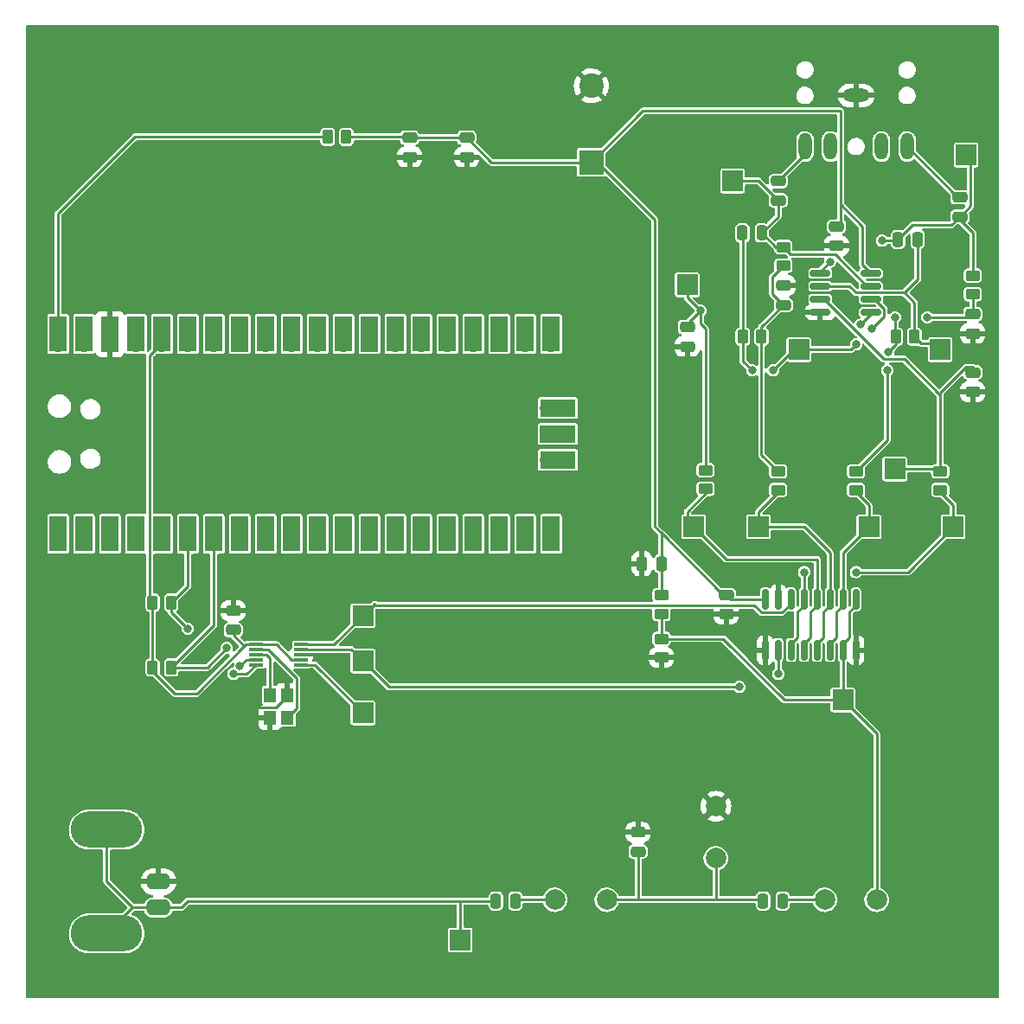
<source format=gbr>
%TF.GenerationSoftware,KiCad,Pcbnew,(6.0.4-0)*%
%TF.CreationDate,2022-04-29T09:39:16-07:00*%
%TF.ProjectId,Receiver Schematic,52656365-6976-4657-9220-536368656d61,rev?*%
%TF.SameCoordinates,Original*%
%TF.FileFunction,Copper,L1,Top*%
%TF.FilePolarity,Positive*%
%FSLAX46Y46*%
G04 Gerber Fmt 4.6, Leading zero omitted, Abs format (unit mm)*
G04 Created by KiCad (PCBNEW (6.0.4-0)) date 2022-04-29 09:39:16*
%MOMM*%
%LPD*%
G01*
G04 APERTURE LIST*
G04 Aperture macros list*
%AMRoundRect*
0 Rectangle with rounded corners*
0 $1 Rounding radius*
0 $2 $3 $4 $5 $6 $7 $8 $9 X,Y pos of 4 corners*
0 Add a 4 corners polygon primitive as box body*
4,1,4,$2,$3,$4,$5,$6,$7,$8,$9,$2,$3,0*
0 Add four circle primitives for the rounded corners*
1,1,$1+$1,$2,$3*
1,1,$1+$1,$4,$5*
1,1,$1+$1,$6,$7*
1,1,$1+$1,$8,$9*
0 Add four rect primitives between the rounded corners*
20,1,$1+$1,$2,$3,$4,$5,0*
20,1,$1+$1,$4,$5,$6,$7,0*
20,1,$1+$1,$6,$7,$8,$9,0*
20,1,$1+$1,$8,$9,$2,$3,0*%
G04 Aperture macros list end*
%TA.AperFunction,SMDPad,CuDef*%
%ADD10RoundRect,0.250000X0.262500X0.450000X-0.262500X0.450000X-0.262500X-0.450000X0.262500X-0.450000X0*%
%TD*%
%TA.AperFunction,SMDPad,CuDef*%
%ADD11RoundRect,0.250000X0.450000X-0.262500X0.450000X0.262500X-0.450000X0.262500X-0.450000X-0.262500X0*%
%TD*%
%TA.AperFunction,SMDPad,CuDef*%
%ADD12RoundRect,0.250000X-0.475000X0.250000X-0.475000X-0.250000X0.475000X-0.250000X0.475000X0.250000X0*%
%TD*%
%TA.AperFunction,SMDPad,CuDef*%
%ADD13R,1.200000X1.400000*%
%TD*%
%TA.AperFunction,SMDPad,CuDef*%
%ADD14RoundRect,0.250000X0.475000X-0.250000X0.475000X0.250000X-0.475000X0.250000X-0.475000X-0.250000X0*%
%TD*%
%TA.AperFunction,SMDPad,CuDef*%
%ADD15RoundRect,0.250000X0.250000X0.475000X-0.250000X0.475000X-0.250000X-0.475000X0.250000X-0.475000X0*%
%TD*%
%TA.AperFunction,SMDPad,CuDef*%
%ADD16RoundRect,0.250000X-0.262500X-0.450000X0.262500X-0.450000X0.262500X0.450000X-0.262500X0.450000X0*%
%TD*%
%TA.AperFunction,ComponentPad*%
%ADD17R,2.000000X2.000000*%
%TD*%
%TA.AperFunction,ComponentPad*%
%ADD18O,2.616000X1.308000*%
%TD*%
%TA.AperFunction,ComponentPad*%
%ADD19O,1.308000X2.616000*%
%TD*%
%TA.AperFunction,SMDPad,CuDef*%
%ADD20RoundRect,0.250000X-0.250000X-0.475000X0.250000X-0.475000X0.250000X0.475000X-0.250000X0.475000X0*%
%TD*%
%TA.AperFunction,ComponentPad*%
%ADD21O,2.500000X1.600000*%
%TD*%
%TA.AperFunction,ComponentPad*%
%ADD22O,7.000000X3.500000*%
%TD*%
%TA.AperFunction,ComponentPad*%
%ADD23C,2.000000*%
%TD*%
%TA.AperFunction,ComponentPad*%
%ADD24R,2.400000X2.400000*%
%TD*%
%TA.AperFunction,ComponentPad*%
%ADD25C,2.400000*%
%TD*%
%TA.AperFunction,SMDPad,CuDef*%
%ADD26RoundRect,0.250000X-0.450000X0.262500X-0.450000X-0.262500X0.450000X-0.262500X0.450000X0.262500X0*%
%TD*%
%TA.AperFunction,SMDPad,CuDef*%
%ADD27RoundRect,0.150000X0.150000X-0.825000X0.150000X0.825000X-0.150000X0.825000X-0.150000X-0.825000X0*%
%TD*%
%TA.AperFunction,SMDPad,CuDef*%
%ADD28RoundRect,0.150000X-0.825000X-0.150000X0.825000X-0.150000X0.825000X0.150000X-0.825000X0.150000X0*%
%TD*%
%TA.AperFunction,SMDPad,CuDef*%
%ADD29R,1.400000X0.300000*%
%TD*%
%TA.AperFunction,ComponentPad*%
%ADD30O,1.700000X1.700000*%
%TD*%
%TA.AperFunction,SMDPad,CuDef*%
%ADD31R,1.700000X3.500000*%
%TD*%
%TA.AperFunction,ComponentPad*%
%ADD32R,1.700000X1.700000*%
%TD*%
%TA.AperFunction,SMDPad,CuDef*%
%ADD33R,3.500000X1.700000*%
%TD*%
%TA.AperFunction,ViaPad*%
%ADD34C,0.800000*%
%TD*%
%TA.AperFunction,Conductor*%
%ADD35C,0.250000*%
%TD*%
G04 APERTURE END LIST*
D10*
%TO.P,R10,1*%
%TO.N,Net-(C15-Pad2)*%
X122832500Y-74930000D03*
%TO.P,R10,2*%
%TO.N,Net-(C17-Pad1)*%
X121007500Y-74930000D03*
%TD*%
D11*
%TO.P,R4,1*%
%TO.N,/180 degrees*%
X140335000Y-89939500D03*
%TO.P,R4,2*%
%TO.N,Net-(C9-Pad1)*%
X140335000Y-88114500D03*
%TD*%
D12*
%TO.P,C12,1*%
%TO.N,GND*%
X71120000Y-101732000D03*
%TO.P,C12,2*%
%TO.N,+3V3*%
X71120000Y-103632000D03*
%TD*%
D13*
%TO.P,Y1,1,1*%
%TO.N,Net-(U2-Pad2)*%
X76415000Y-112225000D03*
%TO.P,Y1,2,2*%
%TO.N,GND*%
X76415000Y-110025000D03*
%TO.P,Y1,3,3*%
%TO.N,Net-(U2-Pad3)*%
X74715000Y-110025000D03*
%TO.P,Y1,4,4*%
%TO.N,GND*%
X74715000Y-112225000D03*
%TD*%
D14*
%TO.P,C20,1*%
%TO.N,Net-(C17-Pad2)*%
X124460000Y-61590000D03*
%TO.P,C20,2*%
%TO.N,/Q signal*%
X124460000Y-59690000D03*
%TD*%
D15*
%TO.P,C3,1*%
%TO.N,Net-(C3-Pad1)*%
X98740000Y-130175000D03*
%TO.P,C3,2*%
%TO.N,Net-(AntennaConnector1-Pad2)*%
X96840000Y-130175000D03*
%TD*%
D16*
%TO.P,R13,1*%
%TO.N,5V*%
X80367500Y-55372000D03*
%TO.P,R13,2*%
%TO.N,Smoothed 5V*%
X82192500Y-55372000D03*
%TD*%
%TO.P,R9,1*%
%TO.N,Net-(C8-Pad1)*%
X135970000Y-74930000D03*
%TO.P,R9,2*%
%TO.N,Net-(C16-Pad2)*%
X137795000Y-74930000D03*
%TD*%
D17*
%TO.P,TP11,1,1*%
%TO.N,Net-(C17-Pad1)*%
X126492000Y-76200000D03*
%TD*%
D18*
%TO.P,J1,1*%
%TO.N,GND*%
X132080000Y-51308000D03*
D19*
%TO.P,J1,2*%
%TO.N,/Q signal*%
X127080000Y-56308000D03*
%TO.P,J1,3*%
%TO.N,/I signal*%
X137080000Y-56308000D03*
%TO.P,J1,10*%
%TO.N,unconnected-(J1-Pad10)*%
X129580000Y-56308000D03*
%TO.P,J1,11*%
%TO.N,unconnected-(J1-Pad11)*%
X134580000Y-56308000D03*
%TD*%
D12*
%TO.P,C9,1*%
%TO.N,Net-(C9-Pad1)*%
X143510000Y-78425000D03*
%TO.P,C9,2*%
%TO.N,GND*%
X143510000Y-80325000D03*
%TD*%
D11*
%TO.P,R8,1*%
%TO.N,Net-(C8-Pad1)*%
X143510000Y-70762500D03*
%TO.P,R8,2*%
%TO.N,Net-(C16-Pad1)*%
X143510000Y-68937500D03*
%TD*%
%TO.P,R5,1*%
%TO.N,/270 degrees*%
X117348000Y-89812500D03*
%TO.P,R5,2*%
%TO.N,Net-(C14-Pad2)*%
X117348000Y-87987500D03*
%TD*%
D20*
%TO.P,C7,1*%
%TO.N,Net-(C5-Pad1)*%
X123002000Y-130175000D03*
%TO.P,C7,2*%
%TO.N,Net-(C7-Pad2)*%
X124902000Y-130175000D03*
%TD*%
D12*
%TO.P,C15,1*%
%TO.N,GND*%
X124968000Y-69916000D03*
%TO.P,C15,2*%
%TO.N,Net-(C15-Pad2)*%
X124968000Y-71816000D03*
%TD*%
D21*
%TO.P,AntennaConnector1,1,In*%
%TO.N,GND*%
X63810000Y-128270000D03*
D22*
%TO.P,AntennaConnector1,2,Ext*%
%TO.N,Net-(AntennaConnector1-Pad2)*%
X58730000Y-133350000D03*
X58730000Y-123190000D03*
D21*
X63810000Y-130810000D03*
%TD*%
D23*
%TO.P,L3,1,1*%
%TO.N,Net-(C7-Pad2)*%
X129032000Y-130048000D03*
%TO.P,L3,2,2*%
%TO.N,Net-(L3-Pad2)*%
X134112000Y-130048000D03*
%TD*%
D14*
%TO.P,C13,1*%
%TO.N,GND*%
X119380000Y-102102500D03*
%TO.P,C13,2*%
%TO.N,Smoothed 5V*%
X119380000Y-100202500D03*
%TD*%
D17*
%TO.P,TP15,1,1*%
%TO.N,Net-(C17-Pad2)*%
X120015000Y-59690000D03*
%TD*%
D24*
%TO.P,C10,1*%
%TO.N,Smoothed 5V*%
X106172000Y-57868755D03*
D25*
%TO.P,C10,2*%
%TO.N,GND*%
X106172000Y-50368755D03*
%TD*%
D17*
%TO.P,TP9,1,1*%
%TO.N,/90 degrees*%
X122555000Y-93532500D03*
%TD*%
D20*
%TO.P,C11,1*%
%TO.N,GND*%
X111130000Y-97155000D03*
%TO.P,C11,2*%
%TO.N,Smoothed 5V*%
X113030000Y-97155000D03*
%TD*%
D17*
%TO.P,TP7,1,1*%
%TO.N,/180 degrees*%
X141605000Y-93532500D03*
%TD*%
%TO.P,TP2,1,1*%
%TO.N,Net-(TP2-Pad1)*%
X83820000Y-111760000D03*
%TD*%
%TO.P,TP4,1,1*%
%TO.N,Net-(TP4-Pad1)*%
X83820000Y-102235000D03*
%TD*%
D26*
%TO.P,R1,1*%
%TO.N,Smoothed 5V*%
X113030000Y-100240000D03*
%TO.P,R1,2*%
%TO.N,Net-(L3-Pad2)*%
X113030000Y-102065000D03*
%TD*%
D17*
%TO.P,TP5,1,1*%
%TO.N,Net-(TP5-Pad1)*%
X83820000Y-106680000D03*
%TD*%
D14*
%TO.P,C19,1*%
%TO.N,Net-(C16-Pad1)*%
X142240000Y-63180000D03*
%TO.P,C19,2*%
%TO.N,/I signal*%
X142240000Y-61280000D03*
%TD*%
D10*
%TO.P,R11,1*%
%TO.N,/SDA*%
X65047500Y-100965000D03*
%TO.P,R11,2*%
%TO.N,+3V3*%
X63222500Y-100965000D03*
%TD*%
D14*
%TO.P,C18,1*%
%TO.N,GND*%
X130175000Y-66035000D03*
%TO.P,C18,2*%
%TO.N,Smoothed 5V*%
X130175000Y-64135000D03*
%TD*%
D17*
%TO.P,TP3,1,1*%
%TO.N,Net-(L3-Pad2)*%
X130810000Y-110490000D03*
%TD*%
D23*
%TO.P,L1,1,1*%
%TO.N,Net-(C3-Pad1)*%
X102616000Y-130048000D03*
%TO.P,L1,2,2*%
%TO.N,Net-(C5-Pad1)*%
X107696000Y-130048000D03*
%TD*%
D26*
%TO.P,R2,1*%
%TO.N,Net-(L3-Pad2)*%
X113030000Y-104497500D03*
%TO.P,R2,2*%
%TO.N,GND*%
X113030000Y-106322500D03*
%TD*%
D11*
%TO.P,R6,1*%
%TO.N,/90 degrees*%
X124460000Y-89939500D03*
%TO.P,R6,2*%
%TO.N,Net-(C15-Pad2)*%
X124460000Y-88114500D03*
%TD*%
D10*
%TO.P,R12,1*%
%TO.N,/SCL*%
X65047500Y-107315000D03*
%TO.P,R12,2*%
%TO.N,+3V3*%
X63222500Y-107315000D03*
%TD*%
D11*
%TO.P,R7,1*%
%TO.N,Net-(C15-Pad2)*%
X124968000Y-67968500D03*
%TO.P,R7,2*%
%TO.N,Net-(C17-Pad2)*%
X124968000Y-66143500D03*
%TD*%
D20*
%TO.P,C17,1*%
%TO.N,Net-(C17-Pad1)*%
X120970000Y-64770000D03*
%TO.P,C17,2*%
%TO.N,Net-(C17-Pad2)*%
X122870000Y-64770000D03*
%TD*%
D12*
%TO.P,C8,1*%
%TO.N,Net-(C8-Pad1)*%
X143510000Y-72710000D03*
%TO.P,C8,2*%
%TO.N,GND*%
X143510000Y-74610000D03*
%TD*%
D17*
%TO.P,TP12,1,1*%
%TO.N,Net-(C9-Pad1)*%
X135890000Y-87884000D03*
%TD*%
%TO.P,TP14,1,1*%
%TO.N,Net-(C16-Pad1)*%
X142875000Y-57150000D03*
%TD*%
D12*
%TO.P,C4,1*%
%TO.N,Smoothed 5V*%
X88392000Y-55438000D03*
%TO.P,C4,2*%
%TO.N,GND*%
X88392000Y-57338000D03*
%TD*%
D17*
%TO.P,TP8,1,1*%
%TO.N,/270 degrees*%
X116205000Y-93532500D03*
%TD*%
D27*
%TO.P,U3,1,1~{OE}*%
%TO.N,GND*%
X123190000Y-105597500D03*
%TO.P,U3,2,S1*%
%TO.N,Net-(TP5-Pad1)*%
X124460000Y-105597500D03*
%TO.P,U3,3,1B4*%
%TO.N,/180 degrees*%
X125730000Y-105597500D03*
%TO.P,U3,4,1B3*%
%TO.N,/270 degrees*%
X127000000Y-105597500D03*
%TO.P,U3,5,1B2*%
%TO.N,/90 degrees*%
X128270000Y-105597500D03*
%TO.P,U3,6,1B1*%
%TO.N,/0 degrees*%
X129540000Y-105597500D03*
%TO.P,U3,7,1A*%
%TO.N,Net-(L3-Pad2)*%
X130810000Y-105597500D03*
%TO.P,U3,8,GND*%
%TO.N,GND*%
X132080000Y-105597500D03*
%TO.P,U3,9,2A*%
%TO.N,Net-(L3-Pad2)*%
X132080000Y-100647500D03*
%TO.P,U3,10,2B1*%
%TO.N,/0 degrees*%
X130810000Y-100647500D03*
%TO.P,U3,11,2B2*%
%TO.N,/90 degrees*%
X129540000Y-100647500D03*
%TO.P,U3,12,2B3*%
%TO.N,/270 degrees*%
X128270000Y-100647500D03*
%TO.P,U3,13,2B4*%
%TO.N,/180 degrees*%
X127000000Y-100647500D03*
%TO.P,U3,14,S0*%
%TO.N,Net-(TP4-Pad1)*%
X125730000Y-100647500D03*
%TO.P,U3,15,2~{OE}*%
%TO.N,GND*%
X124460000Y-100647500D03*
%TO.P,U3,16,VCC*%
%TO.N,Smoothed 5V*%
X123190000Y-100647500D03*
%TD*%
D11*
%TO.P,R3,1*%
%TO.N,/0 degrees*%
X132080000Y-89939500D03*
%TO.P,R3,2*%
%TO.N,Net-(C8-Pad1)*%
X132080000Y-88114500D03*
%TD*%
D28*
%TO.P,U4,1*%
%TO.N,Net-(C16-Pad1)*%
X128589000Y-68707000D03*
%TO.P,U4,2,-*%
%TO.N,Net-(C16-Pad2)*%
X128589000Y-69977000D03*
%TO.P,U4,3,+*%
%TO.N,Net-(C9-Pad1)*%
X128589000Y-71247000D03*
%TO.P,U4,4,V-*%
%TO.N,GND*%
X128589000Y-72517000D03*
%TO.P,U4,5,+*%
%TO.N,Net-(C14-Pad2)*%
X133539000Y-72517000D03*
%TO.P,U4,6,-*%
%TO.N,Net-(C17-Pad1)*%
X133539000Y-71247000D03*
%TO.P,U4,7*%
%TO.N,Net-(C17-Pad2)*%
X133539000Y-69977000D03*
%TO.P,U4,8,V+*%
%TO.N,Smoothed 5V*%
X133539000Y-68707000D03*
%TD*%
D12*
%TO.P,C6,1*%
%TO.N,Smoothed 5V*%
X93980000Y-55438000D03*
%TO.P,C6,2*%
%TO.N,GND*%
X93980000Y-57338000D03*
%TD*%
D17*
%TO.P,TP6,1,1*%
%TO.N,/0 degrees*%
X133350000Y-93532500D03*
%TD*%
%TO.P,TP1,1,1*%
%TO.N,Net-(AntennaConnector1-Pad2)*%
X93345000Y-133985000D03*
%TD*%
D14*
%TO.P,C5,1*%
%TO.N,Net-(C5-Pad1)*%
X110744000Y-125344000D03*
%TO.P,C5,2*%
%TO.N,GND*%
X110744000Y-123444000D03*
%TD*%
D29*
%TO.P,U2,1,VDD*%
%TO.N,+3V3*%
X73365000Y-105045000D03*
%TO.P,U2,2,XA*%
%TO.N,Net-(U2-Pad2)*%
X73365000Y-105545000D03*
%TO.P,U2,3,XB*%
%TO.N,Net-(U2-Pad3)*%
X73365000Y-106045000D03*
%TO.P,U2,4,SCL*%
%TO.N,/SCL*%
X73365000Y-106545000D03*
%TO.P,U2,5,SDA*%
%TO.N,/SDA*%
X73365000Y-107045000D03*
%TO.P,U2,6,CLK2*%
%TO.N,Net-(TP2-Pad1)*%
X77765000Y-107045000D03*
%TO.P,U2,7,VDDO*%
%TO.N,+3V3*%
X77765000Y-106545000D03*
%TO.P,U2,8,GND*%
%TO.N,GND*%
X77765000Y-106045000D03*
%TO.P,U2,9,CLK1*%
%TO.N,Net-(TP5-Pad1)*%
X77765000Y-105545000D03*
%TO.P,U2,10,CLK0*%
%TO.N,Net-(TP4-Pad1)*%
X77765000Y-105045000D03*
%TD*%
D14*
%TO.P,C14,1*%
%TO.N,GND*%
X115570000Y-75880000D03*
%TO.P,C14,2*%
%TO.N,Net-(C14-Pad2)*%
X115570000Y-73980000D03*
%TD*%
D20*
%TO.P,C16,1*%
%TO.N,Net-(C16-Pad1)*%
X136210000Y-65405000D03*
%TO.P,C16,2*%
%TO.N,Net-(C16-Pad2)*%
X138110000Y-65405000D03*
%TD*%
D17*
%TO.P,TP10,1,1*%
%TO.N,Net-(C14-Pad2)*%
X115570000Y-69850000D03*
%TD*%
D23*
%TO.P,L2,1,1*%
%TO.N,Net-(C5-Pad1)*%
X118364000Y-125984000D03*
%TO.P,L2,2,2*%
%TO.N,GND*%
X118364000Y-120904000D03*
%TD*%
D17*
%TO.P,TP13,1,1*%
%TO.N,Net-(C16-Pad2)*%
X140335000Y-76200000D03*
%TD*%
D30*
%TO.P,U1,1,GPIO0*%
%TO.N,unconnected-(U1-Pad1)*%
X53975000Y-93345000D03*
D31*
X53975000Y-94245000D03*
%TO.P,U1,2,GPIO1*%
%TO.N,unconnected-(U1-Pad2)*%
X56515000Y-94245000D03*
D30*
X56515000Y-93345000D03*
D32*
%TO.P,U1,3,GND*%
%TO.N,unconnected-(U1-Pad3)*%
X59055000Y-93345000D03*
D31*
X59055000Y-94245000D03*
%TO.P,U1,4,GPIO2*%
%TO.N,unconnected-(U1-Pad4)*%
X61595000Y-94245000D03*
D30*
X61595000Y-93345000D03*
%TO.P,U1,5,GPIO3*%
%TO.N,unconnected-(U1-Pad5)*%
X64135000Y-93345000D03*
D31*
X64135000Y-94245000D03*
D30*
%TO.P,U1,6,GPIO4*%
%TO.N,/SDA*%
X66675000Y-93345000D03*
D31*
X66675000Y-94245000D03*
%TO.P,U1,7,GPIO5*%
%TO.N,/SCL*%
X69215000Y-94245000D03*
D30*
X69215000Y-93345000D03*
D31*
%TO.P,U1,8,GND*%
%TO.N,unconnected-(U1-Pad8)*%
X71755000Y-94245000D03*
D32*
X71755000Y-93345000D03*
D30*
%TO.P,U1,9,GPIO6*%
%TO.N,unconnected-(U1-Pad9)*%
X74295000Y-93345000D03*
D31*
X74295000Y-94245000D03*
%TO.P,U1,10,GPIO7*%
%TO.N,unconnected-(U1-Pad10)*%
X76835000Y-94245000D03*
D30*
X76835000Y-93345000D03*
D31*
%TO.P,U1,11,GPIO8*%
%TO.N,unconnected-(U1-Pad11)*%
X79375000Y-94245000D03*
D30*
X79375000Y-93345000D03*
D31*
%TO.P,U1,12,GPIO9*%
%TO.N,unconnected-(U1-Pad12)*%
X81915000Y-94245000D03*
D30*
X81915000Y-93345000D03*
D31*
%TO.P,U1,13,GND*%
%TO.N,unconnected-(U1-Pad13)*%
X84455000Y-94245000D03*
D32*
X84455000Y-93345000D03*
D30*
%TO.P,U1,14,GPIO10*%
%TO.N,unconnected-(U1-Pad14)*%
X86995000Y-93345000D03*
D31*
X86995000Y-94245000D03*
%TO.P,U1,15,GPIO11*%
%TO.N,unconnected-(U1-Pad15)*%
X89535000Y-94245000D03*
D30*
X89535000Y-93345000D03*
%TO.P,U1,16,GPIO12*%
%TO.N,unconnected-(U1-Pad16)*%
X92075000Y-93345000D03*
D31*
X92075000Y-94245000D03*
%TO.P,U1,17,GPIO13*%
%TO.N,unconnected-(U1-Pad17)*%
X94615000Y-94245000D03*
D30*
X94615000Y-93345000D03*
D32*
%TO.P,U1,18,GND*%
%TO.N,unconnected-(U1-Pad18)*%
X97155000Y-93345000D03*
D31*
X97155000Y-94245000D03*
D30*
%TO.P,U1,19,GPIO14*%
%TO.N,unconnected-(U1-Pad19)*%
X99695000Y-93345000D03*
D31*
X99695000Y-94245000D03*
%TO.P,U1,20,GPIO15*%
%TO.N,unconnected-(U1-Pad20)*%
X102235000Y-94245000D03*
D30*
X102235000Y-93345000D03*
D31*
%TO.P,U1,21,GPIO16*%
%TO.N,unconnected-(U1-Pad21)*%
X102235000Y-74665000D03*
D30*
X102235000Y-75565000D03*
D31*
%TO.P,U1,22,GPIO17*%
%TO.N,unconnected-(U1-Pad22)*%
X99695000Y-74665000D03*
D30*
X99695000Y-75565000D03*
D31*
%TO.P,U1,23,GND*%
%TO.N,unconnected-(U1-Pad23)*%
X97155000Y-74665000D03*
D32*
X97155000Y-75565000D03*
D31*
%TO.P,U1,24,GPIO18*%
%TO.N,unconnected-(U1-Pad24)*%
X94615000Y-74665000D03*
D30*
X94615000Y-75565000D03*
D31*
%TO.P,U1,25,GPIO19*%
%TO.N,unconnected-(U1-Pad25)*%
X92075000Y-74665000D03*
D30*
X92075000Y-75565000D03*
D31*
%TO.P,U1,26,GPIO20*%
%TO.N,unconnected-(U1-Pad26)*%
X89535000Y-74665000D03*
D30*
X89535000Y-75565000D03*
D31*
%TO.P,U1,27,GPIO21*%
%TO.N,unconnected-(U1-Pad27)*%
X86995000Y-74665000D03*
D30*
X86995000Y-75565000D03*
D32*
%TO.P,U1,28,GND*%
%TO.N,unconnected-(U1-Pad28)*%
X84455000Y-75565000D03*
D31*
X84455000Y-74665000D03*
D30*
%TO.P,U1,29,GPIO22*%
%TO.N,unconnected-(U1-Pad29)*%
X81915000Y-75565000D03*
D31*
X81915000Y-74665000D03*
D30*
%TO.P,U1,30,RUN*%
%TO.N,unconnected-(U1-Pad30)*%
X79375000Y-75565000D03*
D31*
X79375000Y-74665000D03*
D30*
%TO.P,U1,31,GPIO26_ADC0*%
%TO.N,unconnected-(U1-Pad31)*%
X76835000Y-75565000D03*
D31*
X76835000Y-74665000D03*
D30*
%TO.P,U1,32,GPIO27_ADC1*%
%TO.N,unconnected-(U1-Pad32)*%
X74295000Y-75565000D03*
D31*
X74295000Y-74665000D03*
D32*
%TO.P,U1,33,AGND*%
%TO.N,unconnected-(U1-Pad33)*%
X71755000Y-75565000D03*
D31*
X71755000Y-74665000D03*
D30*
%TO.P,U1,34,GPIO28_ADC2*%
%TO.N,unconnected-(U1-Pad34)*%
X69215000Y-75565000D03*
D31*
X69215000Y-74665000D03*
D30*
%TO.P,U1,35,ADC_VREF*%
%TO.N,unconnected-(U1-Pad35)*%
X66675000Y-75565000D03*
D31*
X66675000Y-74665000D03*
%TO.P,U1,36,3V3*%
%TO.N,+3V3*%
X64135000Y-74665000D03*
D30*
X64135000Y-75565000D03*
%TO.P,U1,37,3V3_EN*%
%TO.N,unconnected-(U1-Pad37)*%
X61595000Y-75565000D03*
D31*
X61595000Y-74665000D03*
%TO.P,U1,38,GND*%
%TO.N,GND*%
X59055000Y-74665000D03*
D32*
X59055000Y-75565000D03*
D31*
%TO.P,U1,39,VSYS*%
%TO.N,unconnected-(U1-Pad39)*%
X56515000Y-74665000D03*
D30*
X56515000Y-75565000D03*
D31*
%TO.P,U1,40,VBUS*%
%TO.N,5V*%
X53975000Y-74665000D03*
D30*
X53975000Y-75565000D03*
D33*
%TO.P,U1,41,SWCLK*%
%TO.N,unconnected-(U1-Pad41)*%
X102905000Y-86995000D03*
D30*
X102005000Y-86995000D03*
D32*
%TO.P,U1,42,GND*%
%TO.N,unconnected-(U1-Pad42)*%
X102005000Y-84455000D03*
D33*
X102905000Y-84455000D03*
%TO.P,U1,43,SWDIO*%
%TO.N,unconnected-(U1-Pad43)*%
X102905000Y-81915000D03*
D30*
X102005000Y-81915000D03*
%TD*%
D34*
%TO.N,GND*%
X128270000Y-66040000D03*
X111125000Y-94615000D03*
X127000000Y-67584020D03*
X116840000Y-95885000D03*
X121285000Y-99060000D03*
X121285000Y-102870000D03*
%TO.N,Net-(C8-Pad1)*%
X135890000Y-73025000D03*
X135269085Y-76392520D03*
X135128000Y-78232000D03*
X139065000Y-73025000D03*
%TO.N,Net-(C14-Pad2)*%
X116840000Y-72390000D03*
X132495335Y-73752665D03*
%TO.N,Net-(C16-Pad1)*%
X129540000Y-67584020D03*
X134620000Y-65532000D03*
%TO.N,Net-(C17-Pad1)*%
X133604000Y-74168000D03*
X123952000Y-78232000D03*
X121920000Y-78232000D03*
X132080000Y-75692000D03*
%TO.N,/180 degrees*%
X127000000Y-97977500D03*
X132080000Y-97977500D03*
%TO.N,/SDA*%
X71120000Y-107950000D03*
X66675000Y-103505000D03*
%TO.N,/SCL*%
X71778801Y-107198344D03*
X70485000Y-105410000D03*
%TO.N,Net-(TP5-Pad1)*%
X124460000Y-107950000D03*
X120650000Y-109220000D03*
%TD*%
D35*
%TO.N,GND*%
X111130000Y-97155000D02*
X111130000Y-94620000D01*
X76415000Y-110025000D02*
X76415000Y-110125000D01*
X128275000Y-66035000D02*
X128270000Y-66040000D01*
X77765000Y-106045000D02*
X80010000Y-106045000D01*
X76415000Y-110125000D02*
X75288000Y-111252000D01*
X75288000Y-111252000D02*
X72644000Y-111252000D01*
X111130000Y-94620000D02*
X111125000Y-94615000D01*
X130175000Y-66035000D02*
X128275000Y-66035000D01*
%TO.N,Net-(AntennaConnector1-Pad2)*%
X93345000Y-130175000D02*
X96840000Y-130175000D01*
X58730000Y-128270000D02*
X58730000Y-123190000D01*
X61270000Y-130810000D02*
X58730000Y-133350000D01*
X93345000Y-130175000D02*
X93345000Y-133985000D01*
X61270000Y-130810000D02*
X58730000Y-128270000D01*
X63810000Y-130810000D02*
X61270000Y-130810000D01*
X66675000Y-130175000D02*
X66040000Y-130810000D01*
X66040000Y-130810000D02*
X63810000Y-130810000D01*
X93345000Y-130175000D02*
X66675000Y-130175000D01*
%TO.N,Smoothed 5V*%
X130558520Y-54866520D02*
X130556000Y-54864000D01*
X112395000Y-63500000D02*
X112395000Y-93532500D01*
X88326000Y-55372000D02*
X88392000Y-55438000D01*
X113030000Y-94167500D02*
X112936250Y-94073750D01*
X132715000Y-67883000D02*
X132715000Y-64135000D01*
X111208755Y-52832000D02*
X106172000Y-57868755D01*
X132715000Y-64135000D02*
X130558520Y-61978520D01*
X112395000Y-93532500D02*
X112936250Y-94073750D01*
X130556000Y-52832000D02*
X111208755Y-52832000D01*
X113030000Y-100240000D02*
X113030000Y-94167500D01*
X133539000Y-68707000D02*
X132715000Y-67883000D01*
X119825000Y-100647500D02*
X119380000Y-100202500D01*
X119065000Y-100202500D02*
X119380000Y-100202500D01*
X123190000Y-100647500D02*
X119825000Y-100647500D01*
X130558520Y-63751480D02*
X130558520Y-61973480D01*
X112936250Y-94073750D02*
X119065000Y-100202500D01*
X130556000Y-54864000D02*
X130556000Y-52832000D01*
X106763755Y-57868755D02*
X112395000Y-63500000D01*
X96410755Y-57868755D02*
X93980000Y-55438000D01*
X130558520Y-61973480D02*
X130558520Y-54866520D01*
X82192500Y-55372000D02*
X88326000Y-55372000D01*
X130558520Y-61978520D02*
X130558520Y-61973480D01*
X106172000Y-57868755D02*
X96410755Y-57868755D01*
X130175000Y-64135000D02*
X130558520Y-63751480D01*
X106172000Y-57868755D02*
X106763755Y-57868755D01*
X93980000Y-55438000D02*
X88392000Y-55438000D01*
%TO.N,Net-(C3-Pad1)*%
X98867000Y-130048000D02*
X98740000Y-130175000D01*
X102616000Y-130048000D02*
X98867000Y-130048000D01*
%TO.N,Net-(C5-Pad1)*%
X107696000Y-130048000D02*
X118364000Y-130048000D01*
X118364000Y-125984000D02*
X118364000Y-130048000D01*
X118364000Y-130048000D02*
X122875000Y-130048000D01*
X122875000Y-130048000D02*
X123002000Y-130175000D01*
X110744000Y-125344000D02*
X110744000Y-130048000D01*
%TO.N,Net-(C7-Pad2)*%
X125029000Y-130048000D02*
X129032000Y-130048000D01*
X124902000Y-130175000D02*
X125029000Y-130048000D01*
%TO.N,Net-(C8-Pad1)*%
X135970000Y-74930000D02*
X135970000Y-75691605D01*
X143510000Y-72710000D02*
X143195000Y-73025000D01*
X143195000Y-73025000D02*
X139065000Y-73025000D01*
X135128000Y-78232000D02*
X135128000Y-85066500D01*
X135890000Y-73025000D02*
X135890000Y-74215000D01*
X135890000Y-74215000D02*
X135970000Y-74295000D01*
X135128000Y-85066500D02*
X132080000Y-88114500D01*
X143510000Y-70762500D02*
X143510000Y-72710000D01*
X135970000Y-75691605D02*
X135269085Y-76392520D01*
%TO.N,Net-(C9-Pad1)*%
X140335000Y-80645000D02*
X136807020Y-77117020D01*
X128965072Y-71247000D02*
X128589000Y-71247000D01*
X140335000Y-81075000D02*
X140335000Y-80435000D01*
X140104500Y-87884000D02*
X140335000Y-88114500D01*
X140335000Y-81075000D02*
X140335000Y-80645000D01*
X135890000Y-87884000D02*
X140104500Y-87884000D01*
X140335000Y-81075000D02*
X140335000Y-88114500D01*
X136807020Y-77117020D02*
X134835092Y-77117020D01*
X142870000Y-77900000D02*
X143510000Y-77900000D01*
X134835092Y-77117020D02*
X128965072Y-71247000D01*
X140335000Y-80435000D02*
X142870000Y-77900000D01*
%TO.N,+3V3*%
X72195489Y-105215489D02*
X71120000Y-104140000D01*
X67555978Y-109855000D02*
X65405000Y-109855000D01*
X72195489Y-105215489D02*
X67555978Y-109855000D01*
X75375000Y-105070489D02*
X72340489Y-105070489D01*
X65405000Y-109855000D02*
X63222500Y-107672500D01*
X62960489Y-76739511D02*
X62960489Y-100702989D01*
X63222500Y-107672500D02*
X63222500Y-107315000D01*
X77765000Y-106545000D02*
X76849511Y-106545000D01*
X71120000Y-104140000D02*
X71120000Y-103632000D01*
X62960489Y-100702989D02*
X63222500Y-100965000D01*
X72340489Y-105070489D02*
X72195489Y-105215489D01*
X64135000Y-75565000D02*
X62960489Y-76739511D01*
X63222500Y-100965000D02*
X63222500Y-107315000D01*
X76849511Y-106545000D02*
X75375000Y-105070489D01*
%TO.N,Net-(C14-Pad2)*%
X117348000Y-87987500D02*
X117348000Y-74168000D01*
X133539000Y-72709000D02*
X132495335Y-73752665D01*
X116840000Y-72390000D02*
X115570000Y-71120000D01*
X115775000Y-73455000D02*
X116840000Y-72390000D01*
X117348000Y-74168000D02*
X116840000Y-73660000D01*
X115570000Y-71120000D02*
X115570000Y-69850000D01*
X116840000Y-73660000D02*
X116840000Y-72390000D01*
%TO.N,Net-(C15-Pad2)*%
X123918480Y-70766480D02*
X123918480Y-69018020D01*
X122832500Y-86487000D02*
X124460000Y-88114500D01*
X123918480Y-69018020D02*
X124968000Y-67968500D01*
X122832500Y-74930000D02*
X122832500Y-86487000D01*
X122832500Y-73951500D02*
X124968000Y-71816000D01*
X124968000Y-71816000D02*
X123918480Y-70766480D01*
X122832500Y-74930000D02*
X122832500Y-73951500D01*
%TO.N,Net-(C16-Pad1)*%
X128589000Y-68535020D02*
X129540000Y-67584020D01*
X143289520Y-62130480D02*
X143289520Y-57564520D01*
X143510000Y-64770000D02*
X143510000Y-68937500D01*
X142240000Y-63180000D02*
X143289520Y-62130480D01*
X128589000Y-68707000D02*
X128589000Y-68535020D01*
X143289520Y-57564520D02*
X142875000Y-57150000D01*
X141412000Y-64008000D02*
X142240000Y-63180000D01*
X137607000Y-64008000D02*
X141412000Y-64008000D01*
X136210000Y-65405000D02*
X137607000Y-64008000D01*
X142240000Y-63180000D02*
X142240000Y-63500000D01*
X142240000Y-63500000D02*
X143510000Y-64770000D01*
X134620000Y-65532000D02*
X136083000Y-65532000D01*
X136083000Y-65532000D02*
X136210000Y-65405000D01*
%TO.N,Net-(C16-Pad2)*%
X138110000Y-69327360D02*
X136814880Y-70622480D01*
X132069520Y-70622480D02*
X131424040Y-69977000D01*
X137795000Y-71602600D02*
X136814880Y-70622480D01*
X138110000Y-65405000D02*
X138110000Y-69327360D01*
X137795000Y-74930000D02*
X138430000Y-75565000D01*
X137795000Y-74295000D02*
X137795000Y-71602600D01*
X136814880Y-70622480D02*
X132069520Y-70622480D01*
X131424040Y-69977000D02*
X128589000Y-69977000D01*
X138430000Y-75565000D02*
X140335000Y-75565000D01*
%TO.N,Net-(C17-Pad1)*%
X121007500Y-64807500D02*
X120970000Y-64770000D01*
X125984000Y-76200000D02*
X126492000Y-76200000D01*
X133539000Y-71247000D02*
X133915072Y-71247000D01*
X131572000Y-76200000D02*
X126492000Y-76200000D01*
X121007500Y-77319500D02*
X121920000Y-78232000D01*
X134838520Y-72933480D02*
X133604000Y-74168000D01*
X121007500Y-74930000D02*
X121007500Y-77319500D01*
X132080000Y-75692000D02*
X131572000Y-76200000D01*
X121007500Y-74930000D02*
X121007500Y-64807500D01*
X133915072Y-71247000D02*
X134838520Y-72170448D01*
X134838520Y-72170448D02*
X134838520Y-72933480D01*
X123952000Y-78232000D02*
X125984000Y-76200000D01*
%TO.N,Net-(C17-Pad2)*%
X133162928Y-69977000D02*
X133539000Y-69977000D01*
X124460000Y-61590000D02*
X124460000Y-63180000D01*
X130045448Y-66859520D02*
X133162928Y-69977000D01*
X124460000Y-61590000D02*
X122560000Y-59690000D01*
X122560000Y-59690000D02*
X120015000Y-59690000D01*
X124243500Y-66143500D02*
X124968000Y-66143500D01*
X122870000Y-64770000D02*
X124243500Y-66143500D01*
X125684020Y-66859520D02*
X130045448Y-66859520D01*
X124968000Y-66143500D02*
X125684020Y-66859520D01*
X124460000Y-63180000D02*
X122870000Y-64770000D01*
%TO.N,/I signal*%
X142052000Y-61280000D02*
X142240000Y-61280000D01*
X137080000Y-56308000D02*
X142052000Y-61280000D01*
%TO.N,/Q signal*%
X127080000Y-56308000D02*
X127080000Y-57070000D01*
X127080000Y-57070000D02*
X124460000Y-59690000D01*
%TO.N,Net-(L3-Pad2)*%
X130810000Y-105597500D02*
X130810000Y-110490000D01*
X131434520Y-104337980D02*
X131434520Y-101862980D01*
X134112000Y-113792000D02*
X130810000Y-110490000D01*
X125095000Y-110490000D02*
X130810000Y-110490000D01*
X131434520Y-101862980D02*
X132080000Y-101217500D01*
X130810000Y-104962500D02*
X131434520Y-104337980D01*
X113030000Y-102065000D02*
X113030000Y-104497500D01*
X113030000Y-104497500D02*
X119102500Y-104497500D01*
X119102500Y-104497500D02*
X125095000Y-110490000D01*
X134112000Y-130048000D02*
X134112000Y-113792000D01*
%TO.N,/0 degrees*%
X130175000Y-104392500D02*
X129605000Y-104962500D01*
X130810000Y-100012500D02*
X130810000Y-101217500D01*
X133350000Y-93532500D02*
X133350000Y-91415000D01*
X130810000Y-100647500D02*
X130810000Y-96072500D01*
X130810000Y-101217500D02*
X130175000Y-101852500D01*
X129605000Y-104962500D02*
X129540000Y-104962500D01*
X133350000Y-91415000D02*
X132080000Y-90145000D01*
X130175000Y-101852500D02*
X130175000Y-104392500D01*
X130810000Y-96072500D02*
X133350000Y-93532500D01*
%TO.N,/180 degrees*%
X126365000Y-104392500D02*
X125795000Y-104962500D01*
X127000000Y-101217500D02*
X126365000Y-101852500D01*
X132080000Y-97977500D02*
X137160000Y-97977500D01*
X125795000Y-104962500D02*
X125730000Y-104962500D01*
X137160000Y-97977500D02*
X141605000Y-93532500D01*
X126365000Y-101852500D02*
X126365000Y-104392500D01*
X141605000Y-91415000D02*
X140335000Y-90145000D01*
X127000000Y-100647500D02*
X127000000Y-97977500D01*
X141605000Y-93532500D02*
X141605000Y-91415000D01*
X127000000Y-100012500D02*
X127000000Y-101217500D01*
%TO.N,/270 degrees*%
X128270000Y-100012500D02*
X128270000Y-101217500D01*
X115570000Y-92050000D02*
X117475000Y-90145000D01*
X127635000Y-104392500D02*
X127065000Y-104962500D01*
X119380000Y-96707500D02*
X115570000Y-92897500D01*
X115570000Y-92897500D02*
X115570000Y-92050000D01*
X127065000Y-104962500D02*
X127000000Y-104962500D01*
X127635000Y-101852500D02*
X127635000Y-104392500D01*
X128270000Y-96707500D02*
X119380000Y-96707500D01*
X128270000Y-100647500D02*
X128270000Y-96707500D01*
X128270000Y-101217500D02*
X127635000Y-101852500D01*
%TO.N,/90 degrees*%
X128905000Y-104392500D02*
X128335000Y-104962500D01*
X129540000Y-101217500D02*
X128905000Y-101852500D01*
X129540000Y-96072500D02*
X127000000Y-93532500D01*
X127000000Y-93532500D02*
X122555000Y-93532500D01*
X122555000Y-92050000D02*
X124460000Y-90145000D01*
X129540000Y-100012500D02*
X129540000Y-101217500D01*
X128335000Y-104962500D02*
X128270000Y-104962500D01*
X128905000Y-101852500D02*
X128905000Y-104392500D01*
X122555000Y-93532500D02*
X122555000Y-92050000D01*
X129540000Y-100647500D02*
X129540000Y-96072500D01*
%TO.N,/SDA*%
X66675000Y-93345000D02*
X66675000Y-99337500D01*
X65047500Y-101877500D02*
X65047500Y-100965000D01*
X73365000Y-107045000D02*
X72460000Y-107950000D01*
X66675000Y-99337500D02*
X65047500Y-100965000D01*
X66675000Y-103505000D02*
X65047500Y-101877500D01*
X72460000Y-107950000D02*
X71120000Y-107950000D01*
%TO.N,/SCL*%
X72432145Y-106545000D02*
X73365000Y-106545000D01*
X69215000Y-93345000D02*
X69215000Y-103147500D01*
X71778801Y-107198344D02*
X72432145Y-106545000D01*
X70485000Y-105410000D02*
X68580000Y-107315000D01*
X68580000Y-107315000D02*
X65047500Y-107315000D01*
X69215000Y-103147500D02*
X65047500Y-107315000D01*
%TO.N,Net-(TP2-Pad1)*%
X79105000Y-107045000D02*
X83820000Y-111760000D01*
X77765000Y-107045000D02*
X79105000Y-107045000D01*
%TO.N,Net-(TP4-Pad1)*%
X125730000Y-101023572D02*
X125730000Y-100647500D01*
X83820000Y-102235000D02*
X84977980Y-101077020D01*
X77765000Y-105045000D02*
X81010000Y-105045000D01*
X122843448Y-101947020D02*
X124806552Y-101947020D01*
X124806552Y-101947020D02*
X125730000Y-101023572D01*
X84827020Y-101227980D02*
X122124408Y-101227980D01*
X83820000Y-102235000D02*
X84827020Y-101227980D01*
X122124408Y-101227980D02*
X122843448Y-101947020D01*
X81010000Y-105045000D02*
X83820000Y-102235000D01*
%TO.N,Net-(TP5-Pad1)*%
X124460000Y-107950000D02*
X124460000Y-105597500D01*
X83820000Y-106680000D02*
X86360000Y-109220000D01*
X120015000Y-109220000D02*
X120650000Y-109220000D01*
X82685000Y-105545000D02*
X83820000Y-106680000D01*
X77765000Y-105545000D02*
X82685000Y-105545000D01*
X86360000Y-109220000D02*
X120015000Y-109220000D01*
%TO.N,Net-(U2-Pad2)*%
X77339511Y-108384771D02*
X77339511Y-111300489D01*
X77339511Y-111300489D02*
X76415000Y-112225000D01*
X74499740Y-105545000D02*
X77339511Y-108384771D01*
X73365000Y-105545000D02*
X74499740Y-105545000D01*
%TO.N,Net-(U2-Pad3)*%
X74715000Y-106395978D02*
X74364022Y-106045000D01*
X74364022Y-106045000D02*
X73660000Y-106045000D01*
X74715000Y-110025000D02*
X74715000Y-106395978D01*
%TO.N,5V*%
X53975000Y-62865000D02*
X61468000Y-55372000D01*
X53975000Y-75565000D02*
X53975000Y-62865000D01*
X61468000Y-55372000D02*
X80367500Y-55372000D01*
%TD*%
%TA.AperFunction,Conductor*%
%TO.N,GND*%
G36*
X145991121Y-44471002D02*
G01*
X146037614Y-44524658D01*
X146049000Y-44577000D01*
X146049000Y-139573000D01*
X146028998Y-139641121D01*
X145975342Y-139687614D01*
X145923000Y-139699000D01*
X50927000Y-139699000D01*
X50858879Y-139678998D01*
X50812386Y-139625342D01*
X50801000Y-139573000D01*
X50801000Y-133319285D01*
X55024759Y-133319285D01*
X55025003Y-133323720D01*
X55025003Y-133323724D01*
X55028384Y-133385147D01*
X55039938Y-133595087D01*
X55093825Y-133865999D01*
X55185347Y-134126616D01*
X55312678Y-134371737D01*
X55315261Y-134375352D01*
X55315265Y-134375358D01*
X55352272Y-134427144D01*
X55473275Y-134596471D01*
X55663936Y-134796335D01*
X55667431Y-134799091D01*
X55667433Y-134799092D01*
X55715469Y-134836960D01*
X55880856Y-134967341D01*
X55942559Y-135003181D01*
X56115853Y-135103839D01*
X56115859Y-135103842D01*
X56119707Y-135106077D01*
X56375723Y-135209774D01*
X56380036Y-135210845D01*
X56380041Y-135210847D01*
X56639475Y-135275291D01*
X56639480Y-135275292D01*
X56643796Y-135276364D01*
X56648224Y-135276818D01*
X56648226Y-135276818D01*
X56723339Y-135284514D01*
X56879370Y-135300500D01*
X60550362Y-135300500D01*
X60755530Y-135285973D01*
X60759885Y-135285035D01*
X60759888Y-135285035D01*
X61021215Y-135228773D01*
X61021217Y-135228773D01*
X61025562Y-135227837D01*
X61284709Y-135132233D01*
X61333185Y-135106077D01*
X61523884Y-135003181D01*
X61527800Y-135001068D01*
X61749984Y-134836960D01*
X61946829Y-134643183D01*
X62114406Y-134423604D01*
X62249373Y-134182604D01*
X62349036Y-133924991D01*
X62411407Y-133655905D01*
X62435241Y-133380715D01*
X62434997Y-133376276D01*
X62420307Y-133109356D01*
X62420306Y-133109349D01*
X62420062Y-133104913D01*
X62369509Y-132850761D01*
X62367043Y-132838364D01*
X62367042Y-132838362D01*
X62366175Y-132834001D01*
X62274653Y-132573384D01*
X62147322Y-132328263D01*
X62144739Y-132324648D01*
X62144735Y-132324642D01*
X61989313Y-132107150D01*
X61989310Y-132107146D01*
X61986725Y-132103529D01*
X61796064Y-131903665D01*
X61792567Y-131900908D01*
X61582639Y-131735414D01*
X61582637Y-131735413D01*
X61579144Y-131732659D01*
X61417713Y-131638892D01*
X61344147Y-131596161D01*
X61344141Y-131596158D01*
X61340293Y-131593923D01*
X61236227Y-131551772D01*
X61180598Y-131507659D01*
X61157648Y-131440474D01*
X61174666Y-131371547D01*
X61194434Y-131345893D01*
X61367922Y-131172405D01*
X61430234Y-131138379D01*
X61457017Y-131135500D01*
X62325779Y-131135500D01*
X62393900Y-131155502D01*
X62440393Y-131209158D01*
X62444029Y-131217991D01*
X62456119Y-131250852D01*
X62459479Y-131256272D01*
X62459480Y-131256273D01*
X62559863Y-131418176D01*
X62559866Y-131418180D01*
X62563226Y-131423599D01*
X62567612Y-131428237D01*
X62698102Y-131566226D01*
X62702881Y-131571280D01*
X62869379Y-131687863D01*
X63055919Y-131768586D01*
X63101947Y-131778202D01*
X63250144Y-131809162D01*
X63250149Y-131809163D01*
X63254880Y-131810151D01*
X63259762Y-131810407D01*
X63259871Y-131810413D01*
X63259887Y-131810413D01*
X63261539Y-131810500D01*
X64310800Y-131810500D01*
X64358793Y-131805625D01*
X64455868Y-131795765D01*
X64455870Y-131795765D01*
X64462216Y-131795120D01*
X64656172Y-131734338D01*
X64833944Y-131635797D01*
X64988271Y-131503523D01*
X64998586Y-131490226D01*
X65068959Y-131399500D01*
X65112848Y-131342919D01*
X65178667Y-131209158D01*
X65180284Y-131205871D01*
X65228307Y-131153580D01*
X65293339Y-131135500D01*
X66020290Y-131135500D01*
X66031272Y-131135980D01*
X66057820Y-131138303D01*
X66057822Y-131138303D01*
X66068807Y-131139264D01*
X66105215Y-131129508D01*
X66115942Y-131127130D01*
X66119301Y-131126538D01*
X66153045Y-131120588D01*
X66162590Y-131115077D01*
X66165866Y-131113885D01*
X66169034Y-131112408D01*
X66179684Y-131109554D01*
X66210544Y-131087945D01*
X66219815Y-131082039D01*
X66242906Y-131068707D01*
X66252455Y-131063194D01*
X66276685Y-131034317D01*
X66284111Y-131026215D01*
X66772921Y-130537405D01*
X66835233Y-130503379D01*
X66862016Y-130500500D01*
X92893500Y-130500500D01*
X92961621Y-130520502D01*
X93008114Y-130574158D01*
X93019500Y-130626500D01*
X93019500Y-132658500D01*
X92999498Y-132726621D01*
X92945842Y-132773114D01*
X92893500Y-132784500D01*
X92325252Y-132784500D01*
X92319184Y-132785707D01*
X92278939Y-132793712D01*
X92278938Y-132793712D01*
X92266769Y-132796133D01*
X92200448Y-132840448D01*
X92156133Y-132906769D01*
X92144500Y-132965252D01*
X92144500Y-135004748D01*
X92156133Y-135063231D01*
X92200448Y-135129552D01*
X92266769Y-135173867D01*
X92278938Y-135176288D01*
X92278939Y-135176288D01*
X92319184Y-135184293D01*
X92325252Y-135185500D01*
X94364748Y-135185500D01*
X94370816Y-135184293D01*
X94411061Y-135176288D01*
X94411062Y-135176288D01*
X94423231Y-135173867D01*
X94489552Y-135129552D01*
X94533867Y-135063231D01*
X94545500Y-135004748D01*
X94545500Y-132965252D01*
X94533867Y-132906769D01*
X94489552Y-132840448D01*
X94423231Y-132796133D01*
X94411062Y-132793712D01*
X94411061Y-132793712D01*
X94370816Y-132785707D01*
X94364748Y-132784500D01*
X93796500Y-132784500D01*
X93728379Y-132764498D01*
X93681886Y-132710842D01*
X93670500Y-132658500D01*
X93670500Y-130626500D01*
X93690502Y-130558379D01*
X93744158Y-130511886D01*
X93796500Y-130500500D01*
X96013500Y-130500500D01*
X96081621Y-130520502D01*
X96128114Y-130574158D01*
X96139500Y-130626500D01*
X96139500Y-130703834D01*
X96142481Y-130735369D01*
X96187366Y-130863184D01*
X96192958Y-130870754D01*
X96192959Y-130870757D01*
X96211668Y-130896086D01*
X96267850Y-130972150D01*
X96275421Y-130977742D01*
X96369243Y-131047041D01*
X96369246Y-131047042D01*
X96376816Y-131052634D01*
X96504631Y-131097519D01*
X96512277Y-131098242D01*
X96512278Y-131098242D01*
X96518248Y-131098806D01*
X96536166Y-131100500D01*
X97143834Y-131100500D01*
X97161752Y-131098806D01*
X97167722Y-131098242D01*
X97167723Y-131098242D01*
X97175369Y-131097519D01*
X97303184Y-131052634D01*
X97310754Y-131047042D01*
X97310757Y-131047041D01*
X97404579Y-130977742D01*
X97412150Y-130972150D01*
X97468332Y-130896086D01*
X97487041Y-130870757D01*
X97487042Y-130870754D01*
X97492634Y-130863184D01*
X97537519Y-130735369D01*
X97540500Y-130703834D01*
X98039500Y-130703834D01*
X98042481Y-130735369D01*
X98087366Y-130863184D01*
X98092958Y-130870754D01*
X98092959Y-130870757D01*
X98111668Y-130896086D01*
X98167850Y-130972150D01*
X98175421Y-130977742D01*
X98269243Y-131047041D01*
X98269246Y-131047042D01*
X98276816Y-131052634D01*
X98404631Y-131097519D01*
X98412277Y-131098242D01*
X98412278Y-131098242D01*
X98418248Y-131098806D01*
X98436166Y-131100500D01*
X99043834Y-131100500D01*
X99061752Y-131098806D01*
X99067722Y-131098242D01*
X99067723Y-131098242D01*
X99075369Y-131097519D01*
X99203184Y-131052634D01*
X99210754Y-131047042D01*
X99210757Y-131047041D01*
X99304579Y-130977742D01*
X99312150Y-130972150D01*
X99368332Y-130896086D01*
X99387041Y-130870757D01*
X99387042Y-130870754D01*
X99392634Y-130863184D01*
X99437519Y-130735369D01*
X99440500Y-130703834D01*
X99440500Y-130499500D01*
X99460502Y-130431379D01*
X99514158Y-130384886D01*
X99566500Y-130373500D01*
X101363774Y-130373500D01*
X101431895Y-130393502D01*
X101478388Y-130447158D01*
X101479158Y-130449060D01*
X101479511Y-130450452D01*
X101571883Y-130650821D01*
X101699222Y-130831002D01*
X101857264Y-130984961D01*
X101862060Y-130988166D01*
X101862063Y-130988168D01*
X101958544Y-131052634D01*
X102040717Y-131107540D01*
X102046020Y-131109818D01*
X102046023Y-131109820D01*
X102164089Y-131160545D01*
X102243436Y-131194635D01*
X102323088Y-131212658D01*
X102452995Y-131242054D01*
X102453001Y-131242055D01*
X102458632Y-131243329D01*
X102464403Y-131243556D01*
X102464405Y-131243556D01*
X102532211Y-131246220D01*
X102679098Y-131251991D01*
X102788275Y-131236161D01*
X102891738Y-131221160D01*
X102891743Y-131221159D01*
X102897452Y-131220331D01*
X102902916Y-131218476D01*
X102902921Y-131218475D01*
X103100907Y-131151268D01*
X103100912Y-131151266D01*
X103106379Y-131149410D01*
X103126077Y-131138379D01*
X103203581Y-131094974D01*
X103298884Y-131041602D01*
X103382391Y-130972150D01*
X103464086Y-130904204D01*
X103468518Y-130900518D01*
X103609602Y-130730884D01*
X103697373Y-130574158D01*
X103714586Y-130543422D01*
X103714587Y-130543420D01*
X103717410Y-130538379D01*
X103719266Y-130532912D01*
X103719268Y-130532907D01*
X103786475Y-130334921D01*
X103786476Y-130334916D01*
X103788331Y-130329452D01*
X103789159Y-130323743D01*
X103789160Y-130323738D01*
X103819458Y-130114772D01*
X103819991Y-130111098D01*
X103821643Y-130048000D01*
X103818743Y-130016440D01*
X106490770Y-130016440D01*
X106505200Y-130236604D01*
X106506621Y-130242200D01*
X106506622Y-130242205D01*
X106537485Y-130363727D01*
X106559511Y-130450452D01*
X106561928Y-130455694D01*
X106561928Y-130455695D01*
X106597525Y-130532910D01*
X106651883Y-130650821D01*
X106779222Y-130831002D01*
X106937264Y-130984961D01*
X106942060Y-130988166D01*
X106942063Y-130988168D01*
X107038544Y-131052634D01*
X107120717Y-131107540D01*
X107126020Y-131109818D01*
X107126023Y-131109820D01*
X107244089Y-131160545D01*
X107323436Y-131194635D01*
X107403088Y-131212658D01*
X107532995Y-131242054D01*
X107533001Y-131242055D01*
X107538632Y-131243329D01*
X107544403Y-131243556D01*
X107544405Y-131243556D01*
X107612211Y-131246220D01*
X107759098Y-131251991D01*
X107868275Y-131236161D01*
X107971738Y-131221160D01*
X107971743Y-131221159D01*
X107977452Y-131220331D01*
X107982916Y-131218476D01*
X107982921Y-131218475D01*
X108180907Y-131151268D01*
X108180912Y-131151266D01*
X108186379Y-131149410D01*
X108206077Y-131138379D01*
X108283581Y-131094974D01*
X108378884Y-131041602D01*
X108462391Y-130972150D01*
X108544086Y-130904204D01*
X108548518Y-130900518D01*
X108689602Y-130730884D01*
X108777373Y-130574158D01*
X108794586Y-130543422D01*
X108794587Y-130543420D01*
X108797410Y-130538379D01*
X108824357Y-130458997D01*
X108865193Y-130400922D01*
X108930946Y-130374144D01*
X108943669Y-130373500D01*
X122175500Y-130373500D01*
X122243621Y-130393502D01*
X122290114Y-130447158D01*
X122301500Y-130499500D01*
X122301500Y-130703834D01*
X122304481Y-130735369D01*
X122349366Y-130863184D01*
X122354958Y-130870754D01*
X122354959Y-130870757D01*
X122373668Y-130896086D01*
X122429850Y-130972150D01*
X122437421Y-130977742D01*
X122531243Y-131047041D01*
X122531246Y-131047042D01*
X122538816Y-131052634D01*
X122666631Y-131097519D01*
X122674277Y-131098242D01*
X122674278Y-131098242D01*
X122680248Y-131098806D01*
X122698166Y-131100500D01*
X123305834Y-131100500D01*
X123323752Y-131098806D01*
X123329722Y-131098242D01*
X123329723Y-131098242D01*
X123337369Y-131097519D01*
X123465184Y-131052634D01*
X123472754Y-131047042D01*
X123472757Y-131047041D01*
X123566579Y-130977742D01*
X123574150Y-130972150D01*
X123630332Y-130896086D01*
X123649041Y-130870757D01*
X123649042Y-130870754D01*
X123654634Y-130863184D01*
X123699519Y-130735369D01*
X123702500Y-130703834D01*
X124201500Y-130703834D01*
X124204481Y-130735369D01*
X124249366Y-130863184D01*
X124254958Y-130870754D01*
X124254959Y-130870757D01*
X124273668Y-130896086D01*
X124329850Y-130972150D01*
X124337421Y-130977742D01*
X124431243Y-131047041D01*
X124431246Y-131047042D01*
X124438816Y-131052634D01*
X124566631Y-131097519D01*
X124574277Y-131098242D01*
X124574278Y-131098242D01*
X124580248Y-131098806D01*
X124598166Y-131100500D01*
X125205834Y-131100500D01*
X125223752Y-131098806D01*
X125229722Y-131098242D01*
X125229723Y-131098242D01*
X125237369Y-131097519D01*
X125365184Y-131052634D01*
X125372754Y-131047042D01*
X125372757Y-131047041D01*
X125466579Y-130977742D01*
X125474150Y-130972150D01*
X125530332Y-130896086D01*
X125549041Y-130870757D01*
X125549042Y-130870754D01*
X125554634Y-130863184D01*
X125599519Y-130735369D01*
X125602500Y-130703834D01*
X125602500Y-130499500D01*
X125622502Y-130431379D01*
X125676158Y-130384886D01*
X125728500Y-130373500D01*
X127779774Y-130373500D01*
X127847895Y-130393502D01*
X127894388Y-130447158D01*
X127895158Y-130449060D01*
X127895511Y-130450452D01*
X127987883Y-130650821D01*
X128115222Y-130831002D01*
X128273264Y-130984961D01*
X128278060Y-130988166D01*
X128278063Y-130988168D01*
X128374544Y-131052634D01*
X128456717Y-131107540D01*
X128462020Y-131109818D01*
X128462023Y-131109820D01*
X128580089Y-131160545D01*
X128659436Y-131194635D01*
X128739088Y-131212658D01*
X128868995Y-131242054D01*
X128869001Y-131242055D01*
X128874632Y-131243329D01*
X128880403Y-131243556D01*
X128880405Y-131243556D01*
X128948211Y-131246220D01*
X129095098Y-131251991D01*
X129204275Y-131236161D01*
X129307738Y-131221160D01*
X129307743Y-131221159D01*
X129313452Y-131220331D01*
X129318916Y-131218476D01*
X129318921Y-131218475D01*
X129516907Y-131151268D01*
X129516912Y-131151266D01*
X129522379Y-131149410D01*
X129542077Y-131138379D01*
X129619581Y-131094974D01*
X129714884Y-131041602D01*
X129798391Y-130972150D01*
X129880086Y-130904204D01*
X129884518Y-130900518D01*
X130025602Y-130730884D01*
X130113373Y-130574158D01*
X130130586Y-130543422D01*
X130130587Y-130543420D01*
X130133410Y-130538379D01*
X130135266Y-130532912D01*
X130135268Y-130532907D01*
X130202475Y-130334921D01*
X130202476Y-130334916D01*
X130204331Y-130329452D01*
X130205159Y-130323743D01*
X130205160Y-130323738D01*
X130235458Y-130114772D01*
X130235991Y-130111098D01*
X130237643Y-130048000D01*
X130217454Y-129828289D01*
X130214543Y-129817965D01*
X130166845Y-129648842D01*
X130157565Y-129615936D01*
X130059980Y-129418053D01*
X130035613Y-129385421D01*
X129931420Y-129245891D01*
X129931420Y-129245890D01*
X129927967Y-129241267D01*
X129830586Y-129151249D01*
X129770189Y-129095418D01*
X129770186Y-129095416D01*
X129765949Y-129091499D01*
X129579350Y-128973764D01*
X129436811Y-128916897D01*
X129379785Y-128894146D01*
X129374421Y-128892006D01*
X129368761Y-128890880D01*
X129368757Y-128890879D01*
X129163691Y-128850089D01*
X129163688Y-128850089D01*
X129158024Y-128848962D01*
X129152249Y-128848886D01*
X129152245Y-128848886D01*
X129041504Y-128847437D01*
X128937406Y-128846074D01*
X128931709Y-128847053D01*
X128931708Y-128847053D01*
X128725654Y-128882459D01*
X128725653Y-128882459D01*
X128719957Y-128883438D01*
X128512957Y-128959804D01*
X128323341Y-129072614D01*
X128157457Y-129218090D01*
X128020863Y-129391360D01*
X127918131Y-129586620D01*
X127907059Y-129622278D01*
X127903461Y-129633865D01*
X127864158Y-129692990D01*
X127799128Y-129721480D01*
X127783129Y-129722500D01*
X125723584Y-129722500D01*
X125655463Y-129702498D01*
X125608970Y-129648842D01*
X125600512Y-129623504D01*
X125600241Y-129622269D01*
X125599519Y-129614631D01*
X125596975Y-129607384D01*
X125576843Y-129550058D01*
X125554634Y-129486816D01*
X125549042Y-129479246D01*
X125549041Y-129479243D01*
X125479742Y-129385421D01*
X125474150Y-129377850D01*
X125457206Y-129365335D01*
X125372757Y-129302959D01*
X125372754Y-129302958D01*
X125365184Y-129297366D01*
X125237369Y-129252481D01*
X125229723Y-129251758D01*
X125229722Y-129251758D01*
X125223752Y-129251194D01*
X125205834Y-129249500D01*
X124598166Y-129249500D01*
X124580248Y-129251194D01*
X124574278Y-129251758D01*
X124574277Y-129251758D01*
X124566631Y-129252481D01*
X124438816Y-129297366D01*
X124431246Y-129302958D01*
X124431243Y-129302959D01*
X124346794Y-129365335D01*
X124329850Y-129377850D01*
X124324258Y-129385421D01*
X124254959Y-129479243D01*
X124254958Y-129479246D01*
X124249366Y-129486816D01*
X124204481Y-129614631D01*
X124201500Y-129646166D01*
X124201500Y-130703834D01*
X123702500Y-130703834D01*
X123702500Y-129646166D01*
X123699519Y-129614631D01*
X123654634Y-129486816D01*
X123649042Y-129479246D01*
X123649041Y-129479243D01*
X123579742Y-129385421D01*
X123574150Y-129377850D01*
X123557206Y-129365335D01*
X123472757Y-129302959D01*
X123472754Y-129302958D01*
X123465184Y-129297366D01*
X123337369Y-129252481D01*
X123329723Y-129251758D01*
X123329722Y-129251758D01*
X123323752Y-129251194D01*
X123305834Y-129249500D01*
X122698166Y-129249500D01*
X122680248Y-129251194D01*
X122674278Y-129251758D01*
X122674277Y-129251758D01*
X122666631Y-129252481D01*
X122538816Y-129297366D01*
X122531246Y-129302958D01*
X122531243Y-129302959D01*
X122446794Y-129365335D01*
X122429850Y-129377850D01*
X122424258Y-129385421D01*
X122354959Y-129479243D01*
X122354958Y-129479246D01*
X122349366Y-129486816D01*
X122327157Y-129550058D01*
X122307026Y-129607384D01*
X122304481Y-129614631D01*
X122303759Y-129622269D01*
X122303488Y-129623504D01*
X122269351Y-129685755D01*
X122206978Y-129719668D01*
X122180416Y-129722500D01*
X118815500Y-129722500D01*
X118747379Y-129702498D01*
X118700886Y-129648842D01*
X118689500Y-129596500D01*
X118689500Y-127231669D01*
X118709502Y-127163548D01*
X118763158Y-127117055D01*
X118774993Y-127112358D01*
X118854379Y-127085410D01*
X119046884Y-126977602D01*
X119058592Y-126967865D01*
X119212086Y-126840204D01*
X119216518Y-126836518D01*
X119357602Y-126666884D01*
X119465410Y-126474379D01*
X119467266Y-126468912D01*
X119467268Y-126468907D01*
X119534475Y-126270921D01*
X119534476Y-126270916D01*
X119536331Y-126265452D01*
X119537159Y-126259743D01*
X119537160Y-126259738D01*
X119557688Y-126118158D01*
X119567991Y-126047098D01*
X119569643Y-125984000D01*
X119549454Y-125764289D01*
X119489565Y-125551936D01*
X119391980Y-125354053D01*
X119259967Y-125177267D01*
X119142599Y-125068773D01*
X119102189Y-125031418D01*
X119102186Y-125031416D01*
X119097949Y-125027499D01*
X118911350Y-124909764D01*
X118706421Y-124828006D01*
X118700761Y-124826880D01*
X118700757Y-124826879D01*
X118495691Y-124786089D01*
X118495688Y-124786089D01*
X118490024Y-124784962D01*
X118484249Y-124784886D01*
X118484245Y-124784886D01*
X118373504Y-124783437D01*
X118269406Y-124782074D01*
X118263709Y-124783053D01*
X118263708Y-124783053D01*
X118057654Y-124818459D01*
X118057653Y-124818459D01*
X118051957Y-124819438D01*
X117844957Y-124895804D01*
X117839996Y-124898756D01*
X117839995Y-124898756D01*
X117667494Y-125001384D01*
X117655341Y-125008614D01*
X117489457Y-125154090D01*
X117352863Y-125327360D01*
X117250131Y-125522620D01*
X117184703Y-125733333D01*
X117158770Y-125952440D01*
X117173200Y-126172604D01*
X117174621Y-126178200D01*
X117174622Y-126178205D01*
X117226090Y-126380857D01*
X117227511Y-126386452D01*
X117229928Y-126391694D01*
X117229928Y-126391695D01*
X117268046Y-126474379D01*
X117319883Y-126586821D01*
X117447222Y-126767002D01*
X117605264Y-126920961D01*
X117610060Y-126924166D01*
X117610063Y-126924168D01*
X117691190Y-126978375D01*
X117788717Y-127043540D01*
X117794020Y-127045818D01*
X117794023Y-127045820D01*
X117962238Y-127118091D01*
X118016931Y-127163360D01*
X118038500Y-127233859D01*
X118038500Y-129596500D01*
X118018498Y-129664621D01*
X117964842Y-129711114D01*
X117912500Y-129722500D01*
X111195500Y-129722500D01*
X111127379Y-129702498D01*
X111080886Y-129648842D01*
X111069500Y-129596500D01*
X111069500Y-126170500D01*
X111089502Y-126102379D01*
X111143158Y-126055886D01*
X111195500Y-126044500D01*
X111272834Y-126044500D01*
X111290752Y-126042806D01*
X111296722Y-126042242D01*
X111296723Y-126042242D01*
X111304369Y-126041519D01*
X111432184Y-125996634D01*
X111439754Y-125991042D01*
X111439757Y-125991041D01*
X111533579Y-125921742D01*
X111541150Y-125916150D01*
X111553665Y-125899206D01*
X111616041Y-125814757D01*
X111616042Y-125814754D01*
X111621634Y-125807184D01*
X111666519Y-125679369D01*
X111669500Y-125647834D01*
X111669500Y-125040166D01*
X111666519Y-125008631D01*
X111621634Y-124880816D01*
X111616042Y-124873246D01*
X111616041Y-124873243D01*
X111546742Y-124779421D01*
X111541150Y-124771850D01*
X111524206Y-124759335D01*
X111439757Y-124696959D01*
X111439754Y-124696958D01*
X111432184Y-124691366D01*
X111386027Y-124675157D01*
X111328381Y-124633714D01*
X111302293Y-124567684D01*
X111316044Y-124498032D01*
X111365269Y-124446871D01*
X111387899Y-124436750D01*
X111535784Y-124387412D01*
X111548962Y-124381239D01*
X111686807Y-124295937D01*
X111698208Y-124286901D01*
X111812739Y-124172171D01*
X111821751Y-124160760D01*
X111906816Y-124022757D01*
X111912963Y-124009576D01*
X111964138Y-123855290D01*
X111967005Y-123841914D01*
X111976672Y-123747562D01*
X111977000Y-123741146D01*
X111977000Y-123716115D01*
X111972525Y-123700876D01*
X111971135Y-123699671D01*
X111963452Y-123698000D01*
X109529116Y-123698000D01*
X109513877Y-123702475D01*
X109512672Y-123703865D01*
X109511001Y-123711548D01*
X109511001Y-123741095D01*
X109511338Y-123747614D01*
X109521257Y-123843206D01*
X109524149Y-123856600D01*
X109575588Y-124010784D01*
X109581761Y-124023962D01*
X109667063Y-124161807D01*
X109676099Y-124173208D01*
X109790829Y-124287739D01*
X109802240Y-124296751D01*
X109940243Y-124381816D01*
X109953424Y-124387963D01*
X110100092Y-124436611D01*
X110158451Y-124477042D01*
X110185688Y-124542606D01*
X110173154Y-124612488D01*
X110124830Y-124664500D01*
X110102171Y-124675087D01*
X110055816Y-124691366D01*
X110048246Y-124696958D01*
X110048243Y-124696959D01*
X109963794Y-124759335D01*
X109946850Y-124771850D01*
X109941258Y-124779421D01*
X109871959Y-124873243D01*
X109871958Y-124873246D01*
X109866366Y-124880816D01*
X109821481Y-125008631D01*
X109818500Y-125040166D01*
X109818500Y-125647834D01*
X109821481Y-125679369D01*
X109866366Y-125807184D01*
X109871958Y-125814754D01*
X109871959Y-125814757D01*
X109934335Y-125899206D01*
X109946850Y-125916150D01*
X109954421Y-125921742D01*
X110048243Y-125991041D01*
X110048246Y-125991042D01*
X110055816Y-125996634D01*
X110183631Y-126041519D01*
X110191277Y-126042242D01*
X110191278Y-126042242D01*
X110197248Y-126042806D01*
X110215166Y-126044500D01*
X110292500Y-126044500D01*
X110360621Y-126064502D01*
X110407114Y-126118158D01*
X110418500Y-126170500D01*
X110418500Y-129596500D01*
X110398498Y-129664621D01*
X110344842Y-129711114D01*
X110292500Y-129722500D01*
X108946998Y-129722500D01*
X108878877Y-129702498D01*
X108832384Y-129648842D01*
X108825732Y-129630710D01*
X108821565Y-129615936D01*
X108723980Y-129418053D01*
X108699613Y-129385421D01*
X108595420Y-129245891D01*
X108595420Y-129245890D01*
X108591967Y-129241267D01*
X108494586Y-129151249D01*
X108434189Y-129095418D01*
X108434186Y-129095416D01*
X108429949Y-129091499D01*
X108243350Y-128973764D01*
X108100811Y-128916897D01*
X108043785Y-128894146D01*
X108038421Y-128892006D01*
X108032761Y-128890880D01*
X108032757Y-128890879D01*
X107827691Y-128850089D01*
X107827688Y-128850089D01*
X107822024Y-128848962D01*
X107816249Y-128848886D01*
X107816245Y-128848886D01*
X107705504Y-128847437D01*
X107601406Y-128846074D01*
X107595709Y-128847053D01*
X107595708Y-128847053D01*
X107389654Y-128882459D01*
X107389653Y-128882459D01*
X107383957Y-128883438D01*
X107176957Y-128959804D01*
X106987341Y-129072614D01*
X106821457Y-129218090D01*
X106684863Y-129391360D01*
X106582131Y-129586620D01*
X106516703Y-129797333D01*
X106490770Y-130016440D01*
X103818743Y-130016440D01*
X103801454Y-129828289D01*
X103798543Y-129817965D01*
X103750845Y-129648842D01*
X103741565Y-129615936D01*
X103643980Y-129418053D01*
X103619613Y-129385421D01*
X103515420Y-129245891D01*
X103515420Y-129245890D01*
X103511967Y-129241267D01*
X103414586Y-129151249D01*
X103354189Y-129095418D01*
X103354186Y-129095416D01*
X103349949Y-129091499D01*
X103163350Y-128973764D01*
X103020811Y-128916897D01*
X102963785Y-128894146D01*
X102958421Y-128892006D01*
X102952761Y-128890880D01*
X102952757Y-128890879D01*
X102747691Y-128850089D01*
X102747688Y-128850089D01*
X102742024Y-128848962D01*
X102736249Y-128848886D01*
X102736245Y-128848886D01*
X102625504Y-128847437D01*
X102521406Y-128846074D01*
X102515709Y-128847053D01*
X102515708Y-128847053D01*
X102309654Y-128882459D01*
X102309653Y-128882459D01*
X102303957Y-128883438D01*
X102096957Y-128959804D01*
X101907341Y-129072614D01*
X101741457Y-129218090D01*
X101604863Y-129391360D01*
X101502131Y-129586620D01*
X101491059Y-129622278D01*
X101487461Y-129633865D01*
X101448158Y-129692990D01*
X101383128Y-129721480D01*
X101367129Y-129722500D01*
X99561584Y-129722500D01*
X99493463Y-129702498D01*
X99446970Y-129648842D01*
X99438512Y-129623504D01*
X99438241Y-129622269D01*
X99437519Y-129614631D01*
X99434975Y-129607384D01*
X99414843Y-129550058D01*
X99392634Y-129486816D01*
X99387042Y-129479246D01*
X99387041Y-129479243D01*
X99317742Y-129385421D01*
X99312150Y-129377850D01*
X99295206Y-129365335D01*
X99210757Y-129302959D01*
X99210754Y-129302958D01*
X99203184Y-129297366D01*
X99075369Y-129252481D01*
X99067723Y-129251758D01*
X99067722Y-129251758D01*
X99061752Y-129251194D01*
X99043834Y-129249500D01*
X98436166Y-129249500D01*
X98418248Y-129251194D01*
X98412278Y-129251758D01*
X98412277Y-129251758D01*
X98404631Y-129252481D01*
X98276816Y-129297366D01*
X98269246Y-129302958D01*
X98269243Y-129302959D01*
X98184794Y-129365335D01*
X98167850Y-129377850D01*
X98162258Y-129385421D01*
X98092959Y-129479243D01*
X98092958Y-129479246D01*
X98087366Y-129486816D01*
X98042481Y-129614631D01*
X98039500Y-129646166D01*
X98039500Y-130703834D01*
X97540500Y-130703834D01*
X97540500Y-129646166D01*
X97537519Y-129614631D01*
X97492634Y-129486816D01*
X97487042Y-129479246D01*
X97487041Y-129479243D01*
X97417742Y-129385421D01*
X97412150Y-129377850D01*
X97395206Y-129365335D01*
X97310757Y-129302959D01*
X97310754Y-129302958D01*
X97303184Y-129297366D01*
X97175369Y-129252481D01*
X97167723Y-129251758D01*
X97167722Y-129251758D01*
X97161752Y-129251194D01*
X97143834Y-129249500D01*
X96536166Y-129249500D01*
X96518248Y-129251194D01*
X96512278Y-129251758D01*
X96512277Y-129251758D01*
X96504631Y-129252481D01*
X96376816Y-129297366D01*
X96369246Y-129302958D01*
X96369243Y-129302959D01*
X96284794Y-129365335D01*
X96267850Y-129377850D01*
X96262258Y-129385421D01*
X96192959Y-129479243D01*
X96192958Y-129479246D01*
X96187366Y-129486816D01*
X96142481Y-129614631D01*
X96139500Y-129646166D01*
X96139500Y-129723500D01*
X96119498Y-129791621D01*
X96065842Y-129838114D01*
X96013500Y-129849500D01*
X66694710Y-129849500D01*
X66683728Y-129849020D01*
X66657180Y-129846697D01*
X66657178Y-129846697D01*
X66646193Y-129845736D01*
X66609785Y-129855492D01*
X66599058Y-129857870D01*
X66595699Y-129858462D01*
X66561955Y-129864412D01*
X66552410Y-129869923D01*
X66549134Y-129871115D01*
X66545966Y-129872592D01*
X66535316Y-129875446D01*
X66516302Y-129888760D01*
X66504456Y-129897055D01*
X66495185Y-129902961D01*
X66472094Y-129916293D01*
X66462545Y-129921806D01*
X66438315Y-129950682D01*
X66430889Y-129958785D01*
X65942079Y-130447595D01*
X65879767Y-130481621D01*
X65852984Y-130484500D01*
X65294221Y-130484500D01*
X65226100Y-130464498D01*
X65179607Y-130410842D01*
X65175971Y-130402008D01*
X65166083Y-130375134D01*
X65163881Y-130369148D01*
X65160520Y-130363727D01*
X65060137Y-130201824D01*
X65060134Y-130201820D01*
X65056774Y-130196401D01*
X64917119Y-130048720D01*
X64750621Y-129932137D01*
X64564081Y-129851414D01*
X64403969Y-129817965D01*
X64341378Y-129784456D01*
X64306840Y-129722426D01*
X64311320Y-129651571D01*
X64353396Y-129594386D01*
X64418754Y-129569107D01*
X64482520Y-129563528D01*
X64493312Y-129561625D01*
X64703761Y-129505236D01*
X64714053Y-129501490D01*
X64911511Y-129409414D01*
X64921007Y-129403931D01*
X65099467Y-129278972D01*
X65107875Y-129271916D01*
X65261916Y-129117875D01*
X65268972Y-129109467D01*
X65393931Y-128931007D01*
X65399414Y-128921511D01*
X65491490Y-128724053D01*
X65495236Y-128713761D01*
X65541394Y-128541497D01*
X65541058Y-128527401D01*
X65533116Y-128524000D01*
X62092033Y-128524000D01*
X62078502Y-128527973D01*
X62077273Y-128536522D01*
X62124764Y-128713761D01*
X62128510Y-128724053D01*
X62220586Y-128921511D01*
X62226069Y-128931007D01*
X62351028Y-129109467D01*
X62358084Y-129117875D01*
X62512125Y-129271916D01*
X62520533Y-129278972D01*
X62698993Y-129403931D01*
X62708489Y-129409414D01*
X62905947Y-129501490D01*
X62916239Y-129505236D01*
X63126688Y-129561625D01*
X63137480Y-129563528D01*
X63202857Y-129569248D01*
X63268975Y-129595112D01*
X63310614Y-129652615D01*
X63314555Y-129723502D01*
X63279546Y-129785267D01*
X63216701Y-129818299D01*
X63204610Y-129820124D01*
X63189442Y-129821664D01*
X63164132Y-129824235D01*
X63164130Y-129824235D01*
X63157784Y-129824880D01*
X62963828Y-129885662D01*
X62786056Y-129984203D01*
X62631729Y-130116477D01*
X62507152Y-130277081D01*
X62504337Y-130282802D01*
X62504335Y-130282805D01*
X62439716Y-130414129D01*
X62391693Y-130466420D01*
X62326661Y-130484500D01*
X61457017Y-130484500D01*
X61388896Y-130464498D01*
X61367922Y-130447595D01*
X59092405Y-128172079D01*
X59058380Y-128109767D01*
X59055500Y-128082984D01*
X59055500Y-127998503D01*
X62078606Y-127998503D01*
X62078942Y-128012599D01*
X62086884Y-128016000D01*
X63537885Y-128016000D01*
X63553124Y-128011525D01*
X63554329Y-128010135D01*
X63556000Y-128002452D01*
X63556000Y-127997885D01*
X64064000Y-127997885D01*
X64068475Y-128013124D01*
X64069865Y-128014329D01*
X64077548Y-128016000D01*
X65527967Y-128016000D01*
X65541498Y-128012027D01*
X65542727Y-128003478D01*
X65495236Y-127826239D01*
X65491490Y-127815947D01*
X65399414Y-127618489D01*
X65393931Y-127608993D01*
X65268972Y-127430533D01*
X65261916Y-127422125D01*
X65107875Y-127268084D01*
X65099467Y-127261028D01*
X64921007Y-127136069D01*
X64911511Y-127130586D01*
X64714053Y-127038510D01*
X64703761Y-127034764D01*
X64493312Y-126978375D01*
X64482519Y-126976472D01*
X64319830Y-126962238D01*
X64314365Y-126962000D01*
X64082115Y-126962000D01*
X64066876Y-126966475D01*
X64065671Y-126967865D01*
X64064000Y-126975548D01*
X64064000Y-127997885D01*
X63556000Y-127997885D01*
X63556000Y-126980115D01*
X63551525Y-126964876D01*
X63550135Y-126963671D01*
X63542452Y-126962000D01*
X63305635Y-126962000D01*
X63300170Y-126962238D01*
X63137481Y-126976472D01*
X63126688Y-126978375D01*
X62916239Y-127034764D01*
X62905947Y-127038510D01*
X62708489Y-127130586D01*
X62698993Y-127136069D01*
X62520533Y-127261028D01*
X62512125Y-127268084D01*
X62358084Y-127422125D01*
X62351028Y-127430533D01*
X62226069Y-127608993D01*
X62220586Y-127618489D01*
X62128510Y-127815947D01*
X62124764Y-127826239D01*
X62078606Y-127998503D01*
X59055500Y-127998503D01*
X59055500Y-125266500D01*
X59075502Y-125198379D01*
X59129158Y-125151886D01*
X59181500Y-125140500D01*
X60550362Y-125140500D01*
X60755530Y-125125973D01*
X60759885Y-125125035D01*
X60759888Y-125125035D01*
X61021215Y-125068773D01*
X61021217Y-125068773D01*
X61025562Y-125067837D01*
X61284709Y-124972233D01*
X61333185Y-124946077D01*
X61523884Y-124843181D01*
X61527800Y-124841068D01*
X61749984Y-124676960D01*
X61762642Y-124664500D01*
X61943648Y-124486314D01*
X61946829Y-124483183D01*
X62114406Y-124263604D01*
X62145666Y-124207786D01*
X62247197Y-124026490D01*
X62247198Y-124026487D01*
X62249373Y-124022604D01*
X62349036Y-123764991D01*
X62361424Y-123711548D01*
X62410401Y-123500244D01*
X62411407Y-123495905D01*
X62435241Y-123220715D01*
X62433459Y-123188329D01*
X62432554Y-123171885D01*
X109511000Y-123171885D01*
X109515475Y-123187124D01*
X109516865Y-123188329D01*
X109524548Y-123190000D01*
X110471885Y-123190000D01*
X110487124Y-123185525D01*
X110488329Y-123184135D01*
X110490000Y-123176452D01*
X110490000Y-123171885D01*
X110998000Y-123171885D01*
X111002475Y-123187124D01*
X111003865Y-123188329D01*
X111011548Y-123190000D01*
X111958884Y-123190000D01*
X111974123Y-123185525D01*
X111975328Y-123184135D01*
X111976999Y-123176452D01*
X111976999Y-123146905D01*
X111976662Y-123140386D01*
X111966743Y-123044794D01*
X111963851Y-123031400D01*
X111912412Y-122877216D01*
X111906239Y-122864038D01*
X111820937Y-122726193D01*
X111811901Y-122714792D01*
X111697171Y-122600261D01*
X111685760Y-122591249D01*
X111547757Y-122506184D01*
X111534576Y-122500037D01*
X111380290Y-122448862D01*
X111366914Y-122445995D01*
X111272562Y-122436328D01*
X111266145Y-122436000D01*
X111016115Y-122436000D01*
X111000876Y-122440475D01*
X110999671Y-122441865D01*
X110998000Y-122449548D01*
X110998000Y-123171885D01*
X110490000Y-123171885D01*
X110490000Y-122454116D01*
X110485525Y-122438877D01*
X110484135Y-122437672D01*
X110476452Y-122436001D01*
X110221905Y-122436001D01*
X110215386Y-122436338D01*
X110119794Y-122446257D01*
X110106400Y-122449149D01*
X109952216Y-122500588D01*
X109939038Y-122506761D01*
X109801193Y-122592063D01*
X109789792Y-122601099D01*
X109675261Y-122715829D01*
X109666249Y-122727240D01*
X109581184Y-122865243D01*
X109575037Y-122878424D01*
X109523862Y-123032710D01*
X109520995Y-123046086D01*
X109511328Y-123140438D01*
X109511000Y-123146855D01*
X109511000Y-123171885D01*
X62432554Y-123171885D01*
X62420307Y-122949356D01*
X62420306Y-122949349D01*
X62420062Y-122944913D01*
X62376765Y-122727240D01*
X62367043Y-122678364D01*
X62367042Y-122678362D01*
X62366175Y-122674001D01*
X62274653Y-122413384D01*
X62147322Y-122168263D01*
X62144739Y-122164648D01*
X62144735Y-122164642D01*
X62124746Y-122136670D01*
X117496160Y-122136670D01*
X117501887Y-122144320D01*
X117673042Y-122249205D01*
X117681837Y-122253687D01*
X117891988Y-122340734D01*
X117901373Y-122343783D01*
X118122554Y-122396885D01*
X118132301Y-122398428D01*
X118359070Y-122416275D01*
X118368930Y-122416275D01*
X118595699Y-122398428D01*
X118605446Y-122396885D01*
X118826627Y-122343783D01*
X118836012Y-122340734D01*
X119046163Y-122253687D01*
X119054958Y-122249205D01*
X119222445Y-122146568D01*
X119231907Y-122136110D01*
X119228124Y-122127334D01*
X118376812Y-121276022D01*
X118362868Y-121268408D01*
X118361035Y-121268539D01*
X118354420Y-121272790D01*
X117502920Y-122124290D01*
X117496160Y-122136670D01*
X62124746Y-122136670D01*
X61989313Y-121947150D01*
X61989310Y-121947146D01*
X61986725Y-121943529D01*
X61819397Y-121768124D01*
X61799136Y-121746885D01*
X61799134Y-121746883D01*
X61796064Y-121743665D01*
X61792567Y-121740908D01*
X61582639Y-121575414D01*
X61582637Y-121575413D01*
X61579144Y-121572659D01*
X61466609Y-121507294D01*
X61344147Y-121436161D01*
X61344141Y-121436158D01*
X61340293Y-121433923D01*
X61084277Y-121330226D01*
X61079964Y-121329155D01*
X61079959Y-121329153D01*
X60820525Y-121264709D01*
X60820520Y-121264708D01*
X60816204Y-121263636D01*
X60811776Y-121263182D01*
X60811774Y-121263182D01*
X60731573Y-121254965D01*
X60580630Y-121239500D01*
X56909638Y-121239500D01*
X56704470Y-121254027D01*
X56700115Y-121254965D01*
X56700112Y-121254965D01*
X56438785Y-121311227D01*
X56438783Y-121311227D01*
X56434438Y-121312163D01*
X56175291Y-121407767D01*
X56171373Y-121409881D01*
X56122668Y-121436161D01*
X55932200Y-121538932D01*
X55710016Y-121703040D01*
X55706837Y-121706169D01*
X55706834Y-121706172D01*
X55640127Y-121771840D01*
X55513171Y-121896817D01*
X55345594Y-122116396D01*
X55343416Y-122120285D01*
X55218251Y-122343783D01*
X55210627Y-122357396D01*
X55209023Y-122361541D01*
X55209022Y-122361544D01*
X55179104Y-122438877D01*
X55110964Y-122615009D01*
X55048593Y-122884095D01*
X55024759Y-123159285D01*
X55025003Y-123163720D01*
X55025003Y-123163724D01*
X55028384Y-123225147D01*
X55039938Y-123435087D01*
X55093825Y-123705999D01*
X55185347Y-123966616D01*
X55312678Y-124211737D01*
X55315261Y-124215352D01*
X55315265Y-124215358D01*
X55470687Y-124432850D01*
X55473275Y-124436471D01*
X55663936Y-124636335D01*
X55667431Y-124639091D01*
X55667433Y-124639092D01*
X55845440Y-124779421D01*
X55880856Y-124807341D01*
X55942559Y-124843181D01*
X56115853Y-124943839D01*
X56115859Y-124943842D01*
X56119707Y-124946077D01*
X56188088Y-124973774D01*
X56344724Y-125037218D01*
X56375723Y-125049774D01*
X56380036Y-125050845D01*
X56380041Y-125050847D01*
X56639475Y-125115291D01*
X56639480Y-125115292D01*
X56643796Y-125116364D01*
X56648224Y-125116818D01*
X56648226Y-125116818D01*
X56723339Y-125124514D01*
X56879370Y-125140500D01*
X58278500Y-125140500D01*
X58346621Y-125160502D01*
X58393114Y-125214158D01*
X58404500Y-125266500D01*
X58404500Y-128250290D01*
X58404020Y-128261272D01*
X58400736Y-128298807D01*
X58403590Y-128309456D01*
X58410491Y-128335210D01*
X58412870Y-128345942D01*
X58419412Y-128383045D01*
X58424923Y-128392590D01*
X58426115Y-128395866D01*
X58427592Y-128399034D01*
X58430446Y-128409684D01*
X58436770Y-128418715D01*
X58452055Y-128440544D01*
X58457961Y-128449815D01*
X58471293Y-128472906D01*
X58476806Y-128482455D01*
X58485251Y-128489541D01*
X58505682Y-128506685D01*
X58513785Y-128514111D01*
X60720578Y-130720905D01*
X60754604Y-130783217D01*
X60749539Y-130854033D01*
X60720578Y-130899095D01*
X60257078Y-131362595D01*
X60194766Y-131396621D01*
X60167983Y-131399500D01*
X56909638Y-131399500D01*
X56704470Y-131414027D01*
X56700115Y-131414965D01*
X56700112Y-131414965D01*
X56438785Y-131471227D01*
X56438783Y-131471227D01*
X56434438Y-131472163D01*
X56175291Y-131567767D01*
X56171373Y-131569881D01*
X56122668Y-131596161D01*
X55932200Y-131698932D01*
X55710016Y-131863040D01*
X55513171Y-132056817D01*
X55345594Y-132276396D01*
X55210627Y-132517396D01*
X55110964Y-132775009D01*
X55109961Y-132779334D01*
X55109960Y-132779339D01*
X55082815Y-132896453D01*
X55048593Y-133044095D01*
X55024759Y-133319285D01*
X50801000Y-133319285D01*
X50801000Y-120908930D01*
X116851725Y-120908930D01*
X116869572Y-121135699D01*
X116871115Y-121145446D01*
X116924217Y-121366627D01*
X116927266Y-121376012D01*
X117014313Y-121586163D01*
X117018795Y-121594958D01*
X117121432Y-121762445D01*
X117131890Y-121771907D01*
X117140666Y-121768124D01*
X117991978Y-120916812D01*
X117998356Y-120905132D01*
X118728408Y-120905132D01*
X118728539Y-120906965D01*
X118732790Y-120913580D01*
X119584290Y-121765080D01*
X119596670Y-121771840D01*
X119604320Y-121766113D01*
X119709205Y-121594958D01*
X119713687Y-121586163D01*
X119800734Y-121376012D01*
X119803783Y-121366627D01*
X119856885Y-121145446D01*
X119858428Y-121135699D01*
X119876275Y-120908930D01*
X119876275Y-120899070D01*
X119858428Y-120672301D01*
X119856885Y-120662554D01*
X119803783Y-120441373D01*
X119800734Y-120431988D01*
X119713687Y-120221837D01*
X119709205Y-120213042D01*
X119606568Y-120045555D01*
X119596110Y-120036093D01*
X119587334Y-120039876D01*
X118736022Y-120891188D01*
X118728408Y-120905132D01*
X117998356Y-120905132D01*
X117999592Y-120902868D01*
X117999461Y-120901035D01*
X117995210Y-120894420D01*
X117143710Y-120042920D01*
X117131330Y-120036160D01*
X117123680Y-120041887D01*
X117018795Y-120213042D01*
X117014313Y-120221837D01*
X116927266Y-120431988D01*
X116924217Y-120441373D01*
X116871115Y-120662554D01*
X116869572Y-120672301D01*
X116851725Y-120899070D01*
X116851725Y-120908930D01*
X50801000Y-120908930D01*
X50801000Y-119671890D01*
X117496093Y-119671890D01*
X117499876Y-119680666D01*
X118351188Y-120531978D01*
X118365132Y-120539592D01*
X118366965Y-120539461D01*
X118373580Y-120535210D01*
X119225080Y-119683710D01*
X119231840Y-119671330D01*
X119226113Y-119663680D01*
X119054958Y-119558795D01*
X119046163Y-119554313D01*
X118836012Y-119467266D01*
X118826627Y-119464217D01*
X118605446Y-119411115D01*
X118595699Y-119409572D01*
X118368930Y-119391725D01*
X118359070Y-119391725D01*
X118132301Y-119409572D01*
X118122554Y-119411115D01*
X117901373Y-119464217D01*
X117891988Y-119467266D01*
X117681837Y-119554313D01*
X117673042Y-119558795D01*
X117505555Y-119661432D01*
X117496093Y-119671890D01*
X50801000Y-119671890D01*
X50801000Y-112969669D01*
X73607001Y-112969669D01*
X73607371Y-112976490D01*
X73612895Y-113027352D01*
X73616521Y-113042604D01*
X73661676Y-113163054D01*
X73670214Y-113178649D01*
X73746715Y-113280724D01*
X73759276Y-113293285D01*
X73861351Y-113369786D01*
X73876946Y-113378324D01*
X73997394Y-113423478D01*
X74012649Y-113427105D01*
X74063514Y-113432631D01*
X74070328Y-113433000D01*
X74442885Y-113433000D01*
X74458124Y-113428525D01*
X74459329Y-113427135D01*
X74461000Y-113419452D01*
X74461000Y-112497115D01*
X74456525Y-112481876D01*
X74455135Y-112480671D01*
X74447452Y-112479000D01*
X73625116Y-112479000D01*
X73609877Y-112483475D01*
X73608672Y-112484865D01*
X73607001Y-112492548D01*
X73607001Y-112969669D01*
X50801000Y-112969669D01*
X50801000Y-93330262D01*
X52919520Y-93330262D01*
X52920036Y-93336405D01*
X52924058Y-93384302D01*
X52924500Y-93394846D01*
X52924500Y-96014748D01*
X52925707Y-96020816D01*
X52930258Y-96043693D01*
X52936133Y-96073231D01*
X52943026Y-96083547D01*
X52945134Y-96086702D01*
X52980448Y-96139552D01*
X53046769Y-96183867D01*
X53058938Y-96186288D01*
X53058939Y-96186288D01*
X53085595Y-96191590D01*
X53105252Y-96195500D01*
X54844748Y-96195500D01*
X54864405Y-96191590D01*
X54891061Y-96186288D01*
X54891062Y-96186288D01*
X54903231Y-96183867D01*
X54969552Y-96139552D01*
X55004866Y-96086702D01*
X55006974Y-96083547D01*
X55013867Y-96073231D01*
X55019743Y-96043693D01*
X55024293Y-96020816D01*
X55025500Y-96014748D01*
X55025500Y-93419373D01*
X55026494Y-93403581D01*
X55029728Y-93377978D01*
X55030171Y-93374474D01*
X55030583Y-93345000D01*
X55029138Y-93330262D01*
X55459520Y-93330262D01*
X55460036Y-93336405D01*
X55464058Y-93384302D01*
X55464500Y-93394846D01*
X55464500Y-96014748D01*
X55465707Y-96020816D01*
X55470258Y-96043693D01*
X55476133Y-96073231D01*
X55483026Y-96083547D01*
X55485134Y-96086702D01*
X55520448Y-96139552D01*
X55586769Y-96183867D01*
X55598938Y-96186288D01*
X55598939Y-96186288D01*
X55625595Y-96191590D01*
X55645252Y-96195500D01*
X57384748Y-96195500D01*
X57404405Y-96191590D01*
X57431061Y-96186288D01*
X57431062Y-96186288D01*
X57443231Y-96183867D01*
X57509552Y-96139552D01*
X57544866Y-96086702D01*
X57546974Y-96083547D01*
X57553867Y-96073231D01*
X57559743Y-96043693D01*
X57564293Y-96020816D01*
X57565500Y-96014748D01*
X58004500Y-96014748D01*
X58005707Y-96020816D01*
X58010258Y-96043693D01*
X58016133Y-96073231D01*
X58023026Y-96083547D01*
X58025134Y-96086702D01*
X58060448Y-96139552D01*
X58126769Y-96183867D01*
X58138938Y-96186288D01*
X58138939Y-96186288D01*
X58165595Y-96191590D01*
X58185252Y-96195500D01*
X59924748Y-96195500D01*
X59944405Y-96191590D01*
X59971061Y-96186288D01*
X59971062Y-96186288D01*
X59983231Y-96183867D01*
X60049552Y-96139552D01*
X60084866Y-96086702D01*
X60086974Y-96083547D01*
X60093867Y-96073231D01*
X60099743Y-96043693D01*
X60104293Y-96020816D01*
X60105500Y-96014748D01*
X60105500Y-92475252D01*
X60093867Y-92416769D01*
X60049552Y-92350448D01*
X59983231Y-92306133D01*
X59971062Y-92303712D01*
X59971061Y-92303712D01*
X59930816Y-92295707D01*
X59924748Y-92294500D01*
X58185252Y-92294500D01*
X58179184Y-92295707D01*
X58138939Y-92303712D01*
X58138938Y-92303712D01*
X58126769Y-92306133D01*
X58060448Y-92350448D01*
X58016133Y-92416769D01*
X58004500Y-92475252D01*
X58004500Y-96014748D01*
X57565500Y-96014748D01*
X57565500Y-93419373D01*
X57566494Y-93403581D01*
X57569728Y-93377978D01*
X57570171Y-93374474D01*
X57570583Y-93345000D01*
X57566101Y-93299288D01*
X57565500Y-93286994D01*
X57565500Y-92475252D01*
X57553867Y-92416769D01*
X57509552Y-92350448D01*
X57443231Y-92306133D01*
X57431062Y-92303712D01*
X57431061Y-92303712D01*
X57390816Y-92295707D01*
X57384748Y-92294500D01*
X56577089Y-92294500D01*
X56563919Y-92293810D01*
X56528498Y-92290087D01*
X56528496Y-92290087D01*
X56522369Y-92289443D01*
X56474382Y-92293810D01*
X56472503Y-92293981D01*
X56461084Y-92294500D01*
X55645252Y-92294500D01*
X55639184Y-92295707D01*
X55598939Y-92303712D01*
X55598938Y-92303712D01*
X55586769Y-92306133D01*
X55520448Y-92350448D01*
X55476133Y-92416769D01*
X55464500Y-92475252D01*
X55464500Y-93278817D01*
X55463715Y-93292862D01*
X55459520Y-93330262D01*
X55029138Y-93330262D01*
X55026101Y-93299288D01*
X55025500Y-93286994D01*
X55025500Y-92475252D01*
X55013867Y-92416769D01*
X54969552Y-92350448D01*
X54903231Y-92306133D01*
X54891062Y-92303712D01*
X54891061Y-92303712D01*
X54850816Y-92295707D01*
X54844748Y-92294500D01*
X54037089Y-92294500D01*
X54023919Y-92293810D01*
X53988498Y-92290087D01*
X53988496Y-92290087D01*
X53982369Y-92289443D01*
X53934382Y-92293810D01*
X53932503Y-92293981D01*
X53921084Y-92294500D01*
X53105252Y-92294500D01*
X53099184Y-92295707D01*
X53058939Y-92303712D01*
X53058938Y-92303712D01*
X53046769Y-92306133D01*
X52980448Y-92350448D01*
X52936133Y-92416769D01*
X52924500Y-92475252D01*
X52924500Y-93278817D01*
X52923715Y-93292862D01*
X52919520Y-93330262D01*
X50801000Y-93330262D01*
X50801000Y-87270654D01*
X52953133Y-87270654D01*
X52954112Y-87276351D01*
X52954112Y-87276352D01*
X52962960Y-87327842D01*
X52988941Y-87479047D01*
X53062127Y-87677425D01*
X53065079Y-87682386D01*
X53065079Y-87682387D01*
X53156499Y-87836050D01*
X53170238Y-87859144D01*
X53309655Y-88018119D01*
X53475708Y-88149024D01*
X53480819Y-88151713D01*
X53480822Y-88151715D01*
X53511241Y-88167719D01*
X53662836Y-88247477D01*
X53777748Y-88283158D01*
X53853830Y-88306782D01*
X53864773Y-88310180D01*
X53870510Y-88310859D01*
X54032768Y-88330064D01*
X54032775Y-88330064D01*
X54036455Y-88330500D01*
X54158641Y-88330500D01*
X54315560Y-88316081D01*
X54321122Y-88314512D01*
X54321124Y-88314512D01*
X54377225Y-88298690D01*
X54519069Y-88258686D01*
X54524247Y-88256133D01*
X54524251Y-88256131D01*
X54703531Y-88167719D01*
X54708710Y-88165165D01*
X54868961Y-88045500D01*
X54873509Y-88042104D01*
X54873510Y-88042103D01*
X54878133Y-88038651D01*
X55021663Y-87883381D01*
X55034389Y-87863211D01*
X55131416Y-87709434D01*
X55131416Y-87709433D01*
X55134495Y-87704554D01*
X55212848Y-87508160D01*
X55213973Y-87502503D01*
X55213975Y-87502497D01*
X55252972Y-87306442D01*
X55252972Y-87306440D01*
X55254099Y-87300775D01*
X55254414Y-87276758D01*
X55255563Y-87188976D01*
X55256867Y-87089346D01*
X55229337Y-86929126D01*
X56130541Y-86929126D01*
X56160935Y-87130097D01*
X56231119Y-87320852D01*
X56234479Y-87326272D01*
X56234480Y-87326273D01*
X56334863Y-87488176D01*
X56334866Y-87488180D01*
X56338226Y-87493599D01*
X56477881Y-87641280D01*
X56644379Y-87757863D01*
X56830919Y-87838586D01*
X56876947Y-87848202D01*
X57025144Y-87879162D01*
X57025149Y-87879163D01*
X57029880Y-87880151D01*
X57034762Y-87880407D01*
X57034871Y-87880413D01*
X57034887Y-87880413D01*
X57036539Y-87880500D01*
X57185800Y-87880500D01*
X57233793Y-87875625D01*
X57330868Y-87865765D01*
X57330870Y-87865765D01*
X57337216Y-87865120D01*
X57531172Y-87804338D01*
X57708944Y-87705797D01*
X57715099Y-87700522D01*
X57789632Y-87636639D01*
X57863271Y-87573523D01*
X57904246Y-87520699D01*
X57983939Y-87417958D01*
X57987848Y-87412919D01*
X58077587Y-87230545D01*
X58085324Y-87200842D01*
X58127212Y-87040034D01*
X58127212Y-87040031D01*
X58128822Y-87033852D01*
X58138064Y-86857503D01*
X58139125Y-86837256D01*
X58139125Y-86837252D01*
X58139459Y-86830874D01*
X58109065Y-86629903D01*
X58038881Y-86439148D01*
X57985345Y-86352802D01*
X57935137Y-86271824D01*
X57935134Y-86271820D01*
X57931774Y-86266401D01*
X57792119Y-86118720D01*
X57625621Y-86002137D01*
X57439081Y-85921414D01*
X57393053Y-85911798D01*
X57244856Y-85880838D01*
X57244851Y-85880837D01*
X57240120Y-85879849D01*
X57235238Y-85879593D01*
X57235129Y-85879587D01*
X57235113Y-85879587D01*
X57233461Y-85879500D01*
X57084200Y-85879500D01*
X57036207Y-85884375D01*
X56939132Y-85894235D01*
X56939130Y-85894235D01*
X56932784Y-85894880D01*
X56738828Y-85955662D01*
X56561056Y-86054203D01*
X56406729Y-86186477D01*
X56402822Y-86191514D01*
X56402820Y-86191516D01*
X56384951Y-86214553D01*
X56282152Y-86347081D01*
X56192413Y-86529455D01*
X56190804Y-86535633D01*
X56190803Y-86535635D01*
X56151973Y-86684707D01*
X56141178Y-86726148D01*
X56140844Y-86732527D01*
X56133350Y-86875530D01*
X56130541Y-86929126D01*
X55229337Y-86929126D01*
X55222038Y-86886650D01*
X55222038Y-86886649D01*
X55221059Y-86880953D01*
X55147873Y-86682575D01*
X55116537Y-86629903D01*
X55042716Y-86505821D01*
X55042715Y-86505820D01*
X55039762Y-86500856D01*
X54900345Y-86341881D01*
X54734292Y-86210976D01*
X54729181Y-86208287D01*
X54729178Y-86208285D01*
X54583117Y-86131439D01*
X54547164Y-86112523D01*
X54345227Y-86049820D01*
X54330801Y-86048113D01*
X54177232Y-86029936D01*
X54177225Y-86029936D01*
X54173545Y-86029500D01*
X54051359Y-86029500D01*
X53894440Y-86043919D01*
X53888878Y-86045488D01*
X53888876Y-86045488D01*
X53857975Y-86054203D01*
X53690931Y-86101314D01*
X53685753Y-86103867D01*
X53685749Y-86103869D01*
X53526658Y-86182325D01*
X53501290Y-86194835D01*
X53331867Y-86321349D01*
X53269258Y-86389079D01*
X53196961Y-86467290D01*
X53188337Y-86476619D01*
X53185256Y-86481502D01*
X53091622Y-86629903D01*
X53075505Y-86655446D01*
X52997152Y-86851840D01*
X52996027Y-86857497D01*
X52996025Y-86857503D01*
X52962217Y-87027473D01*
X52955901Y-87059225D01*
X52955825Y-87065000D01*
X52955825Y-87065004D01*
X52955431Y-87095128D01*
X52953133Y-87270654D01*
X50801000Y-87270654D01*
X50801000Y-81820654D01*
X52953133Y-81820654D01*
X52954112Y-81826351D01*
X52954112Y-81826352D01*
X52967868Y-81906405D01*
X52988941Y-82029047D01*
X53062127Y-82227425D01*
X53170238Y-82409144D01*
X53309655Y-82568119D01*
X53475708Y-82699024D01*
X53480819Y-82701713D01*
X53480822Y-82701715D01*
X53530164Y-82727675D01*
X53662836Y-82797477D01*
X53864773Y-82860180D01*
X53870510Y-82860859D01*
X54032768Y-82880064D01*
X54032775Y-82880064D01*
X54036455Y-82880500D01*
X54158641Y-82880500D01*
X54315560Y-82866081D01*
X54321122Y-82864512D01*
X54321124Y-82864512D01*
X54377225Y-82848690D01*
X54519069Y-82808686D01*
X54524247Y-82806133D01*
X54524251Y-82806131D01*
X54703531Y-82717719D01*
X54708710Y-82715165D01*
X54878133Y-82588651D01*
X54987025Y-82470852D01*
X55017743Y-82437622D01*
X55017745Y-82437620D01*
X55021663Y-82433381D01*
X55034215Y-82413488D01*
X55131416Y-82259434D01*
X55131416Y-82259433D01*
X55134495Y-82254554D01*
X55204483Y-82079126D01*
X56130541Y-82079126D01*
X56160935Y-82280097D01*
X56231119Y-82470852D01*
X56234479Y-82476272D01*
X56234480Y-82476273D01*
X56334863Y-82638176D01*
X56334866Y-82638180D01*
X56338226Y-82643599D01*
X56477881Y-82791280D01*
X56644379Y-82907863D01*
X56830919Y-82988586D01*
X56876947Y-82998202D01*
X57025144Y-83029162D01*
X57025149Y-83029163D01*
X57029880Y-83030151D01*
X57034762Y-83030407D01*
X57034871Y-83030413D01*
X57034887Y-83030413D01*
X57036539Y-83030500D01*
X57185800Y-83030500D01*
X57233793Y-83025625D01*
X57330868Y-83015765D01*
X57330870Y-83015765D01*
X57337216Y-83015120D01*
X57531172Y-82954338D01*
X57708944Y-82855797D01*
X57863271Y-82723523D01*
X57882275Y-82699024D01*
X57971175Y-82584414D01*
X57987848Y-82562919D01*
X58077587Y-82380545D01*
X58103752Y-82280097D01*
X58127212Y-82190034D01*
X58127212Y-82190031D01*
X58128822Y-82183852D01*
X58135706Y-82052497D01*
X58139125Y-81987256D01*
X58139125Y-81987252D01*
X58139459Y-81980874D01*
X58109065Y-81779903D01*
X58038881Y-81589148D01*
X57985345Y-81502802D01*
X57935137Y-81421824D01*
X57935134Y-81421820D01*
X57931774Y-81416401D01*
X57852905Y-81332999D01*
X57796508Y-81273361D01*
X57796507Y-81273360D01*
X57792119Y-81268720D01*
X57625621Y-81152137D01*
X57439081Y-81071414D01*
X57393053Y-81061798D01*
X57244856Y-81030838D01*
X57244851Y-81030837D01*
X57240120Y-81029849D01*
X57235238Y-81029593D01*
X57235129Y-81029587D01*
X57235113Y-81029587D01*
X57233461Y-81029500D01*
X57084200Y-81029500D01*
X57036207Y-81034375D01*
X56939132Y-81044235D01*
X56939130Y-81044235D01*
X56932784Y-81044880D01*
X56738828Y-81105662D01*
X56561056Y-81204203D01*
X56406729Y-81336477D01*
X56282152Y-81497081D01*
X56192413Y-81679455D01*
X56190804Y-81685633D01*
X56190803Y-81685635D01*
X56144639Y-81862862D01*
X56141178Y-81876148D01*
X56137082Y-81954302D01*
X56131359Y-82063524D01*
X56130541Y-82079126D01*
X55204483Y-82079126D01*
X55212848Y-82058160D01*
X55213973Y-82052503D01*
X55213975Y-82052497D01*
X55252972Y-81856442D01*
X55252972Y-81856440D01*
X55254099Y-81850775D01*
X55254494Y-81820654D01*
X55256791Y-81645128D01*
X55256867Y-81639346D01*
X55221059Y-81430953D01*
X55147873Y-81232575D01*
X55100018Y-81152137D01*
X55042716Y-81055821D01*
X55042715Y-81055820D01*
X55039762Y-81050856D01*
X54900345Y-80891881D01*
X54734292Y-80760976D01*
X54729181Y-80758287D01*
X54729178Y-80758285D01*
X54634362Y-80708400D01*
X54547164Y-80662523D01*
X54345227Y-80599820D01*
X54322373Y-80597115D01*
X54177232Y-80579936D01*
X54177225Y-80579936D01*
X54173545Y-80579500D01*
X54051359Y-80579500D01*
X53894440Y-80593919D01*
X53888878Y-80595488D01*
X53888876Y-80595488D01*
X53865258Y-80602149D01*
X53690931Y-80651314D01*
X53685753Y-80653867D01*
X53685749Y-80653869D01*
X53545741Y-80722914D01*
X53501290Y-80744835D01*
X53496662Y-80748291D01*
X53339423Y-80865707D01*
X53331867Y-80871349D01*
X53188337Y-81026619D01*
X53185256Y-81031502D01*
X53098666Y-81168739D01*
X53075505Y-81205446D01*
X52997152Y-81401840D01*
X52996027Y-81407497D01*
X52996025Y-81407503D01*
X52958703Y-81595137D01*
X52955901Y-81609225D01*
X52955825Y-81615000D01*
X52955825Y-81615004D01*
X52954901Y-81685635D01*
X52953133Y-81820654D01*
X50801000Y-81820654D01*
X50801000Y-75550262D01*
X52919520Y-75550262D01*
X52920036Y-75556405D01*
X52924058Y-75604302D01*
X52924500Y-75614846D01*
X52924500Y-76434748D01*
X52925707Y-76440816D01*
X52931918Y-76472039D01*
X52936133Y-76493231D01*
X52943026Y-76503547D01*
X52947731Y-76510588D01*
X52980448Y-76559552D01*
X53046769Y-76603867D01*
X53058938Y-76606288D01*
X53058939Y-76606288D01*
X53099184Y-76614293D01*
X53105252Y-76615500D01*
X53904723Y-76615500D01*
X53919642Y-76616386D01*
X53952894Y-76620351D01*
X53959029Y-76619879D01*
X53959031Y-76619879D01*
X54011117Y-76615871D01*
X54020784Y-76615500D01*
X54844748Y-76615500D01*
X54850816Y-76614293D01*
X54891061Y-76606288D01*
X54891062Y-76606288D01*
X54903231Y-76603867D01*
X54969552Y-76559552D01*
X55002269Y-76510588D01*
X55006974Y-76503547D01*
X55013867Y-76493231D01*
X55018083Y-76472039D01*
X55024293Y-76440816D01*
X55025500Y-76434748D01*
X55025500Y-75639373D01*
X55026494Y-75623581D01*
X55028325Y-75609085D01*
X55030171Y-75594474D01*
X55030583Y-75565000D01*
X55029138Y-75550262D01*
X55459520Y-75550262D01*
X55460036Y-75556405D01*
X55464058Y-75604302D01*
X55464500Y-75614846D01*
X55464500Y-76434748D01*
X55465707Y-76440816D01*
X55471918Y-76472039D01*
X55476133Y-76493231D01*
X55483026Y-76503547D01*
X55487731Y-76510588D01*
X55520448Y-76559552D01*
X55586769Y-76603867D01*
X55598938Y-76606288D01*
X55598939Y-76606288D01*
X55639184Y-76614293D01*
X55645252Y-76615500D01*
X56444723Y-76615500D01*
X56459642Y-76616386D01*
X56492894Y-76620351D01*
X56499029Y-76619879D01*
X56499031Y-76619879D01*
X56551117Y-76615871D01*
X56560784Y-76615500D01*
X57384748Y-76615500D01*
X57390816Y-76614293D01*
X57431061Y-76606288D01*
X57431062Y-76606288D01*
X57443231Y-76603867D01*
X57509552Y-76559552D01*
X57516443Y-76549239D01*
X57520848Y-76544834D01*
X57583160Y-76510808D01*
X57653975Y-76515873D01*
X57710811Y-76558420D01*
X57727925Y-76589699D01*
X57751676Y-76653054D01*
X57760214Y-76668649D01*
X57836715Y-76770724D01*
X57849276Y-76783285D01*
X57951351Y-76859786D01*
X57966946Y-76868324D01*
X58087394Y-76913478D01*
X58102649Y-76917105D01*
X58153514Y-76922631D01*
X58160328Y-76923000D01*
X58782885Y-76923000D01*
X58798124Y-76918525D01*
X58799329Y-76917135D01*
X58801000Y-76909452D01*
X58801000Y-76904884D01*
X59309000Y-76904884D01*
X59313475Y-76920123D01*
X59314865Y-76921328D01*
X59322548Y-76922999D01*
X59949669Y-76922999D01*
X59956490Y-76922629D01*
X60007352Y-76917105D01*
X60022604Y-76913479D01*
X60143054Y-76868324D01*
X60158649Y-76859786D01*
X60260724Y-76783285D01*
X60273285Y-76770724D01*
X60349786Y-76668649D01*
X60358324Y-76653054D01*
X60382075Y-76589699D01*
X60424717Y-76532935D01*
X60491278Y-76508235D01*
X60560627Y-76523443D01*
X60589152Y-76544834D01*
X60593557Y-76549239D01*
X60600448Y-76559552D01*
X60666769Y-76603867D01*
X60678938Y-76606288D01*
X60678939Y-76606288D01*
X60719184Y-76614293D01*
X60725252Y-76615500D01*
X61524723Y-76615500D01*
X61539642Y-76616386D01*
X61572894Y-76620351D01*
X61579029Y-76619879D01*
X61579031Y-76619879D01*
X61631117Y-76615871D01*
X61640784Y-76615500D01*
X62464748Y-76615500D01*
X62470813Y-76614294D01*
X62470819Y-76614293D01*
X62482341Y-76612001D01*
X62553055Y-76618330D01*
X62609122Y-76661885D01*
X62632440Y-76724596D01*
X62634511Y-76748259D01*
X62634989Y-76759221D01*
X62634989Y-92174832D01*
X62614987Y-92242953D01*
X62561331Y-92289446D01*
X62484405Y-92298410D01*
X62470819Y-92295707D01*
X62470813Y-92295706D01*
X62464748Y-92294500D01*
X61657089Y-92294500D01*
X61643919Y-92293810D01*
X61608498Y-92290087D01*
X61608496Y-92290087D01*
X61602369Y-92289443D01*
X61554382Y-92293810D01*
X61552503Y-92293981D01*
X61541084Y-92294500D01*
X60725252Y-92294500D01*
X60719184Y-92295707D01*
X60678939Y-92303712D01*
X60678938Y-92303712D01*
X60666769Y-92306133D01*
X60600448Y-92350448D01*
X60556133Y-92416769D01*
X60544500Y-92475252D01*
X60544500Y-93278817D01*
X60543715Y-93292862D01*
X60539520Y-93330262D01*
X60540036Y-93336405D01*
X60544058Y-93384302D01*
X60544500Y-93394846D01*
X60544500Y-96014748D01*
X60545707Y-96020816D01*
X60550258Y-96043693D01*
X60556133Y-96073231D01*
X60563026Y-96083547D01*
X60565134Y-96086702D01*
X60600448Y-96139552D01*
X60666769Y-96183867D01*
X60678938Y-96186288D01*
X60678939Y-96186288D01*
X60705595Y-96191590D01*
X60725252Y-96195500D01*
X62464748Y-96195500D01*
X62470813Y-96194294D01*
X62470819Y-96194293D01*
X62484405Y-96191590D01*
X62555119Y-96197916D01*
X62611188Y-96241470D01*
X62634989Y-96315168D01*
X62634989Y-100155236D01*
X62614987Y-100223357D01*
X62610340Y-100230095D01*
X62557366Y-100301816D01*
X62512481Y-100429631D01*
X62509500Y-100461166D01*
X62509500Y-101468834D01*
X62512481Y-101500369D01*
X62557366Y-101628184D01*
X62562958Y-101635754D01*
X62562959Y-101635757D01*
X62595254Y-101679480D01*
X62637850Y-101737150D01*
X62676939Y-101766022D01*
X62739243Y-101812041D01*
X62739246Y-101812042D01*
X62746816Y-101817634D01*
X62755699Y-101820753D01*
X62755700Y-101820754D01*
X62812747Y-101840787D01*
X62870393Y-101882230D01*
X62896482Y-101948259D01*
X62897000Y-101959670D01*
X62897000Y-106320330D01*
X62876998Y-106388451D01*
X62823342Y-106434944D01*
X62812747Y-106439213D01*
X62755700Y-106459246D01*
X62755699Y-106459247D01*
X62746816Y-106462366D01*
X62739246Y-106467958D01*
X62739243Y-106467959D01*
X62707480Y-106491420D01*
X62637850Y-106542850D01*
X62632258Y-106550421D01*
X62562959Y-106644243D01*
X62562958Y-106644246D01*
X62557366Y-106651816D01*
X62512481Y-106779631D01*
X62511758Y-106787277D01*
X62511758Y-106787278D01*
X62511330Y-106791806D01*
X62509500Y-106811166D01*
X62509500Y-107818834D01*
X62512481Y-107850369D01*
X62557366Y-107978184D01*
X62562958Y-107985754D01*
X62562959Y-107985757D01*
X62625335Y-108070206D01*
X62637850Y-108087150D01*
X62645421Y-108092742D01*
X62739243Y-108162041D01*
X62739246Y-108162042D01*
X62746816Y-108167634D01*
X62874631Y-108212519D01*
X62882277Y-108213242D01*
X62882278Y-108213242D01*
X62888248Y-108213806D01*
X62906166Y-108215500D01*
X63252984Y-108215500D01*
X63321105Y-108235502D01*
X63342079Y-108252405D01*
X65160889Y-110071215D01*
X65168315Y-110079318D01*
X65192545Y-110108194D01*
X65202094Y-110113707D01*
X65225185Y-110127039D01*
X65234456Y-110132945D01*
X65265316Y-110154554D01*
X65275967Y-110157408D01*
X65279140Y-110158888D01*
X65282412Y-110160079D01*
X65291955Y-110165588D01*
X65329076Y-110172134D01*
X65339783Y-110174508D01*
X65376193Y-110184263D01*
X65387168Y-110183303D01*
X65387170Y-110183303D01*
X65413731Y-110180979D01*
X65424712Y-110180500D01*
X67536268Y-110180500D01*
X67547250Y-110180980D01*
X67573798Y-110183303D01*
X67573800Y-110183303D01*
X67584785Y-110184264D01*
X67621193Y-110174508D01*
X67631920Y-110172130D01*
X67635279Y-110171538D01*
X67669023Y-110165588D01*
X67678568Y-110160077D01*
X67681844Y-110158885D01*
X67685012Y-110157408D01*
X67695662Y-110154554D01*
X67726522Y-110132945D01*
X67735793Y-110127039D01*
X67758884Y-110113707D01*
X67768433Y-110108194D01*
X67792663Y-110079317D01*
X67800089Y-110071215D01*
X70460694Y-107410610D01*
X70523005Y-107376585D01*
X70545283Y-107378178D01*
X70543930Y-107372296D01*
X70567947Y-107305485D01*
X70580612Y-107290693D01*
X71003256Y-106868049D01*
X71065568Y-106834023D01*
X71136383Y-106839088D01*
X71193219Y-106881635D01*
X71218030Y-106948155D01*
X71208760Y-107005361D01*
X71193757Y-107041582D01*
X71173119Y-107198344D01*
X71174197Y-107206532D01*
X71174197Y-107206533D01*
X71174658Y-107210035D01*
X71174197Y-107212991D01*
X71174197Y-107214791D01*
X71173916Y-107214791D01*
X71163719Y-107280184D01*
X71116590Y-107333282D01*
X71066182Y-107351403D01*
X70998889Y-107360262D01*
X70963238Y-107364956D01*
X70817159Y-107425464D01*
X70810606Y-107430492D01*
X70810603Y-107430494D01*
X70746411Y-107479750D01*
X70680191Y-107505351D01*
X70672621Y-107503798D01*
X70660376Y-107560091D01*
X70649751Y-107576409D01*
X70600493Y-107640604D01*
X70600491Y-107640608D01*
X70595464Y-107647159D01*
X70534956Y-107793238D01*
X70514318Y-107950000D01*
X70534956Y-108106762D01*
X70595464Y-108252841D01*
X70691718Y-108378282D01*
X70817159Y-108474536D01*
X70963238Y-108535044D01*
X71120000Y-108555682D01*
X71128188Y-108554604D01*
X71268574Y-108536122D01*
X71276762Y-108535044D01*
X71422841Y-108474536D01*
X71548282Y-108378282D01*
X71589323Y-108324796D01*
X71646661Y-108282929D01*
X71689286Y-108275500D01*
X72440290Y-108275500D01*
X72451272Y-108275980D01*
X72477820Y-108278303D01*
X72477822Y-108278303D01*
X72488807Y-108279264D01*
X72525215Y-108269508D01*
X72535942Y-108267130D01*
X72539301Y-108266538D01*
X72573045Y-108260588D01*
X72582590Y-108255077D01*
X72585866Y-108253885D01*
X72589034Y-108252408D01*
X72599684Y-108249554D01*
X72630544Y-108227945D01*
X72639815Y-108222039D01*
X72662906Y-108208707D01*
X72672455Y-108203194D01*
X72696679Y-108174325D01*
X72704106Y-108166220D01*
X73437923Y-107432404D01*
X73500235Y-107398379D01*
X73527018Y-107395500D01*
X74084748Y-107395500D01*
X74109875Y-107390502D01*
X74131061Y-107386288D01*
X74131062Y-107386288D01*
X74143231Y-107383867D01*
X74153546Y-107376975D01*
X74153550Y-107376973D01*
X74193498Y-107350280D01*
X74261250Y-107329065D01*
X74329717Y-107347848D01*
X74377161Y-107400665D01*
X74389500Y-107455045D01*
X74389500Y-108998500D01*
X74369498Y-109066621D01*
X74315842Y-109113114D01*
X74263500Y-109124500D01*
X74095252Y-109124500D01*
X74089184Y-109125707D01*
X74048939Y-109133712D01*
X74048938Y-109133712D01*
X74036769Y-109136133D01*
X73970448Y-109180448D01*
X73926133Y-109246769D01*
X73914500Y-109305252D01*
X73914500Y-110744748D01*
X73915707Y-110750816D01*
X73922155Y-110783230D01*
X73926133Y-110803231D01*
X73933026Y-110813547D01*
X73970448Y-110869552D01*
X73967036Y-110871832D01*
X73990099Y-110914067D01*
X73985034Y-110984882D01*
X73942487Y-111041718D01*
X73911207Y-111058832D01*
X73876948Y-111071675D01*
X73861351Y-111080214D01*
X73759276Y-111156715D01*
X73746715Y-111169276D01*
X73670214Y-111271351D01*
X73661676Y-111286946D01*
X73616522Y-111407394D01*
X73612895Y-111422649D01*
X73607369Y-111473514D01*
X73607000Y-111480328D01*
X73607000Y-111952885D01*
X73611475Y-111968124D01*
X73612865Y-111969329D01*
X73620548Y-111971000D01*
X74843000Y-111971000D01*
X74911121Y-111991002D01*
X74957614Y-112044658D01*
X74969000Y-112097000D01*
X74969000Y-113414884D01*
X74973475Y-113430123D01*
X74974865Y-113431328D01*
X74982548Y-113432999D01*
X75359669Y-113432999D01*
X75366490Y-113432629D01*
X75417352Y-113427105D01*
X75432604Y-113423479D01*
X75553054Y-113378324D01*
X75568649Y-113369786D01*
X75670724Y-113293285D01*
X75683285Y-113280724D01*
X75761820Y-113175935D01*
X75818679Y-113133420D01*
X75862646Y-113125500D01*
X77034748Y-113125500D01*
X77040816Y-113124293D01*
X77081061Y-113116288D01*
X77081062Y-113116288D01*
X77093231Y-113113867D01*
X77159552Y-113069552D01*
X77203867Y-113003231D01*
X77215500Y-112944748D01*
X77215500Y-111937016D01*
X77235502Y-111868895D01*
X77252405Y-111847921D01*
X77555726Y-111544600D01*
X77563830Y-111537173D01*
X77584260Y-111520030D01*
X77592705Y-111512944D01*
X77598218Y-111503395D01*
X77611550Y-111480304D01*
X77617456Y-111471033D01*
X77632741Y-111449204D01*
X77639065Y-111440173D01*
X77641919Y-111429523D01*
X77643396Y-111426355D01*
X77644588Y-111423079D01*
X77650099Y-111413534D01*
X77656641Y-111376431D01*
X77659020Y-111365699D01*
X77665921Y-111339945D01*
X77668775Y-111329296D01*
X77665491Y-111291761D01*
X77665011Y-111280779D01*
X77665011Y-108404481D01*
X77665491Y-108393499D01*
X77667814Y-108366951D01*
X77667814Y-108366949D01*
X77668775Y-108355964D01*
X77659019Y-108319556D01*
X77656641Y-108308829D01*
X77652074Y-108282929D01*
X77650099Y-108271726D01*
X77644588Y-108262181D01*
X77643396Y-108258905D01*
X77641919Y-108255737D01*
X77639065Y-108245087D01*
X77617456Y-108214227D01*
X77611550Y-108204956D01*
X77598218Y-108181865D01*
X77592705Y-108172316D01*
X77563828Y-108148086D01*
X77555726Y-108140660D01*
X77025661Y-107610595D01*
X76991635Y-107548283D01*
X76996700Y-107477468D01*
X77039247Y-107420632D01*
X77105767Y-107395821D01*
X77114756Y-107395500D01*
X78484748Y-107395500D01*
X78543231Y-107383867D01*
X78550095Y-107379280D01*
X78594238Y-107370500D01*
X78917984Y-107370500D01*
X78986105Y-107390502D01*
X79007079Y-107407405D01*
X82582595Y-110982921D01*
X82616621Y-111045233D01*
X82619500Y-111072016D01*
X82619500Y-112779748D01*
X82631133Y-112838231D01*
X82675448Y-112904552D01*
X82741769Y-112948867D01*
X82753938Y-112951288D01*
X82753939Y-112951288D01*
X82794184Y-112959293D01*
X82800252Y-112960500D01*
X84839748Y-112960500D01*
X84845816Y-112959293D01*
X84886061Y-112951288D01*
X84886062Y-112951288D01*
X84898231Y-112948867D01*
X84964552Y-112904552D01*
X85008867Y-112838231D01*
X85020500Y-112779748D01*
X85020500Y-110740252D01*
X85008867Y-110681769D01*
X84964552Y-110615448D01*
X84898231Y-110571133D01*
X84886062Y-110568712D01*
X84886061Y-110568712D01*
X84845816Y-110560707D01*
X84839748Y-110559500D01*
X83132016Y-110559500D01*
X83063895Y-110539498D01*
X83042921Y-110522595D01*
X79349111Y-106828785D01*
X79341684Y-106820681D01*
X79324541Y-106800251D01*
X79324542Y-106800251D01*
X79317455Y-106791806D01*
X79300739Y-106782155D01*
X79284815Y-106772961D01*
X79275544Y-106767055D01*
X79263669Y-106758740D01*
X79244684Y-106745446D01*
X79234034Y-106742592D01*
X79230866Y-106741115D01*
X79227590Y-106739923D01*
X79218045Y-106734412D01*
X79184301Y-106728462D01*
X79180942Y-106727870D01*
X79170215Y-106725492D01*
X79133807Y-106715736D01*
X79122822Y-106716697D01*
X79122820Y-106716697D01*
X79096272Y-106719020D01*
X79085290Y-106719500D01*
X78958685Y-106719500D01*
X78890564Y-106699498D01*
X78844071Y-106645842D01*
X78833967Y-106575568D01*
X78857859Y-106517935D01*
X78909786Y-106448649D01*
X78918324Y-106433054D01*
X78963478Y-106312606D01*
X78967105Y-106297351D01*
X78972631Y-106246486D01*
X78973000Y-106239672D01*
X78973000Y-106213115D01*
X78968525Y-106197876D01*
X78967135Y-106196671D01*
X78959452Y-106195000D01*
X78489826Y-106195000D01*
X78486422Y-106194833D01*
X78484748Y-106194500D01*
X77741000Y-106194500D01*
X77672879Y-106174498D01*
X77626386Y-106120842D01*
X77615000Y-106068500D01*
X77615000Y-106021500D01*
X77635002Y-105953379D01*
X77688658Y-105906886D01*
X77741000Y-105895500D01*
X78484748Y-105895500D01*
X78486422Y-105895167D01*
X78489826Y-105895000D01*
X78954884Y-105895000D01*
X78999917Y-105881777D01*
X79009527Y-105875602D01*
X79045018Y-105870500D01*
X82493500Y-105870500D01*
X82561621Y-105890502D01*
X82608114Y-105944158D01*
X82619500Y-105996500D01*
X82619500Y-107699748D01*
X82631133Y-107758231D01*
X82675448Y-107824552D01*
X82741769Y-107868867D01*
X82753938Y-107871288D01*
X82753939Y-107871288D01*
X82794184Y-107879293D01*
X82800252Y-107880500D01*
X84507984Y-107880500D01*
X84576105Y-107900502D01*
X84597079Y-107917405D01*
X86115895Y-109436222D01*
X86123321Y-109444325D01*
X86147545Y-109473194D01*
X86180184Y-109492038D01*
X86189452Y-109497942D01*
X86220316Y-109519553D01*
X86230962Y-109522406D01*
X86234130Y-109523883D01*
X86237407Y-109525076D01*
X86246955Y-109530588D01*
X86276508Y-109535799D01*
X86284069Y-109537132D01*
X86294803Y-109539512D01*
X86331193Y-109549263D01*
X86342169Y-109548303D01*
X86342172Y-109548303D01*
X86368731Y-109545979D01*
X86379712Y-109545500D01*
X120080714Y-109545500D01*
X120148835Y-109565502D01*
X120180677Y-109594796D01*
X120221718Y-109648282D01*
X120347159Y-109744536D01*
X120493238Y-109805044D01*
X120650000Y-109825682D01*
X120658188Y-109824604D01*
X120798574Y-109806122D01*
X120806762Y-109805044D01*
X120952841Y-109744536D01*
X121078282Y-109648282D01*
X121174536Y-109522841D01*
X121235044Y-109376762D01*
X121255682Y-109220000D01*
X121235044Y-109063238D01*
X121174536Y-108917159D01*
X121099889Y-108819877D01*
X121083305Y-108798264D01*
X121078282Y-108791718D01*
X120952841Y-108695464D01*
X120806762Y-108634956D01*
X120650000Y-108614318D01*
X120493238Y-108634956D01*
X120347159Y-108695464D01*
X120221718Y-108791718D01*
X120216695Y-108798264D01*
X120180677Y-108845204D01*
X120123339Y-108887071D01*
X120080714Y-108894500D01*
X86547017Y-108894500D01*
X86478896Y-108874498D01*
X86457922Y-108857595D01*
X85057405Y-107457079D01*
X85023380Y-107394767D01*
X85020500Y-107367984D01*
X85020500Y-106632095D01*
X111822001Y-106632095D01*
X111822338Y-106638614D01*
X111832257Y-106734206D01*
X111835149Y-106747600D01*
X111886588Y-106901784D01*
X111892761Y-106914962D01*
X111978063Y-107052807D01*
X111987099Y-107064208D01*
X112101829Y-107178739D01*
X112113240Y-107187751D01*
X112251243Y-107272816D01*
X112264424Y-107278963D01*
X112418710Y-107330138D01*
X112432086Y-107333005D01*
X112526438Y-107342672D01*
X112532854Y-107343000D01*
X112757885Y-107343000D01*
X112773124Y-107338525D01*
X112774329Y-107337135D01*
X112776000Y-107329452D01*
X112776000Y-107324884D01*
X113284000Y-107324884D01*
X113288475Y-107340123D01*
X113289865Y-107341328D01*
X113297548Y-107342999D01*
X113527095Y-107342999D01*
X113533614Y-107342662D01*
X113629206Y-107332743D01*
X113642600Y-107329851D01*
X113796784Y-107278412D01*
X113809962Y-107272239D01*
X113947807Y-107186937D01*
X113959208Y-107177901D01*
X114073739Y-107063171D01*
X114082751Y-107051760D01*
X114167816Y-106913757D01*
X114173963Y-106900576D01*
X114225138Y-106746290D01*
X114228005Y-106732914D01*
X114237672Y-106638562D01*
X114238000Y-106632146D01*
X114238000Y-106594615D01*
X114233525Y-106579376D01*
X114232135Y-106578171D01*
X114224452Y-106576500D01*
X113302115Y-106576500D01*
X113286876Y-106580975D01*
X113285671Y-106582365D01*
X113284000Y-106590048D01*
X113284000Y-107324884D01*
X112776000Y-107324884D01*
X112776000Y-106594615D01*
X112771525Y-106579376D01*
X112770135Y-106578171D01*
X112762452Y-106576500D01*
X111840116Y-106576500D01*
X111824877Y-106580975D01*
X111823672Y-106582365D01*
X111822001Y-106590048D01*
X111822001Y-106632095D01*
X85020500Y-106632095D01*
X85020500Y-105660252D01*
X85008867Y-105601769D01*
X84995914Y-105582383D01*
X84971443Y-105545761D01*
X84964552Y-105535448D01*
X84898231Y-105491133D01*
X84886062Y-105488712D01*
X84886061Y-105488712D01*
X84845816Y-105480707D01*
X84839748Y-105479500D01*
X83132016Y-105479500D01*
X83063895Y-105459498D01*
X83042921Y-105442595D01*
X82929111Y-105328785D01*
X82921684Y-105320681D01*
X82904541Y-105300251D01*
X82904542Y-105300251D01*
X82897455Y-105291806D01*
X82887906Y-105286293D01*
X82864815Y-105272961D01*
X82855544Y-105267055D01*
X82847505Y-105261426D01*
X82824684Y-105245446D01*
X82814034Y-105242592D01*
X82810866Y-105241115D01*
X82807590Y-105239923D01*
X82798045Y-105234412D01*
X82764301Y-105228462D01*
X82760942Y-105227870D01*
X82750215Y-105225492D01*
X82713807Y-105215736D01*
X82702822Y-105216697D01*
X82702820Y-105216697D01*
X82676272Y-105219020D01*
X82665290Y-105219500D01*
X81600016Y-105219500D01*
X81531895Y-105199498D01*
X81485402Y-105145842D01*
X81475298Y-105075568D01*
X81504792Y-105010988D01*
X81510921Y-105004405D01*
X83042921Y-103472405D01*
X83105233Y-103438379D01*
X83132016Y-103435500D01*
X84839748Y-103435500D01*
X84845816Y-103434293D01*
X84886061Y-103426288D01*
X84886062Y-103426288D01*
X84898231Y-103423867D01*
X84964552Y-103379552D01*
X85008867Y-103313231D01*
X85013611Y-103289384D01*
X85019293Y-103260816D01*
X85020500Y-103254748D01*
X85020500Y-101679480D01*
X85040502Y-101611359D01*
X85094158Y-101564866D01*
X85146500Y-101553480D01*
X112012699Y-101553480D01*
X112080820Y-101573482D01*
X112127313Y-101627138D01*
X112137417Y-101697412D01*
X112135772Y-101706482D01*
X112135025Y-101709887D01*
X112132481Y-101717131D01*
X112129500Y-101748666D01*
X112129500Y-102381334D01*
X112132481Y-102412869D01*
X112177366Y-102540684D01*
X112182958Y-102548254D01*
X112182959Y-102548257D01*
X112245335Y-102632706D01*
X112257850Y-102649650D01*
X112265421Y-102655242D01*
X112359243Y-102724541D01*
X112359246Y-102724542D01*
X112366816Y-102730134D01*
X112494631Y-102775019D01*
X112502277Y-102775742D01*
X112502278Y-102775742D01*
X112508248Y-102776306D01*
X112526166Y-102778000D01*
X112578500Y-102778000D01*
X112646621Y-102798002D01*
X112693114Y-102851658D01*
X112704500Y-102904000D01*
X112704500Y-103658500D01*
X112684498Y-103726621D01*
X112630842Y-103773114D01*
X112578500Y-103784500D01*
X112526166Y-103784500D01*
X112508248Y-103786194D01*
X112502278Y-103786758D01*
X112502277Y-103786758D01*
X112494631Y-103787481D01*
X112366816Y-103832366D01*
X112359246Y-103837958D01*
X112359243Y-103837959D01*
X112274794Y-103900335D01*
X112257850Y-103912850D01*
X112252258Y-103920421D01*
X112182959Y-104014243D01*
X112182958Y-104014246D01*
X112177366Y-104021816D01*
X112132481Y-104149631D01*
X112129500Y-104181166D01*
X112129500Y-104813834D01*
X112132481Y-104845369D01*
X112177366Y-104973184D01*
X112182958Y-104980754D01*
X112182959Y-104980757D01*
X112207164Y-105013527D01*
X112257850Y-105082150D01*
X112265421Y-105087742D01*
X112329685Y-105135209D01*
X112372596Y-105191771D01*
X112378115Y-105262552D01*
X112344490Y-105325082D01*
X112294700Y-105356084D01*
X112263218Y-105366587D01*
X112250038Y-105372761D01*
X112112193Y-105458063D01*
X112100792Y-105467099D01*
X111986261Y-105581829D01*
X111977249Y-105593240D01*
X111892184Y-105731243D01*
X111886037Y-105744424D01*
X111834862Y-105898710D01*
X111831995Y-105912086D01*
X111822328Y-106006438D01*
X111822000Y-106012855D01*
X111822000Y-106050385D01*
X111826475Y-106065624D01*
X111827865Y-106066829D01*
X111835548Y-106068500D01*
X114219884Y-106068500D01*
X114235123Y-106064025D01*
X114236328Y-106062635D01*
X114237999Y-106054952D01*
X114237999Y-106012905D01*
X114237662Y-106006386D01*
X114227743Y-105910794D01*
X114224851Y-105897400D01*
X114173412Y-105743216D01*
X114167239Y-105730038D01*
X114081937Y-105592193D01*
X114072901Y-105580792D01*
X113958171Y-105466261D01*
X113946760Y-105457249D01*
X113808757Y-105372184D01*
X113795576Y-105366037D01*
X113765590Y-105356091D01*
X113707230Y-105315660D01*
X113679994Y-105250096D01*
X113692528Y-105180214D01*
X113730399Y-105135147D01*
X113794576Y-105087745D01*
X113794579Y-105087742D01*
X113802150Y-105082150D01*
X113852836Y-105013527D01*
X113877041Y-104980757D01*
X113877042Y-104980754D01*
X113882634Y-104973184D01*
X113905787Y-104907253D01*
X113947230Y-104849607D01*
X114013259Y-104823518D01*
X114024670Y-104823000D01*
X118915484Y-104823000D01*
X118983605Y-104843002D01*
X119004579Y-104859905D01*
X124850889Y-110706215D01*
X124858316Y-110714319D01*
X124882545Y-110743194D01*
X124892094Y-110748707D01*
X124915185Y-110762039D01*
X124924456Y-110767945D01*
X124955316Y-110789554D01*
X124965966Y-110792408D01*
X124969134Y-110793885D01*
X124972410Y-110795077D01*
X124981955Y-110800588D01*
X125015699Y-110806538D01*
X125019058Y-110807130D01*
X125029785Y-110809508D01*
X125066193Y-110819264D01*
X125077169Y-110818304D01*
X125077172Y-110818304D01*
X125103743Y-110815979D01*
X125114724Y-110815500D01*
X129483500Y-110815500D01*
X129551621Y-110835502D01*
X129598114Y-110889158D01*
X129609500Y-110941500D01*
X129609500Y-111509748D01*
X129621133Y-111568231D01*
X129665448Y-111634552D01*
X129731769Y-111678867D01*
X129743938Y-111681288D01*
X129743939Y-111681288D01*
X129784184Y-111689293D01*
X129790252Y-111690500D01*
X131497984Y-111690500D01*
X131566105Y-111710502D01*
X131587079Y-111727405D01*
X133749595Y-113889922D01*
X133783621Y-113952234D01*
X133786500Y-113979017D01*
X133786500Y-128800586D01*
X133766498Y-128868707D01*
X133712842Y-128915200D01*
X133704111Y-128918797D01*
X133592957Y-128959804D01*
X133403341Y-129072614D01*
X133237457Y-129218090D01*
X133100863Y-129391360D01*
X132998131Y-129586620D01*
X132932703Y-129797333D01*
X132906770Y-130016440D01*
X132921200Y-130236604D01*
X132922621Y-130242200D01*
X132922622Y-130242205D01*
X132953485Y-130363727D01*
X132975511Y-130450452D01*
X132977928Y-130455694D01*
X132977928Y-130455695D01*
X133013525Y-130532910D01*
X133067883Y-130650821D01*
X133195222Y-130831002D01*
X133353264Y-130984961D01*
X133358060Y-130988166D01*
X133358063Y-130988168D01*
X133454544Y-131052634D01*
X133536717Y-131107540D01*
X133542020Y-131109818D01*
X133542023Y-131109820D01*
X133660089Y-131160545D01*
X133739436Y-131194635D01*
X133819088Y-131212658D01*
X133948995Y-131242054D01*
X133949001Y-131242055D01*
X133954632Y-131243329D01*
X133960403Y-131243556D01*
X133960405Y-131243556D01*
X134028211Y-131246220D01*
X134175098Y-131251991D01*
X134284275Y-131236161D01*
X134387738Y-131221160D01*
X134387743Y-131221159D01*
X134393452Y-131220331D01*
X134398916Y-131218476D01*
X134398921Y-131218475D01*
X134596907Y-131151268D01*
X134596912Y-131151266D01*
X134602379Y-131149410D01*
X134622077Y-131138379D01*
X134699581Y-131094974D01*
X134794884Y-131041602D01*
X134878391Y-130972150D01*
X134960086Y-130904204D01*
X134964518Y-130900518D01*
X135105602Y-130730884D01*
X135193373Y-130574158D01*
X135210586Y-130543422D01*
X135210587Y-130543420D01*
X135213410Y-130538379D01*
X135215266Y-130532912D01*
X135215268Y-130532907D01*
X135282475Y-130334921D01*
X135282476Y-130334916D01*
X135284331Y-130329452D01*
X135285159Y-130323743D01*
X135285160Y-130323738D01*
X135315458Y-130114772D01*
X135315991Y-130111098D01*
X135317643Y-130048000D01*
X135297454Y-129828289D01*
X135294543Y-129817965D01*
X135246845Y-129648842D01*
X135237565Y-129615936D01*
X135139980Y-129418053D01*
X135115613Y-129385421D01*
X135011420Y-129245891D01*
X135011420Y-129245890D01*
X135007967Y-129241267D01*
X134910586Y-129151249D01*
X134850189Y-129095418D01*
X134850186Y-129095416D01*
X134845949Y-129091499D01*
X134659350Y-128973764D01*
X134516809Y-128916896D01*
X134460951Y-128873077D01*
X134437500Y-128799867D01*
X134437500Y-113811713D01*
X134437979Y-113800732D01*
X134440303Y-113774170D01*
X134440303Y-113774168D01*
X134441263Y-113763193D01*
X134431508Y-113726783D01*
X134429133Y-113716072D01*
X134424501Y-113689806D01*
X134422588Y-113678955D01*
X134417078Y-113669411D01*
X134415886Y-113666135D01*
X134414407Y-113662964D01*
X134411554Y-113652316D01*
X134389940Y-113621448D01*
X134384036Y-113612179D01*
X134370709Y-113589096D01*
X134370707Y-113589093D01*
X134365194Y-113579545D01*
X134336331Y-113555326D01*
X134328227Y-113547900D01*
X132047405Y-111267079D01*
X132013380Y-111204767D01*
X132010500Y-111177984D01*
X132010500Y-109470252D01*
X131998867Y-109411769D01*
X131954552Y-109345448D01*
X131888231Y-109301133D01*
X131876062Y-109298712D01*
X131876061Y-109298712D01*
X131835816Y-109290707D01*
X131829748Y-109289500D01*
X131261500Y-109289500D01*
X131193379Y-109269498D01*
X131146886Y-109215842D01*
X131135500Y-109163500D01*
X131135500Y-106832279D01*
X131155502Y-106764158D01*
X131209158Y-106717665D01*
X131279432Y-106707561D01*
X131344012Y-106737055D01*
X131369954Y-106768140D01*
X131401911Y-106822177D01*
X131411551Y-106834604D01*
X131517896Y-106940949D01*
X131530322Y-106950589D01*
X131659779Y-107027148D01*
X131674210Y-107033393D01*
X131808605Y-107072439D01*
X131822706Y-107072399D01*
X131826000Y-107065130D01*
X131826000Y-107059378D01*
X132334000Y-107059378D01*
X132337973Y-107072909D01*
X132345871Y-107074044D01*
X132485790Y-107033393D01*
X132500221Y-107027148D01*
X132629678Y-106950589D01*
X132642104Y-106940949D01*
X132748449Y-106834604D01*
X132758089Y-106822178D01*
X132834648Y-106692721D01*
X132840893Y-106678290D01*
X132883269Y-106532435D01*
X132885570Y-106519833D01*
X132887807Y-106491416D01*
X132888000Y-106486486D01*
X132888000Y-105869615D01*
X132883525Y-105854376D01*
X132882135Y-105853171D01*
X132874452Y-105851500D01*
X132352115Y-105851500D01*
X132336876Y-105855975D01*
X132335671Y-105857365D01*
X132334000Y-105865048D01*
X132334000Y-107059378D01*
X131826000Y-107059378D01*
X131826000Y-105325385D01*
X132334000Y-105325385D01*
X132338475Y-105340624D01*
X132339865Y-105341829D01*
X132347548Y-105343500D01*
X132869884Y-105343500D01*
X132885123Y-105339025D01*
X132886328Y-105337635D01*
X132887999Y-105329952D01*
X132887999Y-104708517D01*
X132887805Y-104703580D01*
X132885570Y-104675164D01*
X132883270Y-104662569D01*
X132840893Y-104516710D01*
X132834648Y-104502279D01*
X132758089Y-104372822D01*
X132748449Y-104360396D01*
X132642104Y-104254051D01*
X132629678Y-104244411D01*
X132500221Y-104167852D01*
X132485790Y-104161607D01*
X132351395Y-104122561D01*
X132337294Y-104122601D01*
X132334000Y-104129870D01*
X132334000Y-105325385D01*
X131826000Y-105325385D01*
X131826000Y-104135622D01*
X131821525Y-104120383D01*
X131803508Y-104104771D01*
X131765124Y-104045045D01*
X131760020Y-104009546D01*
X131760020Y-102049996D01*
X131780022Y-101981875D01*
X131796925Y-101960901D01*
X131897921Y-101859905D01*
X131960233Y-101825879D01*
X131987016Y-101823000D01*
X132263218Y-101823000D01*
X132267768Y-101822330D01*
X132267771Y-101822330D01*
X132322426Y-101814284D01*
X132322427Y-101814284D01*
X132332112Y-101812858D01*
X132397095Y-101780953D01*
X132427507Y-101766022D01*
X132427509Y-101766021D01*
X132436855Y-101761432D01*
X132519293Y-101678850D01*
X132570536Y-101574018D01*
X132580500Y-101505718D01*
X132580500Y-99789282D01*
X132578133Y-99773199D01*
X132571784Y-99730074D01*
X132571784Y-99730073D01*
X132570358Y-99720388D01*
X132518932Y-99615645D01*
X132436350Y-99533207D01*
X132403839Y-99517315D01*
X132377161Y-99504275D01*
X132331518Y-99481964D01*
X132297800Y-99477045D01*
X132267744Y-99472660D01*
X132267740Y-99472660D01*
X132263218Y-99472000D01*
X131896782Y-99472000D01*
X131892232Y-99472670D01*
X131892229Y-99472670D01*
X131837574Y-99480716D01*
X131837573Y-99480716D01*
X131827888Y-99482142D01*
X131787495Y-99501974D01*
X131732493Y-99528978D01*
X131732491Y-99528979D01*
X131723145Y-99533568D01*
X131640707Y-99616150D01*
X131589464Y-99720982D01*
X131579500Y-99789282D01*
X131579500Y-101205484D01*
X131559498Y-101273605D01*
X131542595Y-101294579D01*
X131525595Y-101311579D01*
X131463283Y-101345605D01*
X131392468Y-101340540D01*
X131335632Y-101297993D01*
X131310821Y-101231473D01*
X131310500Y-101222484D01*
X131310500Y-99789282D01*
X131308133Y-99773199D01*
X131301784Y-99730074D01*
X131301784Y-99730073D01*
X131300358Y-99720388D01*
X131248932Y-99615645D01*
X131183038Y-99549866D01*
X131172482Y-99539328D01*
X131138403Y-99477045D01*
X131135500Y-99450155D01*
X131135500Y-97977500D01*
X131474318Y-97977500D01*
X131494956Y-98134262D01*
X131555464Y-98280341D01*
X131651718Y-98405782D01*
X131777159Y-98502036D01*
X131923238Y-98562544D01*
X132080000Y-98583182D01*
X132088188Y-98582104D01*
X132228574Y-98563622D01*
X132236762Y-98562544D01*
X132382841Y-98502036D01*
X132508282Y-98405782D01*
X132549323Y-98352296D01*
X132606661Y-98310429D01*
X132649286Y-98303000D01*
X137140290Y-98303000D01*
X137151272Y-98303480D01*
X137177820Y-98305803D01*
X137177822Y-98305803D01*
X137188807Y-98306764D01*
X137225215Y-98297008D01*
X137235942Y-98294630D01*
X137239301Y-98294038D01*
X137273045Y-98288088D01*
X137282590Y-98282577D01*
X137285866Y-98281385D01*
X137289034Y-98279908D01*
X137299684Y-98277054D01*
X137330544Y-98255445D01*
X137339815Y-98249539D01*
X137362906Y-98236207D01*
X137372455Y-98230694D01*
X137396685Y-98201817D01*
X137404111Y-98193715D01*
X140827922Y-94769905D01*
X140890234Y-94735879D01*
X140917017Y-94733000D01*
X142624748Y-94733000D01*
X142630816Y-94731793D01*
X142671061Y-94723788D01*
X142671062Y-94723788D01*
X142683231Y-94721367D01*
X142749552Y-94677052D01*
X142793867Y-94610731D01*
X142805500Y-94552248D01*
X142805500Y-92512752D01*
X142804293Y-92506684D01*
X142796288Y-92466439D01*
X142796288Y-92466438D01*
X142793867Y-92454269D01*
X142749552Y-92387948D01*
X142683231Y-92343633D01*
X142671062Y-92341212D01*
X142671061Y-92341212D01*
X142630816Y-92333207D01*
X142624748Y-92332000D01*
X142056500Y-92332000D01*
X141988379Y-92311998D01*
X141941886Y-92258342D01*
X141930500Y-92206000D01*
X141930500Y-91434713D01*
X141930979Y-91423732D01*
X141933303Y-91397170D01*
X141933303Y-91397168D01*
X141934263Y-91386193D01*
X141924508Y-91349783D01*
X141922133Y-91339072D01*
X141917501Y-91312806D01*
X141915588Y-91301955D01*
X141910078Y-91292411D01*
X141908886Y-91289135D01*
X141907407Y-91285964D01*
X141904554Y-91275316D01*
X141882940Y-91244448D01*
X141877036Y-91235179D01*
X141863707Y-91212092D01*
X141863704Y-91212088D01*
X141858194Y-91202545D01*
X141829330Y-91178325D01*
X141821227Y-91170900D01*
X141210129Y-90559803D01*
X141176104Y-90497490D01*
X141181168Y-90426675D01*
X141184301Y-90419697D01*
X141187634Y-90415184D01*
X141190752Y-90406304D01*
X141190754Y-90406301D01*
X141229974Y-90294616D01*
X141232519Y-90287369D01*
X141235500Y-90255834D01*
X141235500Y-89623166D01*
X141232519Y-89591631D01*
X141187634Y-89463816D01*
X141182042Y-89456246D01*
X141182041Y-89456243D01*
X141112742Y-89362421D01*
X141107150Y-89354850D01*
X141072481Y-89329243D01*
X141005757Y-89279959D01*
X141005754Y-89279958D01*
X140998184Y-89274366D01*
X140870369Y-89229481D01*
X140862723Y-89228758D01*
X140862722Y-89228758D01*
X140856752Y-89228194D01*
X140838834Y-89226500D01*
X139831166Y-89226500D01*
X139813248Y-89228194D01*
X139807278Y-89228758D01*
X139807277Y-89228758D01*
X139799631Y-89229481D01*
X139671816Y-89274366D01*
X139664246Y-89279958D01*
X139664243Y-89279959D01*
X139597519Y-89329243D01*
X139562850Y-89354850D01*
X139557258Y-89362421D01*
X139487959Y-89456243D01*
X139487958Y-89456246D01*
X139482366Y-89463816D01*
X139437481Y-89591631D01*
X139434500Y-89623166D01*
X139434500Y-90255834D01*
X139437481Y-90287369D01*
X139482366Y-90415184D01*
X139487958Y-90422754D01*
X139487959Y-90422757D01*
X139550335Y-90507206D01*
X139562850Y-90524150D01*
X139570421Y-90529742D01*
X139664243Y-90599041D01*
X139664246Y-90599042D01*
X139671816Y-90604634D01*
X139799631Y-90649519D01*
X139807277Y-90650242D01*
X139807278Y-90650242D01*
X139813248Y-90650806D01*
X139831166Y-90652500D01*
X140329983Y-90652500D01*
X140398104Y-90672502D01*
X140419079Y-90689405D01*
X141242596Y-91512923D01*
X141276621Y-91575235D01*
X141279500Y-91602018D01*
X141279500Y-92206000D01*
X141259498Y-92274121D01*
X141205842Y-92320614D01*
X141153500Y-92332000D01*
X140585252Y-92332000D01*
X140579184Y-92333207D01*
X140538939Y-92341212D01*
X140538938Y-92341212D01*
X140526769Y-92343633D01*
X140460448Y-92387948D01*
X140416133Y-92454269D01*
X140413712Y-92466438D01*
X140413712Y-92466439D01*
X140405707Y-92506684D01*
X140404500Y-92512752D01*
X140404500Y-94220483D01*
X140384498Y-94288604D01*
X140367595Y-94309578D01*
X137062079Y-97615095D01*
X136999767Y-97649121D01*
X136972984Y-97652000D01*
X132649286Y-97652000D01*
X132581165Y-97631998D01*
X132549323Y-97602704D01*
X132513305Y-97555764D01*
X132508282Y-97549218D01*
X132382841Y-97452964D01*
X132236762Y-97392456D01*
X132080000Y-97371818D01*
X131923238Y-97392456D01*
X131777159Y-97452964D01*
X131651718Y-97549218D01*
X131555464Y-97674659D01*
X131494956Y-97820738D01*
X131474318Y-97977500D01*
X131135500Y-97977500D01*
X131135500Y-96259516D01*
X131155502Y-96191395D01*
X131172405Y-96170421D01*
X132572922Y-94769905D01*
X132635234Y-94735879D01*
X132662017Y-94733000D01*
X134369748Y-94733000D01*
X134375816Y-94731793D01*
X134416061Y-94723788D01*
X134416062Y-94723788D01*
X134428231Y-94721367D01*
X134494552Y-94677052D01*
X134538867Y-94610731D01*
X134550500Y-94552248D01*
X134550500Y-92512752D01*
X134549293Y-92506684D01*
X134541288Y-92466439D01*
X134541288Y-92466438D01*
X134538867Y-92454269D01*
X134494552Y-92387948D01*
X134428231Y-92343633D01*
X134416062Y-92341212D01*
X134416061Y-92341212D01*
X134375816Y-92333207D01*
X134369748Y-92332000D01*
X133801500Y-92332000D01*
X133733379Y-92311998D01*
X133686886Y-92258342D01*
X133675500Y-92206000D01*
X133675500Y-91434713D01*
X133675979Y-91423732D01*
X133678303Y-91397170D01*
X133678303Y-91397168D01*
X133679263Y-91386193D01*
X133669508Y-91349783D01*
X133667133Y-91339072D01*
X133662501Y-91312806D01*
X133660588Y-91301955D01*
X133655078Y-91292411D01*
X133653886Y-91289135D01*
X133652407Y-91285964D01*
X133649554Y-91275316D01*
X133627940Y-91244448D01*
X133622036Y-91235179D01*
X133608707Y-91212092D01*
X133608704Y-91212088D01*
X133603194Y-91202545D01*
X133574330Y-91178325D01*
X133566227Y-91170900D01*
X132955129Y-90559803D01*
X132921104Y-90497490D01*
X132926168Y-90426675D01*
X132929301Y-90419697D01*
X132932634Y-90415184D01*
X132935752Y-90406304D01*
X132935754Y-90406301D01*
X132974974Y-90294616D01*
X132977519Y-90287369D01*
X132980500Y-90255834D01*
X132980500Y-89623166D01*
X132977519Y-89591631D01*
X132932634Y-89463816D01*
X132927042Y-89456246D01*
X132927041Y-89456243D01*
X132857742Y-89362421D01*
X132852150Y-89354850D01*
X132817481Y-89329243D01*
X132750757Y-89279959D01*
X132750754Y-89279958D01*
X132743184Y-89274366D01*
X132615369Y-89229481D01*
X132607723Y-89228758D01*
X132607722Y-89228758D01*
X132601752Y-89228194D01*
X132583834Y-89226500D01*
X131576166Y-89226500D01*
X131558248Y-89228194D01*
X131552278Y-89228758D01*
X131552277Y-89228758D01*
X131544631Y-89229481D01*
X131416816Y-89274366D01*
X131409246Y-89279958D01*
X131409243Y-89279959D01*
X131342519Y-89329243D01*
X131307850Y-89354850D01*
X131302258Y-89362421D01*
X131232959Y-89456243D01*
X131232958Y-89456246D01*
X131227366Y-89463816D01*
X131182481Y-89591631D01*
X131179500Y-89623166D01*
X131179500Y-90255834D01*
X131182481Y-90287369D01*
X131227366Y-90415184D01*
X131232958Y-90422754D01*
X131232959Y-90422757D01*
X131295335Y-90507206D01*
X131307850Y-90524150D01*
X131315421Y-90529742D01*
X131409243Y-90599041D01*
X131409246Y-90599042D01*
X131416816Y-90604634D01*
X131544631Y-90649519D01*
X131552277Y-90650242D01*
X131552278Y-90650242D01*
X131558248Y-90650806D01*
X131576166Y-90652500D01*
X132074983Y-90652500D01*
X132143104Y-90672502D01*
X132164079Y-90689405D01*
X132987596Y-91512923D01*
X133021621Y-91575235D01*
X133024500Y-91602018D01*
X133024500Y-92206000D01*
X133004498Y-92274121D01*
X132950842Y-92320614D01*
X132898500Y-92332000D01*
X132330252Y-92332000D01*
X132324184Y-92333207D01*
X132283939Y-92341212D01*
X132283938Y-92341212D01*
X132271769Y-92343633D01*
X132205448Y-92387948D01*
X132161133Y-92454269D01*
X132158712Y-92466438D01*
X132158712Y-92466439D01*
X132150707Y-92506684D01*
X132149500Y-92512752D01*
X132149500Y-94220483D01*
X132129498Y-94288604D01*
X132112595Y-94309578D01*
X130593784Y-95828390D01*
X130585681Y-95835816D01*
X130556806Y-95860045D01*
X130551294Y-95869593D01*
X130551293Y-95869594D01*
X130537961Y-95892685D01*
X130532057Y-95901953D01*
X130510446Y-95932816D01*
X130507592Y-95943466D01*
X130506115Y-95946634D01*
X130504923Y-95949910D01*
X130499412Y-95959455D01*
X130497498Y-95970312D01*
X130492870Y-95996558D01*
X130490492Y-96007285D01*
X130480736Y-96043693D01*
X130481697Y-96054678D01*
X130481697Y-96054680D01*
X130484020Y-96081228D01*
X130484500Y-96092210D01*
X130484500Y-99450032D01*
X130464498Y-99518153D01*
X130447675Y-99539048D01*
X130370707Y-99616150D01*
X130319464Y-99720982D01*
X130309500Y-99789282D01*
X130309500Y-101205484D01*
X130289498Y-101273605D01*
X130272595Y-101294579D01*
X130255595Y-101311579D01*
X130193283Y-101345605D01*
X130122468Y-101340540D01*
X130065632Y-101297993D01*
X130040821Y-101231473D01*
X130040500Y-101222484D01*
X130040500Y-99789282D01*
X130038133Y-99773199D01*
X130031784Y-99730074D01*
X130031784Y-99730073D01*
X130030358Y-99720388D01*
X129978932Y-99615645D01*
X129913038Y-99549866D01*
X129902482Y-99539328D01*
X129868403Y-99477045D01*
X129865500Y-99450155D01*
X129865500Y-96092198D01*
X129865980Y-96081216D01*
X129868302Y-96054680D01*
X129868302Y-96054678D01*
X129869263Y-96043693D01*
X129859512Y-96007303D01*
X129857132Y-95996569D01*
X129852502Y-95970312D01*
X129850588Y-95959455D01*
X129845076Y-95949907D01*
X129843883Y-95946630D01*
X129842406Y-95943462D01*
X129839553Y-95932816D01*
X129817942Y-95901952D01*
X129812038Y-95892684D01*
X129798707Y-95869594D01*
X129793194Y-95860045D01*
X129764331Y-95835826D01*
X129756227Y-95828400D01*
X127244110Y-93316284D01*
X127236683Y-93308180D01*
X127219541Y-93287751D01*
X127219542Y-93287751D01*
X127212455Y-93279306D01*
X127202906Y-93273793D01*
X127179815Y-93260461D01*
X127170544Y-93254555D01*
X127148715Y-93239270D01*
X127139684Y-93232946D01*
X127129034Y-93230092D01*
X127125866Y-93228615D01*
X127122590Y-93227423D01*
X127113045Y-93221912D01*
X127079301Y-93215962D01*
X127075942Y-93215370D01*
X127065215Y-93212992D01*
X127028807Y-93203236D01*
X127017822Y-93204197D01*
X127017820Y-93204197D01*
X126991272Y-93206520D01*
X126980290Y-93207000D01*
X123881500Y-93207000D01*
X123813379Y-93186998D01*
X123766886Y-93133342D01*
X123755500Y-93081000D01*
X123755500Y-92512752D01*
X123754293Y-92506684D01*
X123746288Y-92466439D01*
X123746288Y-92466438D01*
X123743867Y-92454269D01*
X123699552Y-92387948D01*
X123633231Y-92343633D01*
X123621062Y-92341212D01*
X123621061Y-92341212D01*
X123580816Y-92333207D01*
X123574748Y-92332000D01*
X123037516Y-92332000D01*
X122969395Y-92311998D01*
X122922902Y-92258342D01*
X122912798Y-92188068D01*
X122942292Y-92123488D01*
X122948421Y-92116905D01*
X124375921Y-90689405D01*
X124438233Y-90655379D01*
X124465016Y-90652500D01*
X124963834Y-90652500D01*
X124981752Y-90650806D01*
X124987722Y-90650242D01*
X124987723Y-90650242D01*
X124995369Y-90649519D01*
X125123184Y-90604634D01*
X125130754Y-90599042D01*
X125130757Y-90599041D01*
X125224579Y-90529742D01*
X125232150Y-90524150D01*
X125244665Y-90507206D01*
X125307041Y-90422757D01*
X125307042Y-90422754D01*
X125312634Y-90415184D01*
X125357519Y-90287369D01*
X125360500Y-90255834D01*
X125360500Y-89623166D01*
X125357519Y-89591631D01*
X125312634Y-89463816D01*
X125307042Y-89456246D01*
X125307041Y-89456243D01*
X125237742Y-89362421D01*
X125232150Y-89354850D01*
X125197481Y-89329243D01*
X125130757Y-89279959D01*
X125130754Y-89279958D01*
X125123184Y-89274366D01*
X124995369Y-89229481D01*
X124987723Y-89228758D01*
X124987722Y-89228758D01*
X124981752Y-89228194D01*
X124963834Y-89226500D01*
X123956166Y-89226500D01*
X123938248Y-89228194D01*
X123932278Y-89228758D01*
X123932277Y-89228758D01*
X123924631Y-89229481D01*
X123796816Y-89274366D01*
X123789246Y-89279958D01*
X123789243Y-89279959D01*
X123722519Y-89329243D01*
X123687850Y-89354850D01*
X123682258Y-89362421D01*
X123612959Y-89456243D01*
X123612958Y-89456246D01*
X123607366Y-89463816D01*
X123562481Y-89591631D01*
X123559500Y-89623166D01*
X123559500Y-90255834D01*
X123562481Y-90287369D01*
X123607366Y-90415184D01*
X123608010Y-90416056D01*
X123621330Y-90481307D01*
X123595669Y-90547503D01*
X123584872Y-90559802D01*
X122338785Y-91805889D01*
X122330681Y-91813316D01*
X122301806Y-91837545D01*
X122296293Y-91847094D01*
X122282961Y-91870185D01*
X122277055Y-91879456D01*
X122255446Y-91910316D01*
X122252592Y-91920966D01*
X122251115Y-91924134D01*
X122249923Y-91927410D01*
X122244412Y-91936955D01*
X122238462Y-91970699D01*
X122237870Y-91974058D01*
X122235492Y-91984785D01*
X122225736Y-92021193D01*
X122226697Y-92032178D01*
X122226697Y-92032180D01*
X122229020Y-92058728D01*
X122229500Y-92069710D01*
X122229500Y-92206000D01*
X122209498Y-92274121D01*
X122155842Y-92320614D01*
X122103500Y-92332000D01*
X121535252Y-92332000D01*
X121529184Y-92333207D01*
X121488939Y-92341212D01*
X121488938Y-92341212D01*
X121476769Y-92343633D01*
X121410448Y-92387948D01*
X121366133Y-92454269D01*
X121363712Y-92466438D01*
X121363712Y-92466439D01*
X121355707Y-92506684D01*
X121354500Y-92512752D01*
X121354500Y-94552248D01*
X121366133Y-94610731D01*
X121410448Y-94677052D01*
X121476769Y-94721367D01*
X121488938Y-94723788D01*
X121488939Y-94723788D01*
X121529184Y-94731793D01*
X121535252Y-94733000D01*
X123574748Y-94733000D01*
X123580816Y-94731793D01*
X123621061Y-94723788D01*
X123621062Y-94723788D01*
X123633231Y-94721367D01*
X123699552Y-94677052D01*
X123743867Y-94610731D01*
X123755500Y-94552248D01*
X123755500Y-93984000D01*
X123775502Y-93915879D01*
X123829158Y-93869386D01*
X123881500Y-93858000D01*
X126812984Y-93858000D01*
X126881105Y-93878002D01*
X126902079Y-93894905D01*
X129177595Y-96170422D01*
X129211621Y-96232734D01*
X129214500Y-96259517D01*
X129214500Y-99450032D01*
X129194498Y-99518153D01*
X129177675Y-99539048D01*
X129100707Y-99616150D01*
X129049464Y-99720982D01*
X129039500Y-99789282D01*
X129039500Y-101205484D01*
X129019498Y-101273605D01*
X129002595Y-101294579D01*
X128985595Y-101311579D01*
X128923283Y-101345605D01*
X128852468Y-101340540D01*
X128795632Y-101297993D01*
X128770821Y-101231473D01*
X128770500Y-101222484D01*
X128770500Y-99789282D01*
X128768133Y-99773199D01*
X128761784Y-99730074D01*
X128761784Y-99730073D01*
X128760358Y-99720388D01*
X128708932Y-99615645D01*
X128643038Y-99549866D01*
X128632482Y-99539328D01*
X128598403Y-99477045D01*
X128595500Y-99450155D01*
X128595500Y-96650106D01*
X128589378Y-96633286D01*
X128583695Y-96612076D01*
X128582502Y-96605310D01*
X128580588Y-96594455D01*
X128571640Y-96578956D01*
X128562361Y-96559057D01*
X128556240Y-96542240D01*
X128549154Y-96533795D01*
X128549153Y-96533793D01*
X128544735Y-96528528D01*
X128532143Y-96510545D01*
X128528704Y-96504589D01*
X128523194Y-96495045D01*
X128514752Y-96487961D01*
X128514750Y-96487959D01*
X128509484Y-96483540D01*
X128493958Y-96468014D01*
X128489542Y-96462752D01*
X128482455Y-96454306D01*
X128466957Y-96445358D01*
X128448967Y-96432761D01*
X128443703Y-96428344D01*
X128443704Y-96428344D01*
X128435261Y-96421260D01*
X128424908Y-96417492D01*
X128424903Y-96417489D01*
X128418440Y-96415137D01*
X128398536Y-96405856D01*
X128392592Y-96402424D01*
X128383045Y-96396912D01*
X128372191Y-96394998D01*
X128372185Y-96394996D01*
X128365424Y-96393804D01*
X128344216Y-96388122D01*
X128337752Y-96385770D01*
X128327394Y-96382000D01*
X119567016Y-96382000D01*
X119498895Y-96361998D01*
X119477921Y-96345095D01*
X117442405Y-94309579D01*
X117408379Y-94247267D01*
X117405500Y-94220484D01*
X117405500Y-92512752D01*
X117404293Y-92506684D01*
X117396288Y-92466439D01*
X117396288Y-92466438D01*
X117393867Y-92454269D01*
X117349552Y-92387948D01*
X117283231Y-92343633D01*
X117271062Y-92341212D01*
X117271061Y-92341212D01*
X117230816Y-92333207D01*
X117224748Y-92332000D01*
X116052516Y-92332000D01*
X115984395Y-92311998D01*
X115937902Y-92258342D01*
X115927798Y-92188068D01*
X115957292Y-92123488D01*
X115963421Y-92116905D01*
X117517921Y-90562405D01*
X117580233Y-90528379D01*
X117607016Y-90525500D01*
X117851834Y-90525500D01*
X117869752Y-90523806D01*
X117875722Y-90523242D01*
X117875723Y-90523242D01*
X117883369Y-90522519D01*
X118011184Y-90477634D01*
X118018754Y-90472042D01*
X118018757Y-90472041D01*
X118112579Y-90402742D01*
X118120150Y-90397150D01*
X118132665Y-90380206D01*
X118195041Y-90295757D01*
X118195042Y-90295754D01*
X118200634Y-90288184D01*
X118245519Y-90160369D01*
X118248500Y-90128834D01*
X118248500Y-89496166D01*
X118245519Y-89464631D01*
X118200634Y-89336816D01*
X118195042Y-89329246D01*
X118195041Y-89329243D01*
X118125742Y-89235421D01*
X118120150Y-89227850D01*
X118103206Y-89215335D01*
X118018757Y-89152959D01*
X118018754Y-89152958D01*
X118011184Y-89147366D01*
X117883369Y-89102481D01*
X117875723Y-89101758D01*
X117875722Y-89101758D01*
X117869752Y-89101194D01*
X117851834Y-89099500D01*
X116844166Y-89099500D01*
X116826248Y-89101194D01*
X116820278Y-89101758D01*
X116820277Y-89101758D01*
X116812631Y-89102481D01*
X116684816Y-89147366D01*
X116677246Y-89152958D01*
X116677243Y-89152959D01*
X116592794Y-89215335D01*
X116575850Y-89227850D01*
X116570258Y-89235421D01*
X116500959Y-89329243D01*
X116500958Y-89329246D01*
X116495366Y-89336816D01*
X116450481Y-89464631D01*
X116447500Y-89496166D01*
X116447500Y-90128834D01*
X116450481Y-90160369D01*
X116495366Y-90288184D01*
X116500958Y-90295754D01*
X116500959Y-90295757D01*
X116563335Y-90380206D01*
X116575850Y-90397150D01*
X116581642Y-90401428D01*
X116615108Y-90462715D01*
X116610043Y-90533530D01*
X116581084Y-90578590D01*
X115353785Y-91805889D01*
X115345681Y-91813316D01*
X115316806Y-91837545D01*
X115311293Y-91847094D01*
X115297961Y-91870185D01*
X115292055Y-91879456D01*
X115270446Y-91910316D01*
X115267592Y-91920966D01*
X115266115Y-91924134D01*
X115264923Y-91927410D01*
X115259412Y-91936955D01*
X115253462Y-91970699D01*
X115252870Y-91974058D01*
X115250492Y-91984785D01*
X115240736Y-92021193D01*
X115241697Y-92032178D01*
X115241697Y-92032180D01*
X115244020Y-92058728D01*
X115244500Y-92069710D01*
X115244500Y-92216809D01*
X115224498Y-92284930D01*
X115170842Y-92331423D01*
X115143084Y-92340387D01*
X115138942Y-92341211D01*
X115138939Y-92341212D01*
X115126769Y-92343633D01*
X115060448Y-92387948D01*
X115016133Y-92454269D01*
X115013712Y-92466438D01*
X115013712Y-92466439D01*
X115005707Y-92506684D01*
X115004500Y-92512752D01*
X115004500Y-94552248D01*
X115016133Y-94610731D01*
X115060448Y-94677052D01*
X115126769Y-94721367D01*
X115138938Y-94723788D01*
X115138939Y-94723788D01*
X115179184Y-94731793D01*
X115185252Y-94733000D01*
X116892984Y-94733000D01*
X116961105Y-94753002D01*
X116982079Y-94769905D01*
X119135889Y-96923715D01*
X119143316Y-96931819D01*
X119167545Y-96960694D01*
X119177094Y-96966207D01*
X119200185Y-96979539D01*
X119209456Y-96985445D01*
X119240316Y-97007054D01*
X119250966Y-97009908D01*
X119254134Y-97011385D01*
X119257410Y-97012577D01*
X119266955Y-97018088D01*
X119300699Y-97024038D01*
X119304058Y-97024630D01*
X119314785Y-97027008D01*
X119351193Y-97036764D01*
X119362169Y-97035804D01*
X119362172Y-97035804D01*
X119388743Y-97033479D01*
X119399724Y-97033000D01*
X127818500Y-97033000D01*
X127886621Y-97053002D01*
X127933114Y-97106658D01*
X127944500Y-97159000D01*
X127944500Y-99450032D01*
X127924498Y-99518153D01*
X127907675Y-99539048D01*
X127830707Y-99616150D01*
X127779464Y-99720982D01*
X127769500Y-99789282D01*
X127769500Y-101205484D01*
X127749498Y-101273605D01*
X127732595Y-101294579D01*
X127715595Y-101311579D01*
X127653283Y-101345605D01*
X127582468Y-101340540D01*
X127525632Y-101297993D01*
X127500821Y-101231473D01*
X127500500Y-101222484D01*
X127500500Y-99789282D01*
X127498133Y-99773199D01*
X127491784Y-99730074D01*
X127491784Y-99730073D01*
X127490358Y-99720388D01*
X127438932Y-99615645D01*
X127373038Y-99549866D01*
X127362482Y-99539328D01*
X127328403Y-99477045D01*
X127325500Y-99450155D01*
X127325500Y-98546786D01*
X127345502Y-98478665D01*
X127374796Y-98446823D01*
X127421736Y-98410805D01*
X127428282Y-98405782D01*
X127524536Y-98280341D01*
X127585044Y-98134262D01*
X127605682Y-97977500D01*
X127585044Y-97820738D01*
X127524536Y-97674659D01*
X127428282Y-97549218D01*
X127302841Y-97452964D01*
X127156762Y-97392456D01*
X127000000Y-97371818D01*
X126843238Y-97392456D01*
X126697159Y-97452964D01*
X126571718Y-97549218D01*
X126475464Y-97674659D01*
X126414956Y-97820738D01*
X126394318Y-97977500D01*
X126414956Y-98134262D01*
X126475464Y-98280341D01*
X126571718Y-98405782D01*
X126578264Y-98410805D01*
X126625204Y-98446823D01*
X126667071Y-98504161D01*
X126674500Y-98546786D01*
X126674500Y-99450032D01*
X126654498Y-99518153D01*
X126637675Y-99539048D01*
X126560707Y-99616150D01*
X126509464Y-99720982D01*
X126499500Y-99789282D01*
X126499500Y-101205484D01*
X126479498Y-101273605D01*
X126462595Y-101294579D01*
X126445595Y-101311579D01*
X126383283Y-101345605D01*
X126312468Y-101340540D01*
X126255632Y-101297993D01*
X126230821Y-101231473D01*
X126230500Y-101222484D01*
X126230500Y-99789282D01*
X126228133Y-99773199D01*
X126221784Y-99730074D01*
X126221784Y-99730073D01*
X126220358Y-99720388D01*
X126168932Y-99615645D01*
X126086350Y-99533207D01*
X126053839Y-99517315D01*
X126027161Y-99504275D01*
X125981518Y-99481964D01*
X125947800Y-99477045D01*
X125917744Y-99472660D01*
X125917740Y-99472660D01*
X125913218Y-99472000D01*
X125546782Y-99472000D01*
X125542232Y-99472670D01*
X125542229Y-99472670D01*
X125487574Y-99480716D01*
X125487573Y-99480716D01*
X125477888Y-99482142D01*
X125373145Y-99533568D01*
X125366301Y-99540424D01*
X125299667Y-99563677D01*
X125230630Y-99547114D01*
X125184898Y-99501974D01*
X125138089Y-99422822D01*
X125128449Y-99410396D01*
X125022104Y-99304051D01*
X125009678Y-99294411D01*
X124880221Y-99217852D01*
X124865790Y-99211607D01*
X124731395Y-99172561D01*
X124717294Y-99172601D01*
X124714000Y-99179870D01*
X124714000Y-100775500D01*
X124693998Y-100843621D01*
X124640342Y-100890114D01*
X124588000Y-100901500D01*
X124332000Y-100901500D01*
X124263879Y-100881498D01*
X124217386Y-100827842D01*
X124206000Y-100775500D01*
X124206000Y-99185622D01*
X124202027Y-99172091D01*
X124194129Y-99170956D01*
X124054210Y-99211607D01*
X124039779Y-99217852D01*
X123910322Y-99294411D01*
X123897896Y-99304051D01*
X123791551Y-99410396D01*
X123781909Y-99422826D01*
X123735111Y-99501958D01*
X123683218Y-99550411D01*
X123613368Y-99563117D01*
X123553595Y-99540440D01*
X123546350Y-99533207D01*
X123536999Y-99528636D01*
X123536996Y-99528634D01*
X123479165Y-99500366D01*
X123441518Y-99481964D01*
X123407800Y-99477045D01*
X123377744Y-99472660D01*
X123377740Y-99472660D01*
X123373218Y-99472000D01*
X123006782Y-99472000D01*
X123002232Y-99472670D01*
X123002229Y-99472670D01*
X122947574Y-99480716D01*
X122947573Y-99480716D01*
X122937888Y-99482142D01*
X122897495Y-99501974D01*
X122842493Y-99528978D01*
X122842491Y-99528979D01*
X122833145Y-99533568D01*
X122750707Y-99616150D01*
X122699464Y-99720982D01*
X122689500Y-99789282D01*
X122689500Y-100196000D01*
X122669498Y-100264121D01*
X122615842Y-100310614D01*
X122563500Y-100322000D01*
X120431500Y-100322000D01*
X120363379Y-100301998D01*
X120316886Y-100248342D01*
X120305500Y-100196000D01*
X120305500Y-99898666D01*
X120302519Y-99867131D01*
X120257634Y-99739316D01*
X120252042Y-99731746D01*
X120252041Y-99731743D01*
X120182742Y-99637921D01*
X120177150Y-99630350D01*
X120111163Y-99581611D01*
X120075757Y-99555459D01*
X120075754Y-99555458D01*
X120068184Y-99549866D01*
X119940369Y-99504981D01*
X119932723Y-99504258D01*
X119932722Y-99504258D01*
X119926752Y-99503694D01*
X119908834Y-99502000D01*
X118877017Y-99502000D01*
X118808896Y-99481998D01*
X118787922Y-99465095D01*
X113299318Y-93976492D01*
X113291891Y-93968388D01*
X113288706Y-93964592D01*
X113283194Y-93955045D01*
X113254317Y-93930815D01*
X113246215Y-93923389D01*
X112757405Y-93434579D01*
X112723379Y-93372267D01*
X112720500Y-93345484D01*
X112720500Y-76177095D01*
X114337001Y-76177095D01*
X114337338Y-76183614D01*
X114347257Y-76279206D01*
X114350149Y-76292600D01*
X114401588Y-76446784D01*
X114407761Y-76459962D01*
X114493063Y-76597807D01*
X114502099Y-76609208D01*
X114616829Y-76723739D01*
X114628240Y-76732751D01*
X114766243Y-76817816D01*
X114779424Y-76823963D01*
X114933710Y-76875138D01*
X114947086Y-76878005D01*
X115041438Y-76887672D01*
X115047854Y-76888000D01*
X115297885Y-76888000D01*
X115313124Y-76883525D01*
X115314329Y-76882135D01*
X115316000Y-76874452D01*
X115316000Y-76152115D01*
X115311525Y-76136876D01*
X115310135Y-76135671D01*
X115302452Y-76134000D01*
X114355116Y-76134000D01*
X114339877Y-76138475D01*
X114338672Y-76139865D01*
X114337001Y-76147548D01*
X114337001Y-76177095D01*
X112720500Y-76177095D01*
X112720500Y-75607885D01*
X114337000Y-75607885D01*
X114341475Y-75623124D01*
X114342865Y-75624329D01*
X114350548Y-75626000D01*
X115698000Y-75626000D01*
X115766121Y-75646002D01*
X115812614Y-75699658D01*
X115824000Y-75752000D01*
X115824000Y-76869884D01*
X115828475Y-76885123D01*
X115829865Y-76886328D01*
X115837548Y-76887999D01*
X116092095Y-76887999D01*
X116098614Y-76887662D01*
X116194206Y-76877743D01*
X116207600Y-76874851D01*
X116361784Y-76823412D01*
X116374962Y-76817239D01*
X116512807Y-76731937D01*
X116524208Y-76722901D01*
X116638739Y-76608171D01*
X116647751Y-76596760D01*
X116732816Y-76458757D01*
X116738963Y-76445576D01*
X116776907Y-76331179D01*
X116817338Y-76272820D01*
X116882902Y-76245583D01*
X116952784Y-76258117D01*
X117004795Y-76306441D01*
X117022500Y-76370847D01*
X117022500Y-87148500D01*
X117002498Y-87216621D01*
X116948842Y-87263114D01*
X116896500Y-87274500D01*
X116844166Y-87274500D01*
X116826248Y-87276194D01*
X116820278Y-87276758D01*
X116820277Y-87276758D01*
X116812631Y-87277481D01*
X116684816Y-87322366D01*
X116677246Y-87327958D01*
X116677243Y-87327959D01*
X116656039Y-87343621D01*
X116575850Y-87402850D01*
X116570258Y-87410421D01*
X116500959Y-87504243D01*
X116500958Y-87504246D01*
X116495366Y-87511816D01*
X116450481Y-87639631D01*
X116447500Y-87671166D01*
X116447500Y-88303834D01*
X116450481Y-88335369D01*
X116495366Y-88463184D01*
X116500958Y-88470754D01*
X116500959Y-88470757D01*
X116563335Y-88555206D01*
X116575850Y-88572150D01*
X116583421Y-88577742D01*
X116677243Y-88647041D01*
X116677246Y-88647042D01*
X116684816Y-88652634D01*
X116812631Y-88697519D01*
X116820277Y-88698242D01*
X116820278Y-88698242D01*
X116826248Y-88698806D01*
X116844166Y-88700500D01*
X117851834Y-88700500D01*
X117869752Y-88698806D01*
X117875722Y-88698242D01*
X117875723Y-88698242D01*
X117883369Y-88697519D01*
X118011184Y-88652634D01*
X118018754Y-88647042D01*
X118018757Y-88647041D01*
X118112579Y-88577742D01*
X118120150Y-88572150D01*
X118132665Y-88555206D01*
X118195041Y-88470757D01*
X118195042Y-88470754D01*
X118200634Y-88463184D01*
X118245519Y-88335369D01*
X118248500Y-88303834D01*
X118248500Y-87671166D01*
X118245519Y-87639631D01*
X118200634Y-87511816D01*
X118195042Y-87504246D01*
X118195041Y-87504243D01*
X118125742Y-87410421D01*
X118120150Y-87402850D01*
X118039961Y-87343621D01*
X118018757Y-87327959D01*
X118018754Y-87327958D01*
X118011184Y-87322366D01*
X117883369Y-87277481D01*
X117875723Y-87276758D01*
X117875722Y-87276758D01*
X117869752Y-87276194D01*
X117851834Y-87274500D01*
X117799500Y-87274500D01*
X117731379Y-87254498D01*
X117684886Y-87200842D01*
X117673500Y-87148500D01*
X117673500Y-74187698D01*
X117673980Y-74176716D01*
X117676302Y-74150180D01*
X117676302Y-74150178D01*
X117677263Y-74139193D01*
X117667512Y-74102803D01*
X117665132Y-74092069D01*
X117662539Y-74077366D01*
X117658588Y-74054955D01*
X117653076Y-74045407D01*
X117651883Y-74042130D01*
X117650406Y-74038962D01*
X117647553Y-74028316D01*
X117625942Y-73997452D01*
X117620038Y-73988184D01*
X117607065Y-73965714D01*
X117601194Y-73955545D01*
X117587846Y-73944344D01*
X117572330Y-73931325D01*
X117564227Y-73923900D01*
X117388921Y-73748594D01*
X117202405Y-73562079D01*
X117168380Y-73499766D01*
X117165500Y-73472983D01*
X117165500Y-72959286D01*
X117185502Y-72891165D01*
X117214796Y-72859323D01*
X117261736Y-72823305D01*
X117268282Y-72818282D01*
X117364536Y-72692841D01*
X117425044Y-72546762D01*
X117445682Y-72390000D01*
X117425044Y-72233238D01*
X117364536Y-72087159D01*
X117268282Y-71961718D01*
X117142841Y-71865464D01*
X116996762Y-71804956D01*
X116969790Y-71801405D01*
X116899126Y-71792102D01*
X116840000Y-71784318D01*
X116773159Y-71793118D01*
X116703012Y-71782179D01*
X116667619Y-71757292D01*
X116175922Y-71265595D01*
X116141897Y-71203283D01*
X116146961Y-71132468D01*
X116189508Y-71075632D01*
X116256028Y-71050821D01*
X116265017Y-71050500D01*
X116589748Y-71050500D01*
X116595816Y-71049293D01*
X116636061Y-71041288D01*
X116636062Y-71041288D01*
X116648231Y-71038867D01*
X116714552Y-70994552D01*
X116758867Y-70928231D01*
X116763257Y-70906164D01*
X116769293Y-70875816D01*
X116770500Y-70869748D01*
X116770500Y-68830252D01*
X116767489Y-68815114D01*
X116761288Y-68783939D01*
X116761288Y-68783938D01*
X116758867Y-68771769D01*
X116714552Y-68705448D01*
X116648231Y-68661133D01*
X116636062Y-68658712D01*
X116636061Y-68658712D01*
X116595816Y-68650707D01*
X116589748Y-68649500D01*
X114550252Y-68649500D01*
X114544184Y-68650707D01*
X114503939Y-68658712D01*
X114503938Y-68658712D01*
X114491769Y-68661133D01*
X114425448Y-68705448D01*
X114381133Y-68771769D01*
X114378712Y-68783938D01*
X114378712Y-68783939D01*
X114372511Y-68815114D01*
X114369500Y-68830252D01*
X114369500Y-70869748D01*
X114370707Y-70875816D01*
X114376744Y-70906164D01*
X114381133Y-70928231D01*
X114425448Y-70994552D01*
X114491769Y-71038867D01*
X114503938Y-71041288D01*
X114503939Y-71041288D01*
X114544184Y-71049293D01*
X114550252Y-71050500D01*
X115118600Y-71050500D01*
X115186721Y-71070502D01*
X115233214Y-71124158D01*
X115239781Y-71149064D01*
X115240736Y-71148808D01*
X115250491Y-71185210D01*
X115252870Y-71195942D01*
X115259412Y-71233045D01*
X115264923Y-71242590D01*
X115266115Y-71245866D01*
X115267592Y-71249034D01*
X115270446Y-71259684D01*
X115276770Y-71268715D01*
X115292055Y-71290544D01*
X115297961Y-71299815D01*
X115311295Y-71322910D01*
X115316806Y-71332455D01*
X115325248Y-71339539D01*
X115345681Y-71356685D01*
X115353783Y-71364110D01*
X116207291Y-72217618D01*
X116241317Y-72279930D01*
X116243118Y-72323158D01*
X116234318Y-72390000D01*
X116243118Y-72456841D01*
X116232179Y-72526988D01*
X116207292Y-72562381D01*
X115527079Y-73242595D01*
X115464766Y-73276620D01*
X115437983Y-73279500D01*
X115041166Y-73279500D01*
X115023248Y-73281194D01*
X115017278Y-73281758D01*
X115017277Y-73281758D01*
X115009631Y-73282481D01*
X114881816Y-73327366D01*
X114874246Y-73332958D01*
X114874243Y-73332959D01*
X114830665Y-73365147D01*
X114772850Y-73407850D01*
X114767258Y-73415421D01*
X114697959Y-73509243D01*
X114697958Y-73509246D01*
X114692366Y-73516816D01*
X114647481Y-73644631D01*
X114644500Y-73676166D01*
X114644500Y-74283834D01*
X114647481Y-74315369D01*
X114692366Y-74443184D01*
X114697958Y-74450754D01*
X114697959Y-74450757D01*
X114742367Y-74510880D01*
X114772850Y-74552150D01*
X114780421Y-74557742D01*
X114874243Y-74627041D01*
X114874246Y-74627042D01*
X114881816Y-74632634D01*
X114927973Y-74648843D01*
X114985619Y-74690286D01*
X115011707Y-74756316D01*
X114997956Y-74825968D01*
X114948731Y-74877129D01*
X114926101Y-74887250D01*
X114778216Y-74936588D01*
X114765038Y-74942761D01*
X114627193Y-75028063D01*
X114615792Y-75037099D01*
X114501261Y-75151829D01*
X114492249Y-75163240D01*
X114407184Y-75301243D01*
X114401037Y-75314424D01*
X114349862Y-75468710D01*
X114346995Y-75482086D01*
X114337328Y-75576438D01*
X114337000Y-75582855D01*
X114337000Y-75607885D01*
X112720500Y-75607885D01*
X112720500Y-63519710D01*
X112720980Y-63508728D01*
X112723303Y-63482180D01*
X112723303Y-63482178D01*
X112724264Y-63471193D01*
X112714508Y-63434785D01*
X112712130Y-63424058D01*
X112710830Y-63416684D01*
X112705588Y-63386955D01*
X112700077Y-63377410D01*
X112698885Y-63374134D01*
X112697408Y-63370966D01*
X112694554Y-63360316D01*
X112672945Y-63329456D01*
X112667039Y-63320185D01*
X112653707Y-63297094D01*
X112648194Y-63287545D01*
X112619317Y-63263315D01*
X112611215Y-63255889D01*
X107609405Y-58254079D01*
X107575379Y-58191767D01*
X107572500Y-58164984D01*
X107572500Y-56980771D01*
X107592502Y-56912650D01*
X107609405Y-56891676D01*
X111306677Y-53194405D01*
X111368989Y-53160379D01*
X111395772Y-53157500D01*
X130104500Y-53157500D01*
X130172621Y-53177502D01*
X130219114Y-53231158D01*
X130230500Y-53283500D01*
X130230500Y-54824941D01*
X130210498Y-54893062D01*
X130156842Y-54939555D01*
X130086568Y-54949659D01*
X130033678Y-54929154D01*
X129983529Y-54895072D01*
X129977195Y-54892539D01*
X129977192Y-54892537D01*
X129817484Y-54828658D01*
X129817479Y-54828657D01*
X129811147Y-54826124D01*
X129804420Y-54825010D01*
X129804415Y-54825009D01*
X129634718Y-54796916D01*
X129634715Y-54796916D01*
X129627981Y-54795801D01*
X129621164Y-54796158D01*
X129621160Y-54796158D01*
X129470080Y-54804077D01*
X129442576Y-54805518D01*
X129436004Y-54807328D01*
X129435999Y-54807329D01*
X129301859Y-54844278D01*
X129263583Y-54854821D01*
X129099352Y-54941410D01*
X128957546Y-55061245D01*
X128953399Y-55066668D01*
X128953398Y-55066670D01*
X128848925Y-55203315D01*
X128848923Y-55203319D01*
X128844781Y-55208736D01*
X128841899Y-55214916D01*
X128841898Y-55214918D01*
X128802254Y-55299936D01*
X128766318Y-55377000D01*
X128764832Y-55383648D01*
X128764831Y-55383651D01*
X128739243Y-55498127D01*
X128725818Y-55558188D01*
X128725500Y-55563876D01*
X128725500Y-57008385D01*
X128740512Y-57146573D01*
X128799730Y-57322535D01*
X128895351Y-57481677D01*
X128900039Y-57486634D01*
X128900041Y-57486637D01*
X129018227Y-57611614D01*
X129022916Y-57616572D01*
X129176471Y-57720928D01*
X129182805Y-57723461D01*
X129182808Y-57723463D01*
X129342516Y-57787342D01*
X129342521Y-57787343D01*
X129348853Y-57789876D01*
X129355580Y-57790990D01*
X129355585Y-57790991D01*
X129525282Y-57819084D01*
X129525285Y-57819084D01*
X129532019Y-57820199D01*
X129538836Y-57819842D01*
X129538840Y-57819842D01*
X129689920Y-57811923D01*
X129717424Y-57810482D01*
X129723996Y-57808672D01*
X129724001Y-57808671D01*
X129889835Y-57762992D01*
X129896417Y-57761179D01*
X130048255Y-57681124D01*
X130117842Y-57667047D01*
X130183993Y-57692826D01*
X130225706Y-57750276D01*
X130233020Y-57792581D01*
X130233020Y-61958810D01*
X130232540Y-61969792D01*
X130231628Y-61980221D01*
X130229256Y-62007327D01*
X130232111Y-62017980D01*
X130232541Y-62022899D01*
X130233020Y-62033881D01*
X130233020Y-63308500D01*
X130213018Y-63376621D01*
X130159362Y-63423114D01*
X130107020Y-63434500D01*
X129646166Y-63434500D01*
X129628248Y-63436194D01*
X129622278Y-63436758D01*
X129622277Y-63436758D01*
X129614631Y-63437481D01*
X129486816Y-63482366D01*
X129479246Y-63487958D01*
X129479243Y-63487959D01*
X129432322Y-63522616D01*
X129377850Y-63562850D01*
X129372258Y-63570421D01*
X129302959Y-63664243D01*
X129302958Y-63664246D01*
X129297366Y-63671816D01*
X129252481Y-63799631D01*
X129249500Y-63831166D01*
X129249500Y-64438834D01*
X129252481Y-64470369D01*
X129297366Y-64598184D01*
X129302958Y-64605754D01*
X129302959Y-64605757D01*
X129314430Y-64621287D01*
X129377850Y-64707150D01*
X129385421Y-64712742D01*
X129479243Y-64782041D01*
X129479246Y-64782042D01*
X129486816Y-64787634D01*
X129532973Y-64803843D01*
X129590619Y-64845286D01*
X129616707Y-64911316D01*
X129602956Y-64980968D01*
X129553731Y-65032129D01*
X129531101Y-65042250D01*
X129383216Y-65091588D01*
X129370038Y-65097761D01*
X129232193Y-65183063D01*
X129220792Y-65192099D01*
X129106261Y-65306829D01*
X129097249Y-65318240D01*
X129012184Y-65456243D01*
X129006037Y-65469424D01*
X128954862Y-65623710D01*
X128951995Y-65637086D01*
X128942328Y-65731438D01*
X128942000Y-65737855D01*
X128942000Y-65762885D01*
X128946475Y-65778124D01*
X128947865Y-65779329D01*
X128955548Y-65781000D01*
X131389884Y-65781000D01*
X131405123Y-65776525D01*
X131406328Y-65775135D01*
X131407999Y-65767452D01*
X131407999Y-65737905D01*
X131407662Y-65731386D01*
X131397743Y-65635794D01*
X131394851Y-65622400D01*
X131343412Y-65468216D01*
X131337239Y-65455038D01*
X131251937Y-65317193D01*
X131242901Y-65305792D01*
X131128171Y-65191261D01*
X131116760Y-65182249D01*
X130978757Y-65097184D01*
X130965576Y-65091037D01*
X130818908Y-65042389D01*
X130760549Y-65001958D01*
X130733312Y-64936394D01*
X130745846Y-64866512D01*
X130794170Y-64814500D01*
X130816828Y-64803913D01*
X130822908Y-64801778D01*
X130863184Y-64787634D01*
X130870754Y-64782042D01*
X130870757Y-64782041D01*
X130964579Y-64712742D01*
X130972150Y-64707150D01*
X131035570Y-64621287D01*
X131047041Y-64605757D01*
X131047042Y-64605754D01*
X131052634Y-64598184D01*
X131097519Y-64470369D01*
X131100500Y-64438834D01*
X131100500Y-63831166D01*
X131097519Y-63799631D01*
X131052634Y-63671816D01*
X131047042Y-63664246D01*
X131047041Y-63664243D01*
X130977746Y-63570426D01*
X130977745Y-63570425D01*
X130972150Y-63562850D01*
X130935159Y-63535528D01*
X130892249Y-63478967D01*
X130884020Y-63434178D01*
X130884020Y-63068536D01*
X130904022Y-63000415D01*
X130957678Y-62953922D01*
X131027952Y-62943818D01*
X131092532Y-62973312D01*
X131099113Y-62979439D01*
X131728904Y-63609231D01*
X132352595Y-64232922D01*
X132386621Y-64295234D01*
X132389500Y-64322017D01*
X132389500Y-67863290D01*
X132389020Y-67874272D01*
X132387919Y-67886861D01*
X132385736Y-67911807D01*
X132388590Y-67922456D01*
X132395491Y-67948210D01*
X132397870Y-67958942D01*
X132404412Y-67996045D01*
X132409923Y-68005590D01*
X132411115Y-68008866D01*
X132412592Y-68012034D01*
X132415446Y-68022684D01*
X132421770Y-68031715D01*
X132437055Y-68053544D01*
X132442961Y-68062815D01*
X132456293Y-68085906D01*
X132461806Y-68095455D01*
X132475004Y-68106530D01*
X132514330Y-68165638D01*
X132515458Y-68236625D01*
X132483186Y-68292069D01*
X132424707Y-68350650D01*
X132420134Y-68360006D01*
X132420133Y-68360007D01*
X132377760Y-68446694D01*
X132373464Y-68455482D01*
X132372108Y-68464779D01*
X132332997Y-68523781D01*
X132268004Y-68552356D01*
X132197881Y-68541257D01*
X132162747Y-68516492D01*
X130854369Y-67208114D01*
X130820344Y-67145803D01*
X130825408Y-67074988D01*
X130867955Y-67018152D01*
X130903588Y-66999496D01*
X130966784Y-66978412D01*
X130979962Y-66972239D01*
X131117807Y-66886937D01*
X131129208Y-66877901D01*
X131243739Y-66763171D01*
X131252751Y-66751760D01*
X131337816Y-66613757D01*
X131343963Y-66600576D01*
X131395138Y-66446290D01*
X131398005Y-66432914D01*
X131407672Y-66338562D01*
X131408000Y-66332146D01*
X131408000Y-66307115D01*
X131403525Y-66291876D01*
X131402135Y-66290671D01*
X131394452Y-66289000D01*
X128960116Y-66289000D01*
X128944877Y-66293475D01*
X128943672Y-66294865D01*
X128942001Y-66302548D01*
X128942001Y-66332095D01*
X128942338Y-66338611D01*
X128948191Y-66395016D01*
X128935327Y-66464837D01*
X128886756Y-66516619D01*
X128822864Y-66534020D01*
X125994500Y-66534020D01*
X125926379Y-66514018D01*
X125879886Y-66460362D01*
X125868500Y-66408020D01*
X125868500Y-65827166D01*
X125865519Y-65795631D01*
X125820634Y-65667816D01*
X125815042Y-65660246D01*
X125815041Y-65660243D01*
X125750411Y-65572742D01*
X125740150Y-65558850D01*
X125692713Y-65523812D01*
X125638757Y-65483959D01*
X125638754Y-65483958D01*
X125631184Y-65478366D01*
X125503369Y-65433481D01*
X125495723Y-65432758D01*
X125495722Y-65432758D01*
X125489752Y-65432194D01*
X125471834Y-65430500D01*
X124464166Y-65430500D01*
X124446248Y-65432194D01*
X124440278Y-65432758D01*
X124440277Y-65432758D01*
X124432631Y-65433481D01*
X124304816Y-65478366D01*
X124297244Y-65483959D01*
X124239002Y-65526977D01*
X124172324Y-65551359D01*
X124103048Y-65535822D01*
X124075048Y-65514721D01*
X123607405Y-65047079D01*
X123573380Y-64984766D01*
X123570500Y-64957983D01*
X123570500Y-64582016D01*
X123590502Y-64513895D01*
X123607405Y-64492921D01*
X124676215Y-63424111D01*
X124684319Y-63416684D01*
X124704749Y-63399541D01*
X124713194Y-63392455D01*
X124723639Y-63374363D01*
X124732039Y-63359815D01*
X124737945Y-63350544D01*
X124753230Y-63328715D01*
X124759554Y-63319684D01*
X124762408Y-63309034D01*
X124763885Y-63305866D01*
X124765077Y-63302590D01*
X124770588Y-63293045D01*
X124777130Y-63255942D01*
X124779509Y-63245210D01*
X124789264Y-63208807D01*
X124785979Y-63171257D01*
X124785500Y-63160276D01*
X124785500Y-62416500D01*
X124805502Y-62348379D01*
X124859158Y-62301886D01*
X124911500Y-62290500D01*
X124988834Y-62290500D01*
X125006752Y-62288806D01*
X125012722Y-62288242D01*
X125012723Y-62288242D01*
X125020369Y-62287519D01*
X125148184Y-62242634D01*
X125155754Y-62237042D01*
X125155757Y-62237041D01*
X125249579Y-62167742D01*
X125257150Y-62162150D01*
X125295102Y-62110768D01*
X125332041Y-62060757D01*
X125332042Y-62060754D01*
X125337634Y-62053184D01*
X125382519Y-61925369D01*
X125385500Y-61893834D01*
X125385500Y-61286166D01*
X125382519Y-61254631D01*
X125337634Y-61126816D01*
X125332042Y-61119246D01*
X125332041Y-61119243D01*
X125262742Y-61025421D01*
X125257150Y-61017850D01*
X125236809Y-61002826D01*
X125155757Y-60942959D01*
X125155754Y-60942958D01*
X125148184Y-60937366D01*
X125020369Y-60892481D01*
X125012723Y-60891758D01*
X125012722Y-60891758D01*
X125006752Y-60891194D01*
X124988834Y-60889500D01*
X124272016Y-60889500D01*
X124203895Y-60869498D01*
X124182921Y-60852595D01*
X123935921Y-60605595D01*
X123901895Y-60543283D01*
X123906960Y-60472468D01*
X123949507Y-60415632D01*
X124016027Y-60390821D01*
X124025016Y-60390500D01*
X124988834Y-60390500D01*
X125006752Y-60388806D01*
X125012722Y-60388242D01*
X125012723Y-60388242D01*
X125020369Y-60387519D01*
X125148184Y-60342634D01*
X125155754Y-60337042D01*
X125155757Y-60337041D01*
X125249579Y-60267742D01*
X125257150Y-60262150D01*
X125269665Y-60245206D01*
X125332041Y-60160757D01*
X125332042Y-60160754D01*
X125337634Y-60153184D01*
X125382519Y-60025369D01*
X125385500Y-59993834D01*
X125385500Y-59386166D01*
X125382519Y-59354631D01*
X125379976Y-59347389D01*
X125379974Y-59347381D01*
X125375822Y-59335558D01*
X125372124Y-59264658D01*
X125405610Y-59204716D01*
X126778695Y-57831631D01*
X126841007Y-57797605D01*
X126888369Y-57796418D01*
X127025282Y-57819084D01*
X127025285Y-57819084D01*
X127032019Y-57820199D01*
X127038836Y-57819842D01*
X127038840Y-57819842D01*
X127189920Y-57811923D01*
X127217424Y-57810482D01*
X127223996Y-57808672D01*
X127224001Y-57808671D01*
X127389835Y-57762992D01*
X127396417Y-57761179D01*
X127560648Y-57674590D01*
X127702454Y-57554755D01*
X127706602Y-57549330D01*
X127811075Y-57412685D01*
X127811077Y-57412681D01*
X127815219Y-57407264D01*
X127854729Y-57322535D01*
X127890802Y-57245177D01*
X127890803Y-57245174D01*
X127893682Y-57239000D01*
X127920425Y-57119360D01*
X127928971Y-57081124D01*
X127934182Y-57057812D01*
X127934500Y-57052124D01*
X127934500Y-55607615D01*
X127919488Y-55469427D01*
X127860270Y-55293465D01*
X127764649Y-55134323D01*
X127757965Y-55127254D01*
X127641773Y-55004386D01*
X127641771Y-55004384D01*
X127637084Y-54999428D01*
X127483529Y-54895072D01*
X127477195Y-54892539D01*
X127477192Y-54892537D01*
X127317484Y-54828658D01*
X127317479Y-54828657D01*
X127311147Y-54826124D01*
X127304420Y-54825010D01*
X127304415Y-54825009D01*
X127134718Y-54796916D01*
X127134715Y-54796916D01*
X127127981Y-54795801D01*
X127121164Y-54796158D01*
X127121160Y-54796158D01*
X126970080Y-54804077D01*
X126942576Y-54805518D01*
X126936004Y-54807328D01*
X126935999Y-54807329D01*
X126801859Y-54844278D01*
X126763583Y-54854821D01*
X126599352Y-54941410D01*
X126457546Y-55061245D01*
X126453399Y-55066668D01*
X126453398Y-55066670D01*
X126348925Y-55203315D01*
X126348923Y-55203319D01*
X126344781Y-55208736D01*
X126341899Y-55214916D01*
X126341898Y-55214918D01*
X126302254Y-55299936D01*
X126266318Y-55377000D01*
X126264832Y-55383648D01*
X126264831Y-55383651D01*
X126239243Y-55498127D01*
X126225818Y-55558188D01*
X126225500Y-55563876D01*
X126225500Y-57008385D01*
X126240512Y-57146573D01*
X126242687Y-57153037D01*
X126242688Y-57153040D01*
X126244526Y-57158500D01*
X126291786Y-57298930D01*
X126294556Y-57369870D01*
X126261462Y-57428212D01*
X124737079Y-58952595D01*
X124674767Y-58986621D01*
X124647984Y-58989500D01*
X123931166Y-58989500D01*
X123913248Y-58991194D01*
X123907278Y-58991758D01*
X123907277Y-58991758D01*
X123899631Y-58992481D01*
X123771816Y-59037366D01*
X123764246Y-59042958D01*
X123764243Y-59042959D01*
X123710959Y-59082316D01*
X123662850Y-59117850D01*
X123657258Y-59125421D01*
X123587959Y-59219243D01*
X123587958Y-59219246D01*
X123582366Y-59226816D01*
X123537481Y-59354631D01*
X123534500Y-59386166D01*
X123534500Y-59899984D01*
X123514498Y-59968105D01*
X123460842Y-60014598D01*
X123390568Y-60024702D01*
X123325988Y-59995208D01*
X123319405Y-59989079D01*
X122804111Y-59473785D01*
X122796684Y-59465681D01*
X122779541Y-59445251D01*
X122779542Y-59445251D01*
X122772455Y-59436806D01*
X122762906Y-59431293D01*
X122739815Y-59417961D01*
X122730544Y-59412055D01*
X122708715Y-59396770D01*
X122699684Y-59390446D01*
X122689034Y-59387592D01*
X122685866Y-59386115D01*
X122682590Y-59384923D01*
X122673045Y-59379412D01*
X122639301Y-59373462D01*
X122635942Y-59372870D01*
X122625215Y-59370492D01*
X122588807Y-59360736D01*
X122577822Y-59361697D01*
X122577820Y-59361697D01*
X122551272Y-59364020D01*
X122540290Y-59364500D01*
X121341500Y-59364500D01*
X121273379Y-59344498D01*
X121226886Y-59290842D01*
X121215500Y-59238500D01*
X121215500Y-58670252D01*
X121203867Y-58611769D01*
X121159552Y-58545448D01*
X121093231Y-58501133D01*
X121081062Y-58498712D01*
X121081061Y-58498712D01*
X121040816Y-58490707D01*
X121034748Y-58489500D01*
X118995252Y-58489500D01*
X118989184Y-58490707D01*
X118948939Y-58498712D01*
X118948938Y-58498712D01*
X118936769Y-58501133D01*
X118870448Y-58545448D01*
X118826133Y-58611769D01*
X118814500Y-58670252D01*
X118814500Y-60709748D01*
X118826133Y-60768231D01*
X118870448Y-60834552D01*
X118880761Y-60841443D01*
X118922748Y-60869498D01*
X118936769Y-60878867D01*
X118948938Y-60881288D01*
X118948939Y-60881288D01*
X118989184Y-60889293D01*
X118995252Y-60890500D01*
X121034748Y-60890500D01*
X121040816Y-60889293D01*
X121081061Y-60881288D01*
X121081062Y-60881288D01*
X121093231Y-60878867D01*
X121107253Y-60869498D01*
X121149239Y-60841443D01*
X121159552Y-60834552D01*
X121203867Y-60768231D01*
X121215500Y-60709748D01*
X121215500Y-60141500D01*
X121235502Y-60073379D01*
X121289158Y-60026886D01*
X121341500Y-60015500D01*
X122372984Y-60015500D01*
X122441105Y-60035502D01*
X122462079Y-60052405D01*
X123514390Y-61104716D01*
X123548416Y-61167028D01*
X123544178Y-61235558D01*
X123540026Y-61247381D01*
X123540024Y-61247389D01*
X123537481Y-61254631D01*
X123534500Y-61286166D01*
X123534500Y-61893834D01*
X123537481Y-61925369D01*
X123582366Y-62053184D01*
X123587958Y-62060754D01*
X123587959Y-62060757D01*
X123624898Y-62110768D01*
X123662850Y-62162150D01*
X123670421Y-62167742D01*
X123764243Y-62237041D01*
X123764246Y-62237042D01*
X123771816Y-62242634D01*
X123899631Y-62287519D01*
X123907277Y-62288242D01*
X123907278Y-62288242D01*
X123913248Y-62288806D01*
X123931166Y-62290500D01*
X124008500Y-62290500D01*
X124076621Y-62310502D01*
X124123114Y-62364158D01*
X124134500Y-62416500D01*
X124134500Y-62992984D01*
X124114498Y-63061105D01*
X124097595Y-63082079D01*
X123355284Y-63824390D01*
X123292972Y-63858416D01*
X123224442Y-63854178D01*
X123212619Y-63850026D01*
X123212611Y-63850024D01*
X123205369Y-63847481D01*
X123197727Y-63846759D01*
X123197724Y-63846758D01*
X123187365Y-63845779D01*
X123173834Y-63844500D01*
X122566166Y-63844500D01*
X122548248Y-63846194D01*
X122542278Y-63846758D01*
X122542277Y-63846758D01*
X122534631Y-63847481D01*
X122406816Y-63892366D01*
X122399246Y-63897958D01*
X122399243Y-63897959D01*
X122321774Y-63955179D01*
X122297850Y-63972850D01*
X122292258Y-63980421D01*
X122222959Y-64074243D01*
X122222958Y-64074246D01*
X122217366Y-64081816D01*
X122172481Y-64209631D01*
X122169500Y-64241166D01*
X122169500Y-65298834D01*
X122172481Y-65330369D01*
X122217366Y-65458184D01*
X122222958Y-65465754D01*
X122222959Y-65465757D01*
X122271888Y-65532000D01*
X122297850Y-65567150D01*
X122305421Y-65572742D01*
X122399243Y-65642041D01*
X122399246Y-65642042D01*
X122406816Y-65647634D01*
X122534631Y-65692519D01*
X122542277Y-65693242D01*
X122542278Y-65693242D01*
X122548248Y-65693806D01*
X122566166Y-65695500D01*
X123173834Y-65695500D01*
X123187365Y-65694221D01*
X123197724Y-65693242D01*
X123197727Y-65693241D01*
X123205369Y-65692519D01*
X123212610Y-65689976D01*
X123212620Y-65689974D01*
X123224439Y-65685823D01*
X123295339Y-65682124D01*
X123355284Y-65715610D01*
X123999401Y-66359728D01*
X124006827Y-66367831D01*
X124024720Y-66389156D01*
X124031045Y-66396694D01*
X124030204Y-66397399D01*
X124063642Y-66447659D01*
X124068765Y-66473214D01*
X124070481Y-66491369D01*
X124115366Y-66619184D01*
X124120958Y-66626754D01*
X124120959Y-66626757D01*
X124183335Y-66711206D01*
X124195850Y-66728150D01*
X124203421Y-66733742D01*
X124297243Y-66803041D01*
X124297246Y-66803042D01*
X124304816Y-66808634D01*
X124432631Y-66853519D01*
X124440277Y-66854242D01*
X124440278Y-66854242D01*
X124446248Y-66854806D01*
X124464166Y-66856500D01*
X125168483Y-66856500D01*
X125236604Y-66876502D01*
X125257578Y-66893405D01*
X125404578Y-67040405D01*
X125438604Y-67102717D01*
X125433539Y-67173532D01*
X125390992Y-67230368D01*
X125324472Y-67255179D01*
X125315483Y-67255500D01*
X124464166Y-67255500D01*
X124446248Y-67257194D01*
X124440278Y-67257758D01*
X124440277Y-67257758D01*
X124432631Y-67258481D01*
X124304816Y-67303366D01*
X124297246Y-67308958D01*
X124297243Y-67308959D01*
X124229172Y-67359238D01*
X124195850Y-67383850D01*
X124190258Y-67391421D01*
X124120959Y-67485243D01*
X124120958Y-67485246D01*
X124115366Y-67492816D01*
X124070481Y-67620631D01*
X124067500Y-67652166D01*
X124067500Y-68284834D01*
X124070481Y-68316369D01*
X124072513Y-68322155D01*
X124067621Y-68392316D01*
X124038583Y-68437590D01*
X123702259Y-68773915D01*
X123694155Y-68781341D01*
X123665286Y-68805565D01*
X123659773Y-68815114D01*
X123646441Y-68838205D01*
X123640535Y-68847476D01*
X123618926Y-68878336D01*
X123616072Y-68888986D01*
X123614595Y-68892154D01*
X123613403Y-68895430D01*
X123607892Y-68904975D01*
X123605091Y-68920862D01*
X123601350Y-68942078D01*
X123598972Y-68952805D01*
X123589216Y-68989213D01*
X123590177Y-69000198D01*
X123590177Y-69000200D01*
X123592500Y-69026748D01*
X123592980Y-69037730D01*
X123592980Y-70746770D01*
X123592500Y-70757752D01*
X123592220Y-70760958D01*
X123589216Y-70795287D01*
X123592641Y-70808068D01*
X123598971Y-70831690D01*
X123601350Y-70842422D01*
X123607892Y-70879525D01*
X123613403Y-70889070D01*
X123614595Y-70892346D01*
X123616072Y-70895514D01*
X123618926Y-70906164D01*
X123625856Y-70916061D01*
X123640535Y-70937024D01*
X123646441Y-70946295D01*
X123653988Y-70959366D01*
X123665286Y-70978935D01*
X123673731Y-70986021D01*
X123694161Y-71003164D01*
X123702265Y-71010591D01*
X124022390Y-71330716D01*
X124056416Y-71393028D01*
X124052178Y-71461558D01*
X124048026Y-71473381D01*
X124048024Y-71473389D01*
X124045481Y-71480631D01*
X124044759Y-71488273D01*
X124044758Y-71488276D01*
X124044637Y-71489555D01*
X124042500Y-71512166D01*
X124042500Y-72119834D01*
X124045481Y-72151369D01*
X124048024Y-72158611D01*
X124048026Y-72158619D01*
X124052178Y-72170442D01*
X124055876Y-72241342D01*
X124022390Y-72301284D01*
X122616285Y-73707389D01*
X122608181Y-73714816D01*
X122579306Y-73739045D01*
X122573793Y-73748594D01*
X122560461Y-73771685D01*
X122554555Y-73780956D01*
X122532946Y-73811816D01*
X122530092Y-73822466D01*
X122528615Y-73825634D01*
X122527423Y-73828910D01*
X122521912Y-73838455D01*
X122515962Y-73872199D01*
X122515370Y-73875558D01*
X122512992Y-73886285D01*
X122503236Y-73922693D01*
X122504197Y-73933680D01*
X122503237Y-73944656D01*
X122499673Y-73944344D01*
X122489479Y-73995035D01*
X122440074Y-74046022D01*
X122419704Y-74055281D01*
X122356816Y-74077366D01*
X122349246Y-74082958D01*
X122349243Y-74082959D01*
X122320318Y-74104324D01*
X122247850Y-74157850D01*
X122242258Y-74165421D01*
X122172959Y-74259243D01*
X122172958Y-74259246D01*
X122167366Y-74266816D01*
X122122481Y-74394631D01*
X122119500Y-74426166D01*
X122119500Y-75433834D01*
X122122481Y-75465369D01*
X122167366Y-75593184D01*
X122172958Y-75600754D01*
X122172959Y-75600757D01*
X122216889Y-75660233D01*
X122247850Y-75702150D01*
X122255421Y-75707742D01*
X122349243Y-75777041D01*
X122349246Y-75777042D01*
X122356816Y-75782634D01*
X122365699Y-75785753D01*
X122365700Y-75785754D01*
X122368787Y-75786838D01*
X122416941Y-75803748D01*
X122422747Y-75805787D01*
X122480393Y-75847230D01*
X122506482Y-75913259D01*
X122507000Y-75924670D01*
X122507000Y-77670003D01*
X122486998Y-77738124D01*
X122433342Y-77784617D01*
X122363068Y-77794721D01*
X122304297Y-77769966D01*
X122229396Y-77712493D01*
X122229392Y-77712491D01*
X122222841Y-77707464D01*
X122076762Y-77646956D01*
X122062080Y-77645023D01*
X121928188Y-77627396D01*
X121920000Y-77626318D01*
X121853157Y-77635118D01*
X121783010Y-77624179D01*
X121747617Y-77599291D01*
X121369905Y-77221579D01*
X121335879Y-77159267D01*
X121333000Y-77132484D01*
X121333000Y-75924670D01*
X121353002Y-75856549D01*
X121406658Y-75810056D01*
X121417253Y-75805787D01*
X121423060Y-75803748D01*
X121471213Y-75786838D01*
X121474300Y-75785754D01*
X121474301Y-75785753D01*
X121483184Y-75782634D01*
X121490754Y-75777042D01*
X121490757Y-75777041D01*
X121584579Y-75707742D01*
X121592150Y-75702150D01*
X121623111Y-75660233D01*
X121667041Y-75600757D01*
X121667042Y-75600754D01*
X121672634Y-75593184D01*
X121717519Y-75465369D01*
X121720500Y-75433834D01*
X121720500Y-74426166D01*
X121717519Y-74394631D01*
X121672634Y-74266816D01*
X121667042Y-74259246D01*
X121667041Y-74259243D01*
X121597742Y-74165421D01*
X121592150Y-74157850D01*
X121519682Y-74104324D01*
X121490757Y-74082959D01*
X121490754Y-74082958D01*
X121483184Y-74077366D01*
X121474301Y-74074247D01*
X121474300Y-74074246D01*
X121417253Y-74054213D01*
X121359607Y-74012770D01*
X121333518Y-73946741D01*
X121333000Y-73935330D01*
X121333000Y-65772112D01*
X121353002Y-65703991D01*
X121406658Y-65657498D01*
X121417251Y-65653230D01*
X121424297Y-65650755D01*
X121424298Y-65650755D01*
X121433184Y-65647634D01*
X121440754Y-65642042D01*
X121440757Y-65642041D01*
X121534579Y-65572742D01*
X121542150Y-65567150D01*
X121568112Y-65532000D01*
X121617041Y-65465757D01*
X121617042Y-65465754D01*
X121622634Y-65458184D01*
X121667519Y-65330369D01*
X121670500Y-65298834D01*
X121670500Y-64241166D01*
X121667519Y-64209631D01*
X121622634Y-64081816D01*
X121617042Y-64074246D01*
X121617041Y-64074243D01*
X121547742Y-63980421D01*
X121542150Y-63972850D01*
X121518226Y-63955179D01*
X121440757Y-63897959D01*
X121440754Y-63897958D01*
X121433184Y-63892366D01*
X121305369Y-63847481D01*
X121297723Y-63846758D01*
X121297722Y-63846758D01*
X121291752Y-63846194D01*
X121273834Y-63844500D01*
X120666166Y-63844500D01*
X120648248Y-63846194D01*
X120642278Y-63846758D01*
X120642277Y-63846758D01*
X120634631Y-63847481D01*
X120506816Y-63892366D01*
X120499246Y-63897958D01*
X120499243Y-63897959D01*
X120421774Y-63955179D01*
X120397850Y-63972850D01*
X120392258Y-63980421D01*
X120322959Y-64074243D01*
X120322958Y-64074246D01*
X120317366Y-64081816D01*
X120272481Y-64209631D01*
X120269500Y-64241166D01*
X120269500Y-65298834D01*
X120272481Y-65330369D01*
X120317366Y-65458184D01*
X120322958Y-65465754D01*
X120322959Y-65465757D01*
X120371888Y-65532000D01*
X120397850Y-65567150D01*
X120405421Y-65572742D01*
X120499243Y-65642041D01*
X120499246Y-65642042D01*
X120506816Y-65647634D01*
X120589582Y-65676699D01*
X120597749Y-65679567D01*
X120655394Y-65721011D01*
X120681482Y-65787040D01*
X120682000Y-65798450D01*
X120682000Y-73935330D01*
X120661998Y-74003451D01*
X120608342Y-74049944D01*
X120597747Y-74054213D01*
X120540700Y-74074246D01*
X120540699Y-74074247D01*
X120531816Y-74077366D01*
X120524246Y-74082958D01*
X120524243Y-74082959D01*
X120495318Y-74104324D01*
X120422850Y-74157850D01*
X120417258Y-74165421D01*
X120347959Y-74259243D01*
X120347958Y-74259246D01*
X120342366Y-74266816D01*
X120297481Y-74394631D01*
X120294500Y-74426166D01*
X120294500Y-75433834D01*
X120297481Y-75465369D01*
X120342366Y-75593184D01*
X120347958Y-75600754D01*
X120347959Y-75600757D01*
X120391889Y-75660233D01*
X120422850Y-75702150D01*
X120430421Y-75707742D01*
X120524243Y-75777041D01*
X120524246Y-75777042D01*
X120531816Y-75782634D01*
X120540699Y-75785753D01*
X120540700Y-75785754D01*
X120543787Y-75786838D01*
X120591941Y-75803748D01*
X120597747Y-75805787D01*
X120655393Y-75847230D01*
X120681482Y-75913259D01*
X120682000Y-75924670D01*
X120682000Y-77299790D01*
X120681520Y-77310772D01*
X120679214Y-77337132D01*
X120678236Y-77348307D01*
X120687258Y-77381974D01*
X120687991Y-77384710D01*
X120690370Y-77395442D01*
X120696912Y-77432545D01*
X120702423Y-77442090D01*
X120703615Y-77445366D01*
X120705092Y-77448534D01*
X120707946Y-77459184D01*
X120714270Y-77468215D01*
X120729555Y-77490044D01*
X120735461Y-77499315D01*
X120748793Y-77522406D01*
X120754306Y-77531955D01*
X120762751Y-77539041D01*
X120783182Y-77556185D01*
X120791285Y-77563611D01*
X121287291Y-78059617D01*
X121321317Y-78121929D01*
X121323118Y-78165157D01*
X121314318Y-78232000D01*
X121334956Y-78388762D01*
X121395464Y-78534841D01*
X121491718Y-78660282D01*
X121617159Y-78756536D01*
X121763238Y-78817044D01*
X121920000Y-78837682D01*
X121928188Y-78836604D01*
X122068574Y-78818122D01*
X122076762Y-78817044D01*
X122222841Y-78756536D01*
X122229392Y-78751509D01*
X122229396Y-78751507D01*
X122304297Y-78694034D01*
X122370517Y-78668434D01*
X122440066Y-78682699D01*
X122490861Y-78732300D01*
X122507000Y-78793997D01*
X122507000Y-86467290D01*
X122506520Y-86478272D01*
X122503236Y-86515807D01*
X122512991Y-86552210D01*
X122515370Y-86562942D01*
X122521912Y-86600045D01*
X122527423Y-86609590D01*
X122528615Y-86612866D01*
X122530092Y-86616034D01*
X122532946Y-86626684D01*
X122549669Y-86650566D01*
X122554555Y-86657544D01*
X122560461Y-86666815D01*
X122570791Y-86684707D01*
X122579306Y-86699455D01*
X122587751Y-86706541D01*
X122608182Y-86723685D01*
X122616285Y-86731111D01*
X123530582Y-87645408D01*
X123564608Y-87707720D01*
X123564561Y-87760709D01*
X123562481Y-87766631D01*
X123559500Y-87798166D01*
X123559500Y-88430834D01*
X123562481Y-88462369D01*
X123607366Y-88590184D01*
X123612958Y-88597754D01*
X123612959Y-88597757D01*
X123655796Y-88655753D01*
X123687850Y-88699150D01*
X123695421Y-88704742D01*
X123789243Y-88774041D01*
X123789246Y-88774042D01*
X123796816Y-88779634D01*
X123924631Y-88824519D01*
X123932277Y-88825242D01*
X123932278Y-88825242D01*
X123938248Y-88825806D01*
X123956166Y-88827500D01*
X124963834Y-88827500D01*
X124981752Y-88825806D01*
X124987722Y-88825242D01*
X124987723Y-88825242D01*
X124995369Y-88824519D01*
X125123184Y-88779634D01*
X125130754Y-88774042D01*
X125130757Y-88774041D01*
X125224579Y-88704742D01*
X125232150Y-88699150D01*
X125264204Y-88655753D01*
X125307041Y-88597757D01*
X125307042Y-88597754D01*
X125312634Y-88590184D01*
X125357519Y-88462369D01*
X125360500Y-88430834D01*
X125360500Y-87798166D01*
X125357519Y-87766631D01*
X125312634Y-87638816D01*
X125307042Y-87631246D01*
X125307041Y-87631243D01*
X125244665Y-87546794D01*
X125232150Y-87529850D01*
X125215206Y-87517335D01*
X125130757Y-87454959D01*
X125130754Y-87454958D01*
X125123184Y-87449366D01*
X124995369Y-87404481D01*
X124987723Y-87403758D01*
X124987722Y-87403758D01*
X124981752Y-87403194D01*
X124963834Y-87401500D01*
X124259516Y-87401500D01*
X124191395Y-87381498D01*
X124170421Y-87364595D01*
X123194905Y-86389079D01*
X123160879Y-86326767D01*
X123158000Y-86299984D01*
X123158000Y-78517743D01*
X123178002Y-78449622D01*
X123231658Y-78403129D01*
X123301932Y-78393025D01*
X123366512Y-78422519D01*
X123400409Y-78469525D01*
X123427464Y-78534841D01*
X123523718Y-78660282D01*
X123649159Y-78756536D01*
X123795238Y-78817044D01*
X123952000Y-78837682D01*
X123960188Y-78836604D01*
X124100574Y-78818122D01*
X124108762Y-78817044D01*
X124254841Y-78756536D01*
X124380282Y-78660282D01*
X124476536Y-78534841D01*
X124537044Y-78388762D01*
X124557682Y-78232000D01*
X124548882Y-78165157D01*
X124559821Y-78095010D01*
X124584709Y-78059617D01*
X125245750Y-77398576D01*
X125308062Y-77364550D01*
X125378877Y-77369615D01*
X125401208Y-77381044D01*
X125403453Y-77381974D01*
X125413769Y-77388867D01*
X125425938Y-77391288D01*
X125425939Y-77391288D01*
X125462579Y-77398576D01*
X125472252Y-77400500D01*
X127511748Y-77400500D01*
X127521421Y-77398576D01*
X127558061Y-77391288D01*
X127558062Y-77391288D01*
X127570231Y-77388867D01*
X127636552Y-77344552D01*
X127680867Y-77278231D01*
X127692500Y-77219748D01*
X127692500Y-76651500D01*
X127712502Y-76583379D01*
X127766158Y-76536886D01*
X127818500Y-76525500D01*
X131552290Y-76525500D01*
X131563272Y-76525980D01*
X131589820Y-76528303D01*
X131589822Y-76528303D01*
X131600807Y-76529264D01*
X131637215Y-76519508D01*
X131647942Y-76517130D01*
X131651301Y-76516538D01*
X131685045Y-76510588D01*
X131694590Y-76505077D01*
X131697866Y-76503885D01*
X131701034Y-76502408D01*
X131711684Y-76499554D01*
X131742544Y-76477945D01*
X131751815Y-76472039D01*
X131774906Y-76458707D01*
X131784455Y-76453194D01*
X131808685Y-76424318D01*
X131816111Y-76416215D01*
X131907617Y-76324709D01*
X131969929Y-76290683D01*
X132013157Y-76288882D01*
X132080000Y-76297682D01*
X132088188Y-76296604D01*
X132228574Y-76278122D01*
X132236762Y-76277044D01*
X132382841Y-76216536D01*
X132508282Y-76120282D01*
X132604536Y-75994841D01*
X132665044Y-75848762D01*
X132667562Y-75829634D01*
X132683053Y-75711972D01*
X132711776Y-75647045D01*
X132771041Y-75607954D01*
X132842032Y-75607109D01*
X132897070Y-75639324D01*
X134590981Y-77333235D01*
X134598408Y-77341339D01*
X134622637Y-77370214D01*
X134632186Y-77375727D01*
X134655277Y-77389059D01*
X134664548Y-77394965D01*
X134695408Y-77416574D01*
X134706058Y-77419428D01*
X134709226Y-77420905D01*
X134712502Y-77422097D01*
X134722047Y-77427608D01*
X134755791Y-77433558D01*
X134759150Y-77434150D01*
X134769877Y-77436528D01*
X134806285Y-77446284D01*
X134817272Y-77445323D01*
X134828248Y-77446283D01*
X134828062Y-77448410D01*
X134883689Y-77459591D01*
X134934681Y-77508992D01*
X134950870Y-77578118D01*
X134927116Y-77645023D01*
X134873283Y-77687531D01*
X134825159Y-77707464D01*
X134699718Y-77803718D01*
X134603464Y-77929159D01*
X134542956Y-78075238D01*
X134522318Y-78232000D01*
X134542956Y-78388762D01*
X134603464Y-78534841D01*
X134699718Y-78660282D01*
X134706264Y-78665305D01*
X134753204Y-78701323D01*
X134795071Y-78758661D01*
X134802500Y-78801286D01*
X134802500Y-84879484D01*
X134782498Y-84947605D01*
X134765595Y-84968579D01*
X132369579Y-87364595D01*
X132307267Y-87398621D01*
X132280484Y-87401500D01*
X131576166Y-87401500D01*
X131558248Y-87403194D01*
X131552278Y-87403758D01*
X131552277Y-87403758D01*
X131544631Y-87404481D01*
X131416816Y-87449366D01*
X131409246Y-87454958D01*
X131409243Y-87454959D01*
X131324794Y-87517335D01*
X131307850Y-87529850D01*
X131295335Y-87546794D01*
X131232959Y-87631243D01*
X131232958Y-87631246D01*
X131227366Y-87638816D01*
X131182481Y-87766631D01*
X131179500Y-87798166D01*
X131179500Y-88430834D01*
X131182481Y-88462369D01*
X131227366Y-88590184D01*
X131232958Y-88597754D01*
X131232959Y-88597757D01*
X131275796Y-88655753D01*
X131307850Y-88699150D01*
X131315421Y-88704742D01*
X131409243Y-88774041D01*
X131409246Y-88774042D01*
X131416816Y-88779634D01*
X131544631Y-88824519D01*
X131552277Y-88825242D01*
X131552278Y-88825242D01*
X131558248Y-88825806D01*
X131576166Y-88827500D01*
X132583834Y-88827500D01*
X132601752Y-88825806D01*
X132607722Y-88825242D01*
X132607723Y-88825242D01*
X132615369Y-88824519D01*
X132743184Y-88779634D01*
X132750754Y-88774042D01*
X132750757Y-88774041D01*
X132844579Y-88704742D01*
X132852150Y-88699150D01*
X132884204Y-88655753D01*
X132927041Y-88597757D01*
X132927042Y-88597754D01*
X132932634Y-88590184D01*
X132977519Y-88462369D01*
X132980500Y-88430834D01*
X132980500Y-87798166D01*
X132977519Y-87766631D01*
X132975486Y-87760842D01*
X132980380Y-87690679D01*
X133009418Y-87645408D01*
X135344215Y-85310611D01*
X135352319Y-85303184D01*
X135372749Y-85286041D01*
X135381194Y-85278955D01*
X135386707Y-85269406D01*
X135400039Y-85246315D01*
X135405945Y-85237044D01*
X135421230Y-85215215D01*
X135427554Y-85206184D01*
X135430408Y-85195534D01*
X135431885Y-85192366D01*
X135433077Y-85189090D01*
X135438588Y-85179545D01*
X135445130Y-85142442D01*
X135447509Y-85131710D01*
X135454410Y-85105956D01*
X135457264Y-85095307D01*
X135453980Y-85057772D01*
X135453500Y-85046790D01*
X135453500Y-78801286D01*
X135473502Y-78733165D01*
X135502796Y-78701323D01*
X135549736Y-78665305D01*
X135556282Y-78660282D01*
X135652536Y-78534841D01*
X135713044Y-78388762D01*
X135733682Y-78232000D01*
X135713044Y-78075238D01*
X135652536Y-77929159D01*
X135556282Y-77803718D01*
X135430841Y-77707464D01*
X135376437Y-77684929D01*
X135321156Y-77640380D01*
X135298735Y-77573017D01*
X135316293Y-77504226D01*
X135368255Y-77455848D01*
X135424655Y-77442520D01*
X136620004Y-77442520D01*
X136688125Y-77462522D01*
X136709099Y-77479425D01*
X139972595Y-80742922D01*
X140006621Y-80805234D01*
X140009500Y-80832017D01*
X140009500Y-87275500D01*
X139989498Y-87343621D01*
X139935842Y-87390114D01*
X139883500Y-87401500D01*
X139831166Y-87401500D01*
X139813248Y-87403194D01*
X139807278Y-87403758D01*
X139807277Y-87403758D01*
X139799631Y-87404481D01*
X139671816Y-87449366D01*
X139664246Y-87454958D01*
X139664243Y-87454959D01*
X139562850Y-87529850D01*
X139561446Y-87527950D01*
X139510772Y-87555621D01*
X139483989Y-87558500D01*
X137216500Y-87558500D01*
X137148379Y-87538498D01*
X137101886Y-87484842D01*
X137090500Y-87432500D01*
X137090500Y-86864252D01*
X137078867Y-86805769D01*
X137034552Y-86739448D01*
X136968231Y-86695133D01*
X136956062Y-86692712D01*
X136956061Y-86692712D01*
X136915816Y-86684707D01*
X136909748Y-86683500D01*
X134870252Y-86683500D01*
X134864184Y-86684707D01*
X134823939Y-86692712D01*
X134823938Y-86692712D01*
X134811769Y-86695133D01*
X134745448Y-86739448D01*
X134701133Y-86805769D01*
X134689500Y-86864252D01*
X134689500Y-88903748D01*
X134701133Y-88962231D01*
X134745448Y-89028552D01*
X134811769Y-89072867D01*
X134823938Y-89075288D01*
X134823939Y-89075288D01*
X134864184Y-89083293D01*
X134870252Y-89084500D01*
X136909748Y-89084500D01*
X136915816Y-89083293D01*
X136956061Y-89075288D01*
X136956062Y-89075288D01*
X136968231Y-89072867D01*
X137034552Y-89028552D01*
X137078867Y-88962231D01*
X137090500Y-88903748D01*
X137090500Y-88335500D01*
X137110502Y-88267379D01*
X137164158Y-88220886D01*
X137216500Y-88209500D01*
X139308500Y-88209500D01*
X139376621Y-88229502D01*
X139423114Y-88283158D01*
X139434500Y-88335500D01*
X139434500Y-88430834D01*
X139437481Y-88462369D01*
X139482366Y-88590184D01*
X139487958Y-88597754D01*
X139487959Y-88597757D01*
X139530796Y-88655753D01*
X139562850Y-88699150D01*
X139570421Y-88704742D01*
X139664243Y-88774041D01*
X139664246Y-88774042D01*
X139671816Y-88779634D01*
X139799631Y-88824519D01*
X139807277Y-88825242D01*
X139807278Y-88825242D01*
X139813248Y-88825806D01*
X139831166Y-88827500D01*
X140838834Y-88827500D01*
X140856752Y-88825806D01*
X140862722Y-88825242D01*
X140862723Y-88825242D01*
X140870369Y-88824519D01*
X140998184Y-88779634D01*
X141005754Y-88774042D01*
X141005757Y-88774041D01*
X141099579Y-88704742D01*
X141107150Y-88699150D01*
X141139204Y-88655753D01*
X141182041Y-88597757D01*
X141182042Y-88597754D01*
X141187634Y-88590184D01*
X141232519Y-88462369D01*
X141235500Y-88430834D01*
X141235500Y-87798166D01*
X141232519Y-87766631D01*
X141187634Y-87638816D01*
X141182042Y-87631246D01*
X141182041Y-87631243D01*
X141119665Y-87546794D01*
X141107150Y-87529850D01*
X141090206Y-87517335D01*
X141005757Y-87454959D01*
X141005754Y-87454958D01*
X140998184Y-87449366D01*
X140870369Y-87404481D01*
X140862723Y-87403758D01*
X140862722Y-87403758D01*
X140856752Y-87403194D01*
X140838834Y-87401500D01*
X140786500Y-87401500D01*
X140718379Y-87381498D01*
X140671886Y-87327842D01*
X140660500Y-87275500D01*
X140660500Y-80664713D01*
X140660979Y-80653732D01*
X140663747Y-80622095D01*
X142277001Y-80622095D01*
X142277338Y-80628614D01*
X142287257Y-80724206D01*
X142290149Y-80737600D01*
X142341588Y-80891784D01*
X142347761Y-80904962D01*
X142433063Y-81042807D01*
X142442099Y-81054208D01*
X142556829Y-81168739D01*
X142568240Y-81177751D01*
X142706243Y-81262816D01*
X142719424Y-81268963D01*
X142873710Y-81320138D01*
X142887086Y-81323005D01*
X142981438Y-81332672D01*
X142987854Y-81333000D01*
X143237885Y-81333000D01*
X143253124Y-81328525D01*
X143254329Y-81327135D01*
X143256000Y-81319452D01*
X143256000Y-81314884D01*
X143764000Y-81314884D01*
X143768475Y-81330123D01*
X143769865Y-81331328D01*
X143777548Y-81332999D01*
X144032095Y-81332999D01*
X144038614Y-81332662D01*
X144134206Y-81322743D01*
X144147600Y-81319851D01*
X144301784Y-81268412D01*
X144314962Y-81262239D01*
X144452807Y-81176937D01*
X144464208Y-81167901D01*
X144578739Y-81053171D01*
X144587751Y-81041760D01*
X144672816Y-80903757D01*
X144678963Y-80890576D01*
X144730138Y-80736290D01*
X144733005Y-80722914D01*
X144742672Y-80628562D01*
X144743000Y-80622146D01*
X144743000Y-80597115D01*
X144738525Y-80581876D01*
X144737135Y-80580671D01*
X144729452Y-80579000D01*
X143782115Y-80579000D01*
X143766876Y-80583475D01*
X143765671Y-80584865D01*
X143764000Y-80592548D01*
X143764000Y-81314884D01*
X143256000Y-81314884D01*
X143256000Y-80597115D01*
X143251525Y-80581876D01*
X143250135Y-80580671D01*
X143242452Y-80579000D01*
X142295116Y-80579000D01*
X142279877Y-80583475D01*
X142278672Y-80584865D01*
X142277001Y-80592548D01*
X142277001Y-80622095D01*
X140663747Y-80622095D01*
X140664263Y-80616193D01*
X140666400Y-80616380D01*
X140677575Y-80560785D01*
X140700010Y-80530316D01*
X142415318Y-78815009D01*
X142477630Y-78780983D01*
X142548446Y-78786048D01*
X142605281Y-78828595D01*
X142623296Y-78862356D01*
X142632366Y-78888184D01*
X142637958Y-78895754D01*
X142637959Y-78895757D01*
X142700335Y-78980206D01*
X142712850Y-78997150D01*
X142720421Y-79002742D01*
X142814243Y-79072041D01*
X142814246Y-79072042D01*
X142821816Y-79077634D01*
X142867973Y-79093843D01*
X142925619Y-79135286D01*
X142951707Y-79201316D01*
X142937956Y-79270968D01*
X142888731Y-79322129D01*
X142866101Y-79332250D01*
X142718216Y-79381588D01*
X142705038Y-79387761D01*
X142567193Y-79473063D01*
X142555792Y-79482099D01*
X142441261Y-79596829D01*
X142432249Y-79608240D01*
X142347184Y-79746243D01*
X142341037Y-79759424D01*
X142289862Y-79913710D01*
X142286995Y-79927086D01*
X142277328Y-80021438D01*
X142277000Y-80027855D01*
X142277000Y-80052885D01*
X142281475Y-80068124D01*
X142282865Y-80069329D01*
X142290548Y-80071000D01*
X144724884Y-80071000D01*
X144740123Y-80066525D01*
X144741328Y-80065135D01*
X144742999Y-80057452D01*
X144742999Y-80027905D01*
X144742662Y-80021386D01*
X144732743Y-79925794D01*
X144729851Y-79912400D01*
X144678412Y-79758216D01*
X144672239Y-79745038D01*
X144586937Y-79607193D01*
X144577901Y-79595792D01*
X144463171Y-79481261D01*
X144451760Y-79472249D01*
X144313757Y-79387184D01*
X144300576Y-79381037D01*
X144153908Y-79332389D01*
X144095549Y-79291958D01*
X144068312Y-79226394D01*
X144080846Y-79156512D01*
X144129170Y-79104500D01*
X144151828Y-79093913D01*
X144157908Y-79091778D01*
X144198184Y-79077634D01*
X144205754Y-79072042D01*
X144205757Y-79072041D01*
X144299579Y-79002742D01*
X144307150Y-78997150D01*
X144319665Y-78980206D01*
X144382041Y-78895757D01*
X144382042Y-78895754D01*
X144387634Y-78888184D01*
X144432519Y-78760369D01*
X144435500Y-78728834D01*
X144435500Y-78121166D01*
X144432519Y-78089631D01*
X144387634Y-77961816D01*
X144382042Y-77954246D01*
X144382041Y-77954243D01*
X144312742Y-77860421D01*
X144307150Y-77852850D01*
X144290206Y-77840335D01*
X144205757Y-77777959D01*
X144205754Y-77777958D01*
X144198184Y-77772366D01*
X144070369Y-77727481D01*
X144062723Y-77726758D01*
X144062722Y-77726758D01*
X144056752Y-77726194D01*
X144038834Y-77724500D01*
X143846403Y-77724500D01*
X143778282Y-77704498D01*
X143749881Y-77679491D01*
X143729541Y-77655251D01*
X143722455Y-77646806D01*
X143623045Y-77589412D01*
X143538475Y-77574500D01*
X142889710Y-77574500D01*
X142878728Y-77574020D01*
X142852177Y-77571697D01*
X142852171Y-77571698D01*
X142841193Y-77570737D01*
X142830546Y-77573590D01*
X142804804Y-77580488D01*
X142794069Y-77582868D01*
X142786508Y-77584201D01*
X142756955Y-77589412D01*
X142747407Y-77594924D01*
X142744130Y-77596117D01*
X142740962Y-77597594D01*
X142730316Y-77600447D01*
X142721287Y-77606769D01*
X142699453Y-77622057D01*
X142690185Y-77627961D01*
X142657545Y-77646806D01*
X142650459Y-77655251D01*
X142650457Y-77655253D01*
X142633326Y-77675669D01*
X142625900Y-77683773D01*
X141430372Y-78879302D01*
X140319095Y-79990579D01*
X140256783Y-80024604D01*
X140185968Y-80019540D01*
X140140905Y-79990579D01*
X137051131Y-76900805D01*
X137043704Y-76892701D01*
X137034838Y-76882135D01*
X137019475Y-76863826D01*
X137009926Y-76858313D01*
X136986835Y-76844981D01*
X136977564Y-76839075D01*
X136955735Y-76823790D01*
X136946704Y-76817466D01*
X136936054Y-76814612D01*
X136932886Y-76813135D01*
X136929610Y-76811943D01*
X136920065Y-76806432D01*
X136886321Y-76800482D01*
X136882962Y-76799890D01*
X136872235Y-76797512D01*
X136835827Y-76787756D01*
X136824842Y-76788717D01*
X136824840Y-76788717D01*
X136798292Y-76791040D01*
X136787310Y-76791520D01*
X135942363Y-76791520D01*
X135874242Y-76771518D01*
X135827749Y-76717862D01*
X135817645Y-76647588D01*
X135825954Y-76617302D01*
X135826334Y-76616386D01*
X135854129Y-76549282D01*
X135874767Y-76392520D01*
X135865967Y-76325679D01*
X135876906Y-76255531D01*
X135901794Y-76220138D01*
X136186222Y-75935710D01*
X136194326Y-75928283D01*
X136214749Y-75911146D01*
X136223194Y-75904060D01*
X136232890Y-75887266D01*
X136284269Y-75838273D01*
X136312762Y-75828002D01*
X136317869Y-75827519D01*
X136445684Y-75782634D01*
X136453254Y-75777042D01*
X136453257Y-75777041D01*
X136547079Y-75707742D01*
X136554650Y-75702150D01*
X136585611Y-75660233D01*
X136629541Y-75600757D01*
X136629542Y-75600754D01*
X136635134Y-75593184D01*
X136680019Y-75465369D01*
X136683000Y-75433834D01*
X136683000Y-74426166D01*
X136680019Y-74394631D01*
X136635134Y-74266816D01*
X136629542Y-74259246D01*
X136629541Y-74259243D01*
X136560242Y-74165421D01*
X136554650Y-74157850D01*
X136482182Y-74104324D01*
X136453257Y-74082959D01*
X136453254Y-74082958D01*
X136445684Y-74077366D01*
X136317869Y-74032481D01*
X136313323Y-74032051D01*
X136252246Y-73998559D01*
X136218332Y-73936186D01*
X136215500Y-73909623D01*
X136215500Y-73594286D01*
X136235502Y-73526165D01*
X136264796Y-73494323D01*
X136311736Y-73458305D01*
X136318282Y-73453282D01*
X136414536Y-73327841D01*
X136475044Y-73181762D01*
X136477397Y-73163893D01*
X136494604Y-73033188D01*
X136495682Y-73025000D01*
X136475044Y-72868238D01*
X136414536Y-72722159D01*
X136318282Y-72596718D01*
X136192841Y-72500464D01*
X136046762Y-72439956D01*
X135890000Y-72419318D01*
X135733238Y-72439956D01*
X135587159Y-72500464D01*
X135461718Y-72596718D01*
X135456695Y-72603264D01*
X135389983Y-72690205D01*
X135332645Y-72732072D01*
X135261774Y-72736294D01*
X135199871Y-72701530D01*
X135166590Y-72638817D01*
X135164020Y-72613501D01*
X135164020Y-72190158D01*
X135164500Y-72179176D01*
X135166823Y-72152628D01*
X135166823Y-72152626D01*
X135167784Y-72141641D01*
X135158028Y-72105233D01*
X135155650Y-72094506D01*
X135153199Y-72080608D01*
X135149108Y-72057403D01*
X135143597Y-72047858D01*
X135142405Y-72044582D01*
X135140928Y-72041414D01*
X135138074Y-72030764D01*
X135116465Y-71999904D01*
X135110559Y-71990633D01*
X135097227Y-71967542D01*
X135091714Y-71957993D01*
X135062837Y-71933763D01*
X135054735Y-71926337D01*
X134738723Y-71610325D01*
X134704697Y-71548013D01*
X134706802Y-71498849D01*
X134704536Y-71498518D01*
X134713840Y-71434744D01*
X134713840Y-71434740D01*
X134714500Y-71430218D01*
X134714500Y-71073980D01*
X134734502Y-71005859D01*
X134788158Y-70959366D01*
X134840500Y-70947980D01*
X136627864Y-70947980D01*
X136695985Y-70967982D01*
X136716959Y-70984885D01*
X137432595Y-71700521D01*
X137466621Y-71762833D01*
X137469500Y-71789616D01*
X137469500Y-73935330D01*
X137449498Y-74003451D01*
X137395842Y-74049944D01*
X137385247Y-74054213D01*
X137328200Y-74074246D01*
X137328199Y-74074247D01*
X137319316Y-74077366D01*
X137311746Y-74082958D01*
X137311743Y-74082959D01*
X137282818Y-74104324D01*
X137210350Y-74157850D01*
X137204758Y-74165421D01*
X137135459Y-74259243D01*
X137135458Y-74259246D01*
X137129866Y-74266816D01*
X137084981Y-74394631D01*
X137082000Y-74426166D01*
X137082000Y-75433834D01*
X137084981Y-75465369D01*
X137129866Y-75593184D01*
X137135458Y-75600754D01*
X137135459Y-75600757D01*
X137179389Y-75660233D01*
X137210350Y-75702150D01*
X137217921Y-75707742D01*
X137311743Y-75777041D01*
X137311746Y-75777042D01*
X137319316Y-75782634D01*
X137447131Y-75827519D01*
X137454777Y-75828242D01*
X137454778Y-75828242D01*
X137460748Y-75828806D01*
X137478666Y-75830500D01*
X138111334Y-75830500D01*
X138126682Y-75829049D01*
X138135223Y-75828242D01*
X138135225Y-75828242D01*
X138142869Y-75827519D01*
X138150117Y-75824974D01*
X138157612Y-75823329D01*
X138158235Y-75826166D01*
X138215597Y-75823159D01*
X138249552Y-75836673D01*
X138250261Y-75837083D01*
X138259456Y-75842945D01*
X138290316Y-75864554D01*
X138300966Y-75867408D01*
X138304134Y-75868885D01*
X138307410Y-75870077D01*
X138316955Y-75875588D01*
X138350699Y-75881538D01*
X138354058Y-75882130D01*
X138364785Y-75884508D01*
X138401193Y-75894264D01*
X138412169Y-75893304D01*
X138412172Y-75893304D01*
X138438743Y-75890979D01*
X138449724Y-75890500D01*
X139008500Y-75890500D01*
X139076621Y-75910502D01*
X139123114Y-75964158D01*
X139134500Y-76016500D01*
X139134500Y-77219748D01*
X139146133Y-77278231D01*
X139190448Y-77344552D01*
X139256769Y-77388867D01*
X139268938Y-77391288D01*
X139268939Y-77391288D01*
X139305579Y-77398576D01*
X139315252Y-77400500D01*
X141354748Y-77400500D01*
X141364421Y-77398576D01*
X141401061Y-77391288D01*
X141401062Y-77391288D01*
X141413231Y-77388867D01*
X141479552Y-77344552D01*
X141523867Y-77278231D01*
X141535500Y-77219748D01*
X141535500Y-75180252D01*
X141527112Y-75138084D01*
X141526288Y-75133939D01*
X141526288Y-75133938D01*
X141523867Y-75121769D01*
X141479552Y-75055448D01*
X141413231Y-75011133D01*
X141401062Y-75008712D01*
X141401061Y-75008712D01*
X141360816Y-75000707D01*
X141354748Y-74999500D01*
X139315252Y-74999500D01*
X139309184Y-75000707D01*
X139268939Y-75008712D01*
X139268938Y-75008712D01*
X139256769Y-75011133D01*
X139190448Y-75055448D01*
X139146133Y-75121769D01*
X139143712Y-75133939D01*
X139143711Y-75133942D01*
X139142887Y-75138084D01*
X139109979Y-75200993D01*
X139048283Y-75236123D01*
X139019309Y-75239500D01*
X138634000Y-75239500D01*
X138565879Y-75219498D01*
X138519386Y-75165842D01*
X138508000Y-75113500D01*
X138508000Y-74907095D01*
X142277001Y-74907095D01*
X142277338Y-74913614D01*
X142287257Y-75009206D01*
X142290149Y-75022600D01*
X142341588Y-75176784D01*
X142347761Y-75189962D01*
X142433063Y-75327807D01*
X142442099Y-75339208D01*
X142556829Y-75453739D01*
X142568240Y-75462751D01*
X142706243Y-75547816D01*
X142719424Y-75553963D01*
X142873710Y-75605138D01*
X142887086Y-75608005D01*
X142981438Y-75617672D01*
X142987854Y-75618000D01*
X143237885Y-75618000D01*
X143253124Y-75613525D01*
X143254329Y-75612135D01*
X143256000Y-75604452D01*
X143256000Y-75599884D01*
X143764000Y-75599884D01*
X143768475Y-75615123D01*
X143769865Y-75616328D01*
X143777548Y-75617999D01*
X144032095Y-75617999D01*
X144038614Y-75617662D01*
X144134206Y-75607743D01*
X144147600Y-75604851D01*
X144301784Y-75553412D01*
X144314962Y-75547239D01*
X144452807Y-75461937D01*
X144464208Y-75452901D01*
X144578739Y-75338171D01*
X144587751Y-75326760D01*
X144672816Y-75188757D01*
X144678963Y-75175576D01*
X144730138Y-75021290D01*
X144733005Y-75007914D01*
X144742672Y-74913562D01*
X144743000Y-74907146D01*
X144743000Y-74882115D01*
X144738525Y-74866876D01*
X144737135Y-74865671D01*
X144729452Y-74864000D01*
X143782115Y-74864000D01*
X143766876Y-74868475D01*
X143765671Y-74869865D01*
X143764000Y-74877548D01*
X143764000Y-75599884D01*
X143256000Y-75599884D01*
X143256000Y-74882115D01*
X143251525Y-74866876D01*
X143250135Y-74865671D01*
X143242452Y-74864000D01*
X142295116Y-74864000D01*
X142279877Y-74868475D01*
X142278672Y-74869865D01*
X142277001Y-74877548D01*
X142277001Y-74907095D01*
X138508000Y-74907095D01*
X138508000Y-74426166D01*
X138505019Y-74394631D01*
X138460134Y-74266816D01*
X138454542Y-74259246D01*
X138454541Y-74259243D01*
X138385242Y-74165421D01*
X138379650Y-74157850D01*
X138307182Y-74104324D01*
X138278257Y-74082959D01*
X138278254Y-74082958D01*
X138270684Y-74077366D01*
X138261801Y-74074247D01*
X138261800Y-74074246D01*
X138204753Y-74054213D01*
X138147107Y-74012770D01*
X138121018Y-73946741D01*
X138120500Y-73935330D01*
X138120500Y-73025000D01*
X138459318Y-73025000D01*
X138460396Y-73033188D01*
X138477604Y-73163893D01*
X138479956Y-73181762D01*
X138540464Y-73327841D01*
X138636718Y-73453282D01*
X138762159Y-73549536D01*
X138908238Y-73610044D01*
X139065000Y-73630682D01*
X139073188Y-73629604D01*
X139213574Y-73611122D01*
X139221762Y-73610044D01*
X139367841Y-73549536D01*
X139493282Y-73453282D01*
X139534323Y-73399796D01*
X139591661Y-73357929D01*
X139634286Y-73350500D01*
X142770593Y-73350500D01*
X142821625Y-73363177D01*
X142821816Y-73362634D01*
X142830699Y-73365753D01*
X142830700Y-73365754D01*
X142867973Y-73378843D01*
X142925619Y-73420286D01*
X142951707Y-73486316D01*
X142937956Y-73555968D01*
X142888731Y-73607129D01*
X142866101Y-73617250D01*
X142718216Y-73666588D01*
X142705038Y-73672761D01*
X142567193Y-73758063D01*
X142555792Y-73767099D01*
X142441261Y-73881829D01*
X142432249Y-73893240D01*
X142347184Y-74031243D01*
X142341037Y-74044424D01*
X142289862Y-74198710D01*
X142286995Y-74212086D01*
X142277328Y-74306438D01*
X142277000Y-74312855D01*
X142277000Y-74337885D01*
X142281475Y-74353124D01*
X142282865Y-74354329D01*
X142290548Y-74356000D01*
X144724884Y-74356000D01*
X144740123Y-74351525D01*
X144741328Y-74350135D01*
X144742999Y-74342452D01*
X144742999Y-74312905D01*
X144742662Y-74306386D01*
X144732743Y-74210794D01*
X144729851Y-74197400D01*
X144678412Y-74043216D01*
X144672239Y-74030038D01*
X144586937Y-73892193D01*
X144577901Y-73880792D01*
X144463171Y-73766261D01*
X144451760Y-73757249D01*
X144313757Y-73672184D01*
X144300576Y-73666037D01*
X144153908Y-73617389D01*
X144095549Y-73576958D01*
X144068312Y-73511394D01*
X144080846Y-73441512D01*
X144129170Y-73389500D01*
X144151828Y-73378913D01*
X144157908Y-73376778D01*
X144198184Y-73362634D01*
X144205754Y-73357042D01*
X144205757Y-73357041D01*
X144299579Y-73287742D01*
X144307150Y-73282150D01*
X144347051Y-73228129D01*
X144382041Y-73180757D01*
X144382042Y-73180754D01*
X144387634Y-73173184D01*
X144432519Y-73045369D01*
X144435500Y-73013834D01*
X144435500Y-72406166D01*
X144432519Y-72374631D01*
X144387634Y-72246816D01*
X144382042Y-72239246D01*
X144382041Y-72239243D01*
X144312742Y-72145421D01*
X144307150Y-72137850D01*
X144262997Y-72105238D01*
X144205757Y-72062959D01*
X144205754Y-72062958D01*
X144198184Y-72057366D01*
X144070369Y-72012481D01*
X144062723Y-72011758D01*
X144062722Y-72011758D01*
X144056752Y-72011194D01*
X144038834Y-72009500D01*
X143961500Y-72009500D01*
X143893379Y-71989498D01*
X143846886Y-71935842D01*
X143835500Y-71883500D01*
X143835500Y-71601500D01*
X143855502Y-71533379D01*
X143909158Y-71486886D01*
X143961500Y-71475500D01*
X144013834Y-71475500D01*
X144031752Y-71473806D01*
X144037722Y-71473242D01*
X144037723Y-71473242D01*
X144045369Y-71472519D01*
X144173184Y-71427634D01*
X144180754Y-71422042D01*
X144180757Y-71422041D01*
X144274579Y-71352742D01*
X144282150Y-71347150D01*
X144300054Y-71322910D01*
X144357041Y-71245757D01*
X144357042Y-71245754D01*
X144362634Y-71238184D01*
X144407519Y-71110369D01*
X144410500Y-71078834D01*
X144410500Y-70446166D01*
X144407519Y-70414631D01*
X144362634Y-70286816D01*
X144357042Y-70279246D01*
X144357041Y-70279243D01*
X144287742Y-70185421D01*
X144282150Y-70177850D01*
X144244442Y-70149998D01*
X144180757Y-70102959D01*
X144180754Y-70102958D01*
X144173184Y-70097366D01*
X144045369Y-70052481D01*
X144037723Y-70051758D01*
X144037722Y-70051758D01*
X144031752Y-70051194D01*
X144013834Y-70049500D01*
X143006166Y-70049500D01*
X142988248Y-70051194D01*
X142982278Y-70051758D01*
X142982277Y-70051758D01*
X142974631Y-70052481D01*
X142846816Y-70097366D01*
X142839246Y-70102958D01*
X142839243Y-70102959D01*
X142775558Y-70149998D01*
X142737850Y-70177850D01*
X142732258Y-70185421D01*
X142662959Y-70279243D01*
X142662958Y-70279246D01*
X142657366Y-70286816D01*
X142612481Y-70414631D01*
X142609500Y-70446166D01*
X142609500Y-71078834D01*
X142612481Y-71110369D01*
X142657366Y-71238184D01*
X142662958Y-71245754D01*
X142662959Y-71245757D01*
X142719946Y-71322910D01*
X142737850Y-71347150D01*
X142745421Y-71352742D01*
X142839243Y-71422041D01*
X142839246Y-71422042D01*
X142846816Y-71427634D01*
X142974631Y-71472519D01*
X142982277Y-71473242D01*
X142982278Y-71473242D01*
X142988248Y-71473806D01*
X143006166Y-71475500D01*
X143058500Y-71475500D01*
X143126621Y-71495502D01*
X143173114Y-71549158D01*
X143184500Y-71601500D01*
X143184500Y-71883500D01*
X143164498Y-71951621D01*
X143110842Y-71998114D01*
X143058500Y-72009500D01*
X142981166Y-72009500D01*
X142963248Y-72011194D01*
X142957278Y-72011758D01*
X142957277Y-72011758D01*
X142949631Y-72012481D01*
X142821816Y-72057366D01*
X142814246Y-72062958D01*
X142814243Y-72062959D01*
X142757003Y-72105238D01*
X142712850Y-72137850D01*
X142707258Y-72145421D01*
X142637959Y-72239243D01*
X142637958Y-72239246D01*
X142632366Y-72246816D01*
X142587481Y-72374631D01*
X142584500Y-72406166D01*
X142584500Y-72573500D01*
X142564498Y-72641621D01*
X142510842Y-72688114D01*
X142458500Y-72699500D01*
X139634286Y-72699500D01*
X139566165Y-72679498D01*
X139534323Y-72650204D01*
X139498305Y-72603264D01*
X139493282Y-72596718D01*
X139367841Y-72500464D01*
X139221762Y-72439956D01*
X139065000Y-72419318D01*
X138908238Y-72439956D01*
X138762159Y-72500464D01*
X138636718Y-72596718D01*
X138540464Y-72722159D01*
X138479956Y-72868238D01*
X138459318Y-73025000D01*
X138120500Y-73025000D01*
X138120500Y-71622310D01*
X138120980Y-71611328D01*
X138123303Y-71584780D01*
X138123303Y-71584778D01*
X138124264Y-71573793D01*
X138114508Y-71537385D01*
X138112130Y-71526658D01*
X138110097Y-71515129D01*
X138105588Y-71489555D01*
X138100077Y-71480010D01*
X138098885Y-71476734D01*
X138097408Y-71473566D01*
X138094554Y-71462916D01*
X138072945Y-71432056D01*
X138067039Y-71422785D01*
X138053707Y-71399694D01*
X138048194Y-71390145D01*
X138019317Y-71365915D01*
X138011215Y-71358489D01*
X137364301Y-70711575D01*
X137330275Y-70649263D01*
X137335340Y-70578448D01*
X137364299Y-70533387D01*
X138326234Y-69571453D01*
X138334326Y-69564038D01*
X138354750Y-69546900D01*
X138363194Y-69539815D01*
X138368704Y-69530272D01*
X138368707Y-69530268D01*
X138382036Y-69507181D01*
X138387941Y-69497911D01*
X138403232Y-69476073D01*
X138409554Y-69467044D01*
X138412407Y-69456396D01*
X138413886Y-69453225D01*
X138415078Y-69449949D01*
X138420588Y-69440405D01*
X138427134Y-69403284D01*
X138429508Y-69392577D01*
X138439263Y-69356167D01*
X138435979Y-69318629D01*
X138435500Y-69307648D01*
X138435500Y-66420281D01*
X138455502Y-66352160D01*
X138509158Y-66305667D01*
X138519751Y-66301398D01*
X138573184Y-66282634D01*
X138580754Y-66277042D01*
X138580757Y-66277041D01*
X138674579Y-66207742D01*
X138682150Y-66202150D01*
X138729767Y-66137682D01*
X138757041Y-66100757D01*
X138757042Y-66100754D01*
X138762634Y-66093184D01*
X138807519Y-65965369D01*
X138810500Y-65933834D01*
X138810500Y-64876166D01*
X138807519Y-64844631D01*
X138762634Y-64716816D01*
X138757042Y-64709246D01*
X138757041Y-64709243D01*
X138687742Y-64615421D01*
X138682150Y-64607850D01*
X138647174Y-64582016D01*
X138618519Y-64560851D01*
X138575609Y-64504290D01*
X138570089Y-64433508D01*
X138603713Y-64370979D01*
X138665806Y-64336554D01*
X138693379Y-64333500D01*
X141392290Y-64333500D01*
X141403272Y-64333980D01*
X141429820Y-64336303D01*
X141429822Y-64336303D01*
X141440807Y-64337264D01*
X141477215Y-64327508D01*
X141487942Y-64325130D01*
X141491301Y-64324538D01*
X141525045Y-64318588D01*
X141534590Y-64313077D01*
X141537866Y-64311885D01*
X141541034Y-64310408D01*
X141551684Y-64307554D01*
X141582544Y-64285945D01*
X141591815Y-64280039D01*
X141614906Y-64266707D01*
X141624455Y-64261194D01*
X141648685Y-64232317D01*
X141656111Y-64224215D01*
X141962921Y-63917405D01*
X142025233Y-63883379D01*
X142052016Y-63880500D01*
X142107984Y-63880500D01*
X142176105Y-63900502D01*
X142197075Y-63917401D01*
X143147597Y-64867924D01*
X143181621Y-64930234D01*
X143184500Y-64957017D01*
X143184500Y-68098500D01*
X143164498Y-68166621D01*
X143110842Y-68213114D01*
X143058500Y-68224500D01*
X143006166Y-68224500D01*
X142988248Y-68226194D01*
X142982278Y-68226758D01*
X142982277Y-68226758D01*
X142974631Y-68227481D01*
X142846816Y-68272366D01*
X142839246Y-68277958D01*
X142839243Y-68277959D01*
X142820140Y-68292069D01*
X142737850Y-68352850D01*
X142732258Y-68360421D01*
X142662959Y-68454243D01*
X142662958Y-68454246D01*
X142657366Y-68461816D01*
X142612481Y-68589631D01*
X142609500Y-68621166D01*
X142609500Y-69253834D01*
X142612481Y-69285369D01*
X142657366Y-69413184D01*
X142662958Y-69420754D01*
X142662959Y-69420757D01*
X142686773Y-69452998D01*
X142737850Y-69522150D01*
X142745421Y-69527742D01*
X142839243Y-69597041D01*
X142839246Y-69597042D01*
X142846816Y-69602634D01*
X142974631Y-69647519D01*
X142982277Y-69648242D01*
X142982278Y-69648242D01*
X142988248Y-69648806D01*
X143006166Y-69650500D01*
X144013834Y-69650500D01*
X144031752Y-69648806D01*
X144037722Y-69648242D01*
X144037723Y-69648242D01*
X144045369Y-69647519D01*
X144173184Y-69602634D01*
X144180754Y-69597042D01*
X144180757Y-69597041D01*
X144274579Y-69527742D01*
X144282150Y-69522150D01*
X144333227Y-69452998D01*
X144357041Y-69420757D01*
X144357042Y-69420754D01*
X144362634Y-69413184D01*
X144407519Y-69285369D01*
X144410500Y-69253834D01*
X144410500Y-68621166D01*
X144407519Y-68589631D01*
X144362634Y-68461816D01*
X144357042Y-68454246D01*
X144357041Y-68454243D01*
X144287742Y-68360421D01*
X144282150Y-68352850D01*
X144199860Y-68292069D01*
X144180757Y-68277959D01*
X144180754Y-68277958D01*
X144173184Y-68272366D01*
X144045369Y-68227481D01*
X144037723Y-68226758D01*
X144037722Y-68226758D01*
X144031752Y-68226194D01*
X144013834Y-68224500D01*
X143961500Y-68224500D01*
X143893379Y-68204498D01*
X143846886Y-68150842D01*
X143835500Y-68098500D01*
X143835500Y-64789713D01*
X143835979Y-64778732D01*
X143838303Y-64752170D01*
X143838303Y-64752168D01*
X143839263Y-64741193D01*
X143829508Y-64704783D01*
X143827133Y-64694072D01*
X143822501Y-64667806D01*
X143820588Y-64656955D01*
X143815078Y-64647411D01*
X143813886Y-64644135D01*
X143812407Y-64640964D01*
X143809554Y-64630316D01*
X143787940Y-64599448D01*
X143782036Y-64590179D01*
X143768707Y-64567092D01*
X143768704Y-64567088D01*
X143763194Y-64557545D01*
X143734330Y-64533325D01*
X143726227Y-64525900D01*
X143077881Y-63877555D01*
X143043856Y-63815242D01*
X143048920Y-63744427D01*
X143065624Y-63713600D01*
X143112041Y-63650756D01*
X143117634Y-63643184D01*
X143162519Y-63515369D01*
X143165500Y-63483834D01*
X143165500Y-62876166D01*
X143162519Y-62844631D01*
X143159976Y-62837390D01*
X143159974Y-62837380D01*
X143155823Y-62825561D01*
X143152124Y-62754661D01*
X143185610Y-62694716D01*
X143505748Y-62374579D01*
X143513852Y-62367153D01*
X143534269Y-62350021D01*
X143542714Y-62342935D01*
X143561559Y-62310295D01*
X143567463Y-62301027D01*
X143582751Y-62279193D01*
X143589073Y-62270164D01*
X143591926Y-62259518D01*
X143593403Y-62256350D01*
X143594596Y-62253073D01*
X143600108Y-62243525D01*
X143606652Y-62206411D01*
X143609032Y-62195676D01*
X143615930Y-62169934D01*
X143618783Y-62159287D01*
X143615499Y-62121749D01*
X143615020Y-62110768D01*
X143615020Y-58476
... [152208 chars truncated]
</source>
